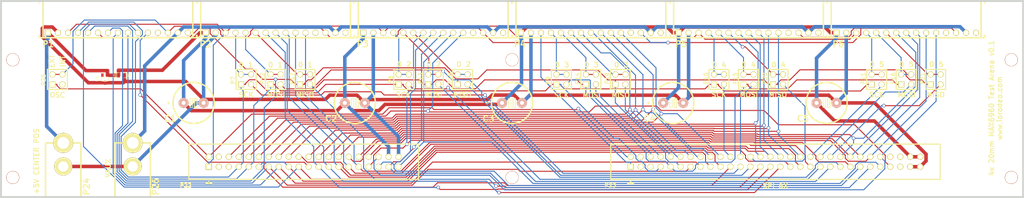
<source format=kicad_pcb>
(kicad_pcb (version 3) (host pcbnew "(2013-mar-13)-testing")

  (general
    (links 181)
    (no_connects 0)
    (area 39.749999 49.527499 311.349571 100.444321)
    (thickness 1.6)
    (drawings 56)
    (tracks 912)
    (zones 0)
    (modules 39)
    (nets 93)
  )

  (page User 355.6 152.4)
  (layers
    (15 F.Cu signal)
    (0 B.Cu signal)
    (16 B.Adhes user)
    (17 F.Adhes user)
    (18 B.Paste user)
    (19 F.Paste user)
    (20 B.SilkS user)
    (21 F.SilkS user)
    (22 B.Mask user)
    (23 F.Mask user)
    (24 Dwgs.User user)
    (25 Cmts.User user)
    (26 Eco1.User user)
    (27 Eco2.User user)
    (28 Edge.Cuts user)
  )

  (setup
    (last_trace_width 0.254)
    (trace_clearance 0.254)
    (zone_clearance 0.508)
    (zone_45_only no)
    (trace_min 0.254)
    (segment_width 0.2)
    (edge_width 0.1)
    (via_size 0.889)
    (via_drill 0.635)
    (via_min_size 0.889)
    (via_min_drill 0.508)
    (uvia_size 0.508)
    (uvia_drill 0.127)
    (uvias_allowed no)
    (uvia_min_size 0.508)
    (uvia_min_drill 0.127)
    (pcb_text_width 0.3)
    (pcb_text_size 1.5 1.5)
    (mod_edge_width 0.381)
    (mod_text_size 1 1)
    (mod_text_width 0.15)
    (pad_size 1.5 1.5)
    (pad_drill 0.6)
    (pad_to_mask_clearance 0)
    (aux_axis_origin 0 0)
    (visible_elements FFFFFF7F)
    (pcbplotparams
      (layerselection 3178497)
      (usegerberextensions true)
      (excludeedgelayer true)
      (linewidth 0.150000)
      (plotframeref false)
      (viasonmask false)
      (mode 1)
      (useauxorigin false)
      (hpglpennumber 1)
      (hpglpenspeed 20)
      (hpglpendiameter 15)
      (hpglpenoverlay 2)
      (psnegative false)
      (psa4output false)
      (plotreference true)
      (plotvalue true)
      (plotothertext true)
      (plotinvisibletext false)
      (padsonsilk false)
      (subtractmaskfromsilk false)
      (outputformat 1)
      (mirror false)
      (drillshape 1)
      (scaleselection 1)
      (outputdirectory ""))
  )

  (net 0 "")
  (net 1 +3.3V)
  (net 2 /CLK_0)
  (net 3 /CLK_1)
  (net 4 /CLK_11)
  (net 5 /CLK_2)
  (net 6 /CLK_22)
  (net 7 /CLK_3)
  (net 8 /CLK_33)
  (net 9 /CLK_4)
  (net 10 /CLK_44)
  (net 11 /CLK_5)
  (net 12 /CLK_55)
  (net 13 /CS1_0)
  (net 14 /CS1_1)
  (net 15 /CS1_2)
  (net 16 /CS1_3)
  (net 17 /CS1_4)
  (net 18 /CS1_5)
  (net 19 /CS2_0)
  (net 20 /CS2_1)
  (net 21 /CS2_2)
  (net 22 /CS2_3)
  (net 23 /CS2_4)
  (net 24 /CS2_5)
  (net 25 /CS3_0)
  (net 26 /CS3_1)
  (net 27 /CS3_2)
  (net 28 /CS3_3)
  (net 29 /CS3_4)
  (net 30 /CS3_5)
  (net 31 /CS4_0)
  (net 32 /CS4_1)
  (net 33 /CS4_2)
  (net 34 /CS4_3)
  (net 35 /CS4_4)
  (net 36 /CS4_5)
  (net 37 /CS5_0)
  (net 38 /CS5_1)
  (net 39 /CS5_2)
  (net 40 /CS5_3)
  (net 41 /CS5_4)
  (net 42 /CS5_5)
  (net 43 /INT_OSC)
  (net 44 /MISO_0)
  (net 45 /MISO_1)
  (net 46 /MISO_11)
  (net 47 /MISO_2)
  (net 48 /MISO_22)
  (net 49 /MISO_3)
  (net 50 /MISO_33)
  (net 51 /MISO_4)
  (net 52 /MISO_44)
  (net 53 /MISO_5)
  (net 54 /MISO_55)
  (net 55 /MOSI_0)
  (net 56 /MOSI_1)
  (net 57 /MOSI_11)
  (net 58 /MOSI_2)
  (net 59 /MOSI_22)
  (net 60 /MOSI_3)
  (net 61 /MOSI_33)
  (net 62 /MOSI_4)
  (net 63 /MOSI_44)
  (net 64 /MOSI_5)
  (net 65 /MOSI_55)
  (net 66 /OSC)
  (net 67 /OSC_EXT)
  (net 68 /OSC_INT)
  (net 69 /RST)
  (net 70 /VAUX)
  (net 71 GND)
  (net 72 N-0000040)
  (net 73 N-0000041)
  (net 74 N-0000042)
  (net 75 N-0000062)
  (net 76 N-0000063)
  (net 77 N-0000064)
  (net 78 N-0000065)
  (net 79 N-0000066)
  (net 80 N-0000067)
  (net 81 N-0000068)
  (net 82 N-0000069)
  (net 83 N-0000070)
  (net 84 N-0000071)
  (net 85 N-0000072)
  (net 86 N-0000073)
  (net 87 N-0000075)
  (net 88 N-0000076)
  (net 89 N-0000077)
  (net 90 N-0000090)
  (net 91 N-0000091)
  (net 92 N-0000092)

  (net_class Default "This is the default net class."
    (clearance 0.254)
    (trace_width 0.254)
    (via_dia 0.889)
    (via_drill 0.635)
    (uvia_dia 0.508)
    (uvia_drill 0.127)
    (add_net "")
    (add_net /CLK_0)
    (add_net /CLK_1)
    (add_net /CLK_11)
    (add_net /CLK_2)
    (add_net /CLK_22)
    (add_net /CLK_3)
    (add_net /CLK_33)
    (add_net /CLK_4)
    (add_net /CLK_44)
    (add_net /CLK_5)
    (add_net /CLK_55)
    (add_net /CS1_0)
    (add_net /CS1_1)
    (add_net /CS1_2)
    (add_net /CS1_3)
    (add_net /CS1_4)
    (add_net /CS1_5)
    (add_net /CS2_0)
    (add_net /CS2_1)
    (add_net /CS2_2)
    (add_net /CS2_3)
    (add_net /CS2_4)
    (add_net /CS2_5)
    (add_net /CS3_0)
    (add_net /CS3_1)
    (add_net /CS3_2)
    (add_net /CS3_3)
    (add_net /CS3_4)
    (add_net /CS3_5)
    (add_net /CS4_0)
    (add_net /CS4_1)
    (add_net /CS4_2)
    (add_net /CS4_3)
    (add_net /CS4_4)
    (add_net /CS4_5)
    (add_net /CS5_0)
    (add_net /CS5_1)
    (add_net /CS5_2)
    (add_net /CS5_3)
    (add_net /CS5_4)
    (add_net /CS5_5)
    (add_net /INT_OSC)
    (add_net /MISO_0)
    (add_net /MISO_1)
    (add_net /MISO_11)
    (add_net /MISO_2)
    (add_net /MISO_22)
    (add_net /MISO_3)
    (add_net /MISO_33)
    (add_net /MISO_4)
    (add_net /MISO_44)
    (add_net /MISO_5)
    (add_net /MISO_55)
    (add_net /MOSI_0)
    (add_net /MOSI_1)
    (add_net /MOSI_11)
    (add_net /MOSI_2)
    (add_net /MOSI_22)
    (add_net /MOSI_3)
    (add_net /MOSI_33)
    (add_net /MOSI_4)
    (add_net /MOSI_44)
    (add_net /MOSI_5)
    (add_net /MOSI_55)
    (add_net /OSC)
    (add_net /OSC_EXT)
    (add_net /OSC_INT)
    (add_net /RST)
    (add_net N-0000040)
    (add_net N-0000041)
    (add_net N-0000042)
    (add_net N-0000062)
    (add_net N-0000063)
    (add_net N-0000064)
    (add_net N-0000065)
    (add_net N-0000066)
    (add_net N-0000067)
    (add_net N-0000068)
    (add_net N-0000069)
    (add_net N-0000070)
    (add_net N-0000071)
    (add_net N-0000072)
    (add_net N-0000073)
    (add_net N-0000075)
    (add_net N-0000076)
    (add_net N-0000077)
    (add_net N-0000090)
    (add_net N-0000091)
    (add_net N-0000092)
  )

  (net_class Pwr ""
    (clearance 0.254)
    (trace_width 0.889)
    (via_dia 0.889)
    (via_drill 0.635)
    (uvia_dia 0.508)
    (uvia_drill 0.127)
    (add_net +3.3V)
    (add_net /VAUX)
    (add_net GND)
  )

  (module Capacitor_Polarized (layer F.Cu) (tedit 524C8E18) (tstamp 524C74EC)
    (at 89 76)
    (descr "ELECTROLYTIC CAPACITOR")
    (tags "ELECTROLYTIC CAPACITOR")
    (path /524BBC24)
    (attr virtual)
    (fp_text reference C1 (at -6 4) (layer F.SilkS)
      (effects (font (thickness 0.3048)))
    )
    (fp_text value 10uF (at 0 7.62) (layer F.SilkS) hide
      (effects (font (thickness 0.3048)))
    )
    (fp_circle (center 0 0) (end 1.27 -5.08) (layer F.SilkS) (width 0.381))
    (fp_line (start 0.254 1.143) (end 0.889 1.143) (layer F.SilkS) (width 0.2032))
    (fp_line (start 0.889 1.143) (end 0.889 -1.143) (layer F.SilkS) (width 0.2032))
    (fp_line (start 0.254 -1.143) (end 0.889 -1.143) (layer F.SilkS) (width 0.2032))
    (fp_line (start 0.254 1.143) (end 0.254 -1.143) (layer F.SilkS) (width 0.2032))
    (fp_line (start -1.143 0) (end -0.889 0) (layer F.SilkS) (width 0.1524))
    (fp_line (start -0.889 0) (end -0.889 1.143) (layer F.SilkS) (width 0.1524))
    (fp_line (start -0.889 1.143) (end -0.254 1.143) (layer F.SilkS) (width 0.1524))
    (fp_line (start -0.254 1.143) (end -0.254 -1.143) (layer F.SilkS) (width 0.1524))
    (fp_line (start -0.254 -1.143) (end -0.889 -1.143) (layer F.SilkS) (width 0.1524))
    (fp_line (start -0.889 -1.143) (end -0.889 0) (layer F.SilkS) (width 0.1524))
    (fp_line (start 0.635 0) (end 1.143 0) (layer F.SilkS) (width 0.1524))
    (fp_line (start -6.35 -0.381) (end -6.35 0.381) (layer F.SilkS) (width 0.1524))
    (fp_line (start -5.969 0) (end -6.731 0) (layer F.SilkS) (width 0.1524))
    (fp_line (start 1.143 0) (end 1.651 0) (layer F.SilkS) (width 0.1524))
    (fp_line (start -1.651 0) (end -1.143 0) (layer F.SilkS) (width 0.1524))
    (pad 1 thru_hole circle (at -2.54 0) (size 2.54 2.54) (drill 1.016)
      (layers *.Cu *.SilkS *.Mask)
      (net 1 +3.3V)
    )
    (pad 2 thru_hole circle (at 2.54 0) (size 2.54 2.54) (drill 1.016)
      (layers *.Cu *.SilkS *.Mask)
      (net 71 GND)
    )
  )

  (module Capacitor_Polarized (layer F.Cu) (tedit 524C8E21) (tstamp 524C7502)
    (at 130 76)
    (descr "ELECTROLYTIC CAPACITOR")
    (tags "ELECTROLYTIC CAPACITOR")
    (path /524BBC33)
    (attr virtual)
    (fp_text reference C2 (at -6 4) (layer F.SilkS)
      (effects (font (thickness 0.3048)))
    )
    (fp_text value 10uF (at 0 7.62) (layer F.SilkS) hide
      (effects (font (thickness 0.3048)))
    )
    (fp_circle (center 0 0) (end 1.27 -5.08) (layer F.SilkS) (width 0.381))
    (fp_line (start 0.254 1.143) (end 0.889 1.143) (layer F.SilkS) (width 0.2032))
    (fp_line (start 0.889 1.143) (end 0.889 -1.143) (layer F.SilkS) (width 0.2032))
    (fp_line (start 0.254 -1.143) (end 0.889 -1.143) (layer F.SilkS) (width 0.2032))
    (fp_line (start 0.254 1.143) (end 0.254 -1.143) (layer F.SilkS) (width 0.2032))
    (fp_line (start -1.143 0) (end -0.889 0) (layer F.SilkS) (width 0.1524))
    (fp_line (start -0.889 0) (end -0.889 1.143) (layer F.SilkS) (width 0.1524))
    (fp_line (start -0.889 1.143) (end -0.254 1.143) (layer F.SilkS) (width 0.1524))
    (fp_line (start -0.254 1.143) (end -0.254 -1.143) (layer F.SilkS) (width 0.1524))
    (fp_line (start -0.254 -1.143) (end -0.889 -1.143) (layer F.SilkS) (width 0.1524))
    (fp_line (start -0.889 -1.143) (end -0.889 0) (layer F.SilkS) (width 0.1524))
    (fp_line (start 0.635 0) (end 1.143 0) (layer F.SilkS) (width 0.1524))
    (fp_line (start -6.35 -0.381) (end -6.35 0.381) (layer F.SilkS) (width 0.1524))
    (fp_line (start -5.969 0) (end -6.731 0) (layer F.SilkS) (width 0.1524))
    (fp_line (start 1.143 0) (end 1.651 0) (layer F.SilkS) (width 0.1524))
    (fp_line (start -1.651 0) (end -1.143 0) (layer F.SilkS) (width 0.1524))
    (pad 1 thru_hole circle (at -2.54 0) (size 2.54 2.54) (drill 1.016)
      (layers *.Cu *.SilkS *.Mask)
      (net 1 +3.3V)
    )
    (pad 2 thru_hole circle (at 2.54 0) (size 2.54 2.54) (drill 1.016)
      (layers *.Cu *.SilkS *.Mask)
      (net 71 GND)
    )
  )

  (module Capacitor_Polarized (layer F.Cu) (tedit 524C8E27) (tstamp 524C7518)
    (at 170 76)
    (descr "ELECTROLYTIC CAPACITOR")
    (tags "ELECTROLYTIC CAPACITOR")
    (path /524BBC42)
    (attr virtual)
    (fp_text reference C3 (at -6 4) (layer F.SilkS)
      (effects (font (thickness 0.3048)))
    )
    (fp_text value 10uF (at 0 7.62) (layer F.SilkS) hide
      (effects (font (thickness 0.3048)))
    )
    (fp_circle (center 0 0) (end 1.27 -5.08) (layer F.SilkS) (width 0.381))
    (fp_line (start 0.254 1.143) (end 0.889 1.143) (layer F.SilkS) (width 0.2032))
    (fp_line (start 0.889 1.143) (end 0.889 -1.143) (layer F.SilkS) (width 0.2032))
    (fp_line (start 0.254 -1.143) (end 0.889 -1.143) (layer F.SilkS) (width 0.2032))
    (fp_line (start 0.254 1.143) (end 0.254 -1.143) (layer F.SilkS) (width 0.2032))
    (fp_line (start -1.143 0) (end -0.889 0) (layer F.SilkS) (width 0.1524))
    (fp_line (start -0.889 0) (end -0.889 1.143) (layer F.SilkS) (width 0.1524))
    (fp_line (start -0.889 1.143) (end -0.254 1.143) (layer F.SilkS) (width 0.1524))
    (fp_line (start -0.254 1.143) (end -0.254 -1.143) (layer F.SilkS) (width 0.1524))
    (fp_line (start -0.254 -1.143) (end -0.889 -1.143) (layer F.SilkS) (width 0.1524))
    (fp_line (start -0.889 -1.143) (end -0.889 0) (layer F.SilkS) (width 0.1524))
    (fp_line (start 0.635 0) (end 1.143 0) (layer F.SilkS) (width 0.1524))
    (fp_line (start -6.35 -0.381) (end -6.35 0.381) (layer F.SilkS) (width 0.1524))
    (fp_line (start -5.969 0) (end -6.731 0) (layer F.SilkS) (width 0.1524))
    (fp_line (start 1.143 0) (end 1.651 0) (layer F.SilkS) (width 0.1524))
    (fp_line (start -1.651 0) (end -1.143 0) (layer F.SilkS) (width 0.1524))
    (pad 1 thru_hole circle (at -2.54 0) (size 2.54 2.54) (drill 1.016)
      (layers *.Cu *.SilkS *.Mask)
      (net 1 +3.3V)
    )
    (pad 2 thru_hole circle (at 2.54 0) (size 2.54 2.54) (drill 1.016)
      (layers *.Cu *.SilkS *.Mask)
      (net 71 GND)
    )
  )

  (module Capacitor_Polarized (layer F.Cu) (tedit 524C8E2E) (tstamp 524C752E)
    (at 211 76)
    (descr "ELECTROLYTIC CAPACITOR")
    (tags "ELECTROLYTIC CAPACITOR")
    (path /524BBC51)
    (attr virtual)
    (fp_text reference C4 (at -6 4) (layer F.SilkS)
      (effects (font (thickness 0.3048)))
    )
    (fp_text value 10uF (at 0 7.62) (layer F.SilkS) hide
      (effects (font (thickness 0.3048)))
    )
    (fp_circle (center 0 0) (end 1.27 -5.08) (layer F.SilkS) (width 0.381))
    (fp_line (start 0.254 1.143) (end 0.889 1.143) (layer F.SilkS) (width 0.2032))
    (fp_line (start 0.889 1.143) (end 0.889 -1.143) (layer F.SilkS) (width 0.2032))
    (fp_line (start 0.254 -1.143) (end 0.889 -1.143) (layer F.SilkS) (width 0.2032))
    (fp_line (start 0.254 1.143) (end 0.254 -1.143) (layer F.SilkS) (width 0.2032))
    (fp_line (start -1.143 0) (end -0.889 0) (layer F.SilkS) (width 0.1524))
    (fp_line (start -0.889 0) (end -0.889 1.143) (layer F.SilkS) (width 0.1524))
    (fp_line (start -0.889 1.143) (end -0.254 1.143) (layer F.SilkS) (width 0.1524))
    (fp_line (start -0.254 1.143) (end -0.254 -1.143) (layer F.SilkS) (width 0.1524))
    (fp_line (start -0.254 -1.143) (end -0.889 -1.143) (layer F.SilkS) (width 0.1524))
    (fp_line (start -0.889 -1.143) (end -0.889 0) (layer F.SilkS) (width 0.1524))
    (fp_line (start 0.635 0) (end 1.143 0) (layer F.SilkS) (width 0.1524))
    (fp_line (start -6.35 -0.381) (end -6.35 0.381) (layer F.SilkS) (width 0.1524))
    (fp_line (start -5.969 0) (end -6.731 0) (layer F.SilkS) (width 0.1524))
    (fp_line (start 1.143 0) (end 1.651 0) (layer F.SilkS) (width 0.1524))
    (fp_line (start -1.651 0) (end -1.143 0) (layer F.SilkS) (width 0.1524))
    (pad 1 thru_hole circle (at -2.54 0) (size 2.54 2.54) (drill 1.016)
      (layers *.Cu *.SilkS *.Mask)
      (net 1 +3.3V)
    )
    (pad 2 thru_hole circle (at 2.54 0) (size 2.54 2.54) (drill 1.016)
      (layers *.Cu *.SilkS *.Mask)
      (net 71 GND)
    )
  )

  (module Capacitor_Polarized (layer F.Cu) (tedit 524C8E33) (tstamp 524C7544)
    (at 250 76)
    (descr "ELECTROLYTIC CAPACITOR")
    (tags "ELECTROLYTIC CAPACITOR")
    (path /524BBC60)
    (attr virtual)
    (fp_text reference C5 (at -6 4) (layer F.SilkS)
      (effects (font (thickness 0.3048)))
    )
    (fp_text value 10uF (at 0 7.62) (layer F.SilkS) hide
      (effects (font (thickness 0.3048)))
    )
    (fp_circle (center 0 0) (end 1.27 -5.08) (layer F.SilkS) (width 0.381))
    (fp_line (start 0.254 1.143) (end 0.889 1.143) (layer F.SilkS) (width 0.2032))
    (fp_line (start 0.889 1.143) (end 0.889 -1.143) (layer F.SilkS) (width 0.2032))
    (fp_line (start 0.254 -1.143) (end 0.889 -1.143) (layer F.SilkS) (width 0.2032))
    (fp_line (start 0.254 1.143) (end 0.254 -1.143) (layer F.SilkS) (width 0.2032))
    (fp_line (start -1.143 0) (end -0.889 0) (layer F.SilkS) (width 0.1524))
    (fp_line (start -0.889 0) (end -0.889 1.143) (layer F.SilkS) (width 0.1524))
    (fp_line (start -0.889 1.143) (end -0.254 1.143) (layer F.SilkS) (width 0.1524))
    (fp_line (start -0.254 1.143) (end -0.254 -1.143) (layer F.SilkS) (width 0.1524))
    (fp_line (start -0.254 -1.143) (end -0.889 -1.143) (layer F.SilkS) (width 0.1524))
    (fp_line (start -0.889 -1.143) (end -0.889 0) (layer F.SilkS) (width 0.1524))
    (fp_line (start 0.635 0) (end 1.143 0) (layer F.SilkS) (width 0.1524))
    (fp_line (start -6.35 -0.381) (end -6.35 0.381) (layer F.SilkS) (width 0.1524))
    (fp_line (start -5.969 0) (end -6.731 0) (layer F.SilkS) (width 0.1524))
    (fp_line (start 1.143 0) (end 1.651 0) (layer F.SilkS) (width 0.1524))
    (fp_line (start -1.651 0) (end -1.143 0) (layer F.SilkS) (width 0.1524))
    (pad 1 thru_hole circle (at -2.54 0) (size 2.54 2.54) (drill 1.016)
      (layers *.Cu *.SilkS *.Mask)
      (net 1 +3.3V)
    )
    (pad 2 thru_hole circle (at 2.54 0) (size 2.54 2.54) (drill 1.016)
      (layers *.Cu *.SilkS *.Mask)
      (net 71 GND)
    )
  )

  (module PIN_ARRAY_2X2 (layer F.Cu) (tedit 524C8ED7) (tstamp 524C762E)
    (at 102.35 70)
    (descr "Double rangee de contacts 2 x 2 pins")
    (tags CONN)
    (path /524BA5BF)
    (fp_text reference P7 (at -3.29 0.231 90) (layer F.SilkS)
      (effects (font (size 1.016 1.016) (thickness 0.2032)))
    )
    (fp_text value CONN_2X2 (at 0 3.048) (layer F.SilkS) hide
      (effects (font (size 1.016 1.016) (thickness 0.2032)))
    )
    (fp_line (start -2.54 -2.54) (end 2.54 -2.54) (layer F.SilkS) (width 0.3048))
    (fp_line (start 2.54 -2.54) (end 2.54 2.54) (layer F.SilkS) (width 0.3048))
    (fp_line (start 2.54 2.54) (end -2.54 2.54) (layer F.SilkS) (width 0.3048))
    (fp_line (start -2.54 2.54) (end -2.54 -2.54) (layer F.SilkS) (width 0.3048))
    (pad 1 thru_hole rect (at -1.27 1.27) (size 1.524 1.524) (drill 1.016)
      (layers *.Cu *.Mask F.SilkS)
      (net 2 /CLK_0)
    )
    (pad 2 thru_hole circle (at -1.27 -1.27) (size 1.524 1.524) (drill 1.016)
      (layers *.Cu *.Mask F.SilkS)
      (net 4 /CLK_11)
    )
    (pad 3 thru_hole circle (at 1.27 1.27) (size 1.524 1.524) (drill 1.016)
      (layers *.Cu *.Mask F.SilkS)
      (net 3 /CLK_1)
    )
    (pad 4 thru_hole circle (at 1.27 -1.27) (size 1.524 1.524) (drill 1.016)
      (layers *.Cu *.Mask F.SilkS)
      (net 4 /CLK_11)
    )
    (model pin_array/pins_array_2x2.wrl
      (at (xyz 0 0 0))
      (scale (xyz 1 1 1))
      (rotate (xyz 0 0 0))
    )
  )

  (module PIN_ARRAY_2X2 (layer F.Cu) (tedit 524C8EAB) (tstamp 524C763A)
    (at 142.45 70)
    (descr "Double rangee de contacts 2 x 2 pins")
    (tags CONN)
    (path /524BAC52)
    (fp_text reference P8 (at -3.3088 0.0278 90) (layer F.SilkS)
      (effects (font (size 1.016 1.016) (thickness 0.2032)))
    )
    (fp_text value CONN_2X2 (at 0 3.048) (layer F.SilkS) hide
      (effects (font (size 1.016 1.016) (thickness 0.2032)))
    )
    (fp_line (start -2.54 -2.54) (end 2.54 -2.54) (layer F.SilkS) (width 0.3048))
    (fp_line (start 2.54 -2.54) (end 2.54 2.54) (layer F.SilkS) (width 0.3048))
    (fp_line (start 2.54 2.54) (end -2.54 2.54) (layer F.SilkS) (width 0.3048))
    (fp_line (start -2.54 2.54) (end -2.54 -2.54) (layer F.SilkS) (width 0.3048))
    (pad 1 thru_hole rect (at -1.27 1.27) (size 1.524 1.524) (drill 1.016)
      (layers *.Cu *.Mask F.SilkS)
      (net 2 /CLK_0)
    )
    (pad 2 thru_hole circle (at -1.27 -1.27) (size 1.524 1.524) (drill 1.016)
      (layers *.Cu *.Mask F.SilkS)
      (net 6 /CLK_22)
    )
    (pad 3 thru_hole circle (at 1.27 1.27) (size 1.524 1.524) (drill 1.016)
      (layers *.Cu *.Mask F.SilkS)
      (net 5 /CLK_2)
    )
    (pad 4 thru_hole circle (at 1.27 -1.27) (size 1.524 1.524) (drill 1.016)
      (layers *.Cu *.Mask F.SilkS)
      (net 6 /CLK_22)
    )
    (model pin_array/pins_array_2x2.wrl
      (at (xyz 0 0 0))
      (scale (xyz 1 1 1))
      (rotate (xyz 0 0 0))
    )
  )

  (module PIN_ARRAY_2X2 (layer F.Cu) (tedit 524C8EF1) (tstamp 524C7646)
    (at 182.55 70)
    (descr "Double rangee de contacts 2 x 2 pins")
    (tags CONN)
    (path /524BAC64)
    (fp_text reference P9 (at -3.353 0.231 90) (layer F.SilkS)
      (effects (font (size 1.016 1.016) (thickness 0.2032)))
    )
    (fp_text value CONN_2X2 (at 0 3.048) (layer F.SilkS) hide
      (effects (font (size 1.016 1.016) (thickness 0.2032)))
    )
    (fp_line (start -2.54 -2.54) (end 2.54 -2.54) (layer F.SilkS) (width 0.3048))
    (fp_line (start 2.54 -2.54) (end 2.54 2.54) (layer F.SilkS) (width 0.3048))
    (fp_line (start 2.54 2.54) (end -2.54 2.54) (layer F.SilkS) (width 0.3048))
    (fp_line (start -2.54 2.54) (end -2.54 -2.54) (layer F.SilkS) (width 0.3048))
    (pad 1 thru_hole rect (at -1.27 1.27) (size 1.524 1.524) (drill 1.016)
      (layers *.Cu *.Mask F.SilkS)
      (net 2 /CLK_0)
    )
    (pad 2 thru_hole circle (at -1.27 -1.27) (size 1.524 1.524) (drill 1.016)
      (layers *.Cu *.Mask F.SilkS)
      (net 8 /CLK_33)
    )
    (pad 3 thru_hole circle (at 1.27 1.27) (size 1.524 1.524) (drill 1.016)
      (layers *.Cu *.Mask F.SilkS)
      (net 7 /CLK_3)
    )
    (pad 4 thru_hole circle (at 1.27 -1.27) (size 1.524 1.524) (drill 1.016)
      (layers *.Cu *.Mask F.SilkS)
      (net 8 /CLK_33)
    )
    (model pin_array/pins_array_2x2.wrl
      (at (xyz 0 0 0))
      (scale (xyz 1 1 1))
      (rotate (xyz 0 0 0))
    )
  )

  (module PIN_ARRAY_2X2 (layer F.Cu) (tedit 524C8F12) (tstamp 524C7652)
    (at 222.65 70)
    (descr "Double rangee de contacts 2 x 2 pins")
    (tags CONN)
    (path /524BAC76)
    (fp_text reference P10 (at -3.321 -0.277 90) (layer F.SilkS)
      (effects (font (size 1.016 1.016) (thickness 0.2032)))
    )
    (fp_text value CONN_2X2 (at 0 3.048) (layer F.SilkS) hide
      (effects (font (size 1.016 1.016) (thickness 0.2032)))
    )
    (fp_line (start -2.54 -2.54) (end 2.54 -2.54) (layer F.SilkS) (width 0.3048))
    (fp_line (start 2.54 -2.54) (end 2.54 2.54) (layer F.SilkS) (width 0.3048))
    (fp_line (start 2.54 2.54) (end -2.54 2.54) (layer F.SilkS) (width 0.3048))
    (fp_line (start -2.54 2.54) (end -2.54 -2.54) (layer F.SilkS) (width 0.3048))
    (pad 1 thru_hole rect (at -1.27 1.27) (size 1.524 1.524) (drill 1.016)
      (layers *.Cu *.Mask F.SilkS)
      (net 2 /CLK_0)
    )
    (pad 2 thru_hole circle (at -1.27 -1.27) (size 1.524 1.524) (drill 1.016)
      (layers *.Cu *.Mask F.SilkS)
      (net 10 /CLK_44)
    )
    (pad 3 thru_hole circle (at 1.27 1.27) (size 1.524 1.524) (drill 1.016)
      (layers *.Cu *.Mask F.SilkS)
      (net 9 /CLK_4)
    )
    (pad 4 thru_hole circle (at 1.27 -1.27) (size 1.524 1.524) (drill 1.016)
      (layers *.Cu *.Mask F.SilkS)
      (net 10 /CLK_44)
    )
    (model pin_array/pins_array_2x2.wrl
      (at (xyz 0 0 0))
      (scale (xyz 1 1 1))
      (rotate (xyz 0 0 0))
    )
  )

  (module PIN_ARRAY_2X2 (layer F.Cu) (tedit 524C8F21) (tstamp 524C765E)
    (at 262.75 70)
    (descr "Double rangee de contacts 2 x 2 pins")
    (tags CONN)
    (path /524BAC88)
    (fp_text reference P11 (at -3.416 -0.277 90) (layer F.SilkS)
      (effects (font (size 1.016 1.016) (thickness 0.2032)))
    )
    (fp_text value CONN_2X2 (at 0 3.048) (layer F.SilkS) hide
      (effects (font (size 1.016 1.016) (thickness 0.2032)))
    )
    (fp_line (start -2.54 -2.54) (end 2.54 -2.54) (layer F.SilkS) (width 0.3048))
    (fp_line (start 2.54 -2.54) (end 2.54 2.54) (layer F.SilkS) (width 0.3048))
    (fp_line (start 2.54 2.54) (end -2.54 2.54) (layer F.SilkS) (width 0.3048))
    (fp_line (start -2.54 2.54) (end -2.54 -2.54) (layer F.SilkS) (width 0.3048))
    (pad 1 thru_hole rect (at -1.27 1.27) (size 1.524 1.524) (drill 1.016)
      (layers *.Cu *.Mask F.SilkS)
      (net 2 /CLK_0)
    )
    (pad 2 thru_hole circle (at -1.27 -1.27) (size 1.524 1.524) (drill 1.016)
      (layers *.Cu *.Mask F.SilkS)
      (net 12 /CLK_55)
    )
    (pad 3 thru_hole circle (at 1.27 1.27) (size 1.524 1.524) (drill 1.016)
      (layers *.Cu *.Mask F.SilkS)
      (net 11 /CLK_5)
    )
    (pad 4 thru_hole circle (at 1.27 -1.27) (size 1.524 1.524) (drill 1.016)
      (layers *.Cu *.Mask F.SilkS)
      (net 12 /CLK_55)
    )
    (model pin_array/pins_array_2x2.wrl
      (at (xyz 0 0 0))
      (scale (xyz 1 1 1))
      (rotate (xyz 0 0 0))
    )
  )

  (module PIN_ARRAY_2X2 (layer F.Cu) (tedit 524C8EDD) (tstamp 524C766A)
    (at 109.85 70)
    (descr "Double rangee de contacts 2 x 2 pins")
    (tags CONN)
    (path /524BA5CE)
    (fp_text reference P12 (at -3.297 -0.277 90) (layer F.SilkS)
      (effects (font (size 1.016 1.016) (thickness 0.2032)))
    )
    (fp_text value CONN_2X2 (at 0 3.048) (layer F.SilkS) hide
      (effects (font (size 1.016 1.016) (thickness 0.2032)))
    )
    (fp_line (start -2.54 -2.54) (end 2.54 -2.54) (layer F.SilkS) (width 0.3048))
    (fp_line (start 2.54 -2.54) (end 2.54 2.54) (layer F.SilkS) (width 0.3048))
    (fp_line (start 2.54 2.54) (end -2.54 2.54) (layer F.SilkS) (width 0.3048))
    (fp_line (start -2.54 2.54) (end -2.54 -2.54) (layer F.SilkS) (width 0.3048))
    (pad 1 thru_hole rect (at -1.27 1.27) (size 1.524 1.524) (drill 1.016)
      (layers *.Cu *.Mask F.SilkS)
      (net 55 /MOSI_0)
    )
    (pad 2 thru_hole circle (at -1.27 -1.27) (size 1.524 1.524) (drill 1.016)
      (layers *.Cu *.Mask F.SilkS)
      (net 57 /MOSI_11)
    )
    (pad 3 thru_hole circle (at 1.27 1.27) (size 1.524 1.524) (drill 1.016)
      (layers *.Cu *.Mask F.SilkS)
      (net 56 /MOSI_1)
    )
    (pad 4 thru_hole circle (at 1.27 -1.27) (size 1.524 1.524) (drill 1.016)
      (layers *.Cu *.Mask F.SilkS)
      (net 57 /MOSI_11)
    )
    (model pin_array/pins_array_2x2.wrl
      (at (xyz 0 0 0))
      (scale (xyz 1 1 1))
      (rotate (xyz 0 0 0))
    )
  )

  (module PIN_ARRAY_2X2 (layer F.Cu) (tedit 524C8EE8) (tstamp 524C7676)
    (at 149.95 70)
    (descr "Double rangee de contacts 2 x 2 pins")
    (tags CONN)
    (path /524BAC58)
    (fp_text reference P13 (at -3.265 -0.277 90) (layer F.SilkS)
      (effects (font (size 1.016 1.016) (thickness 0.2032)))
    )
    (fp_text value CONN_2X2 (at 0 3.048) (layer F.SilkS) hide
      (effects (font (size 1.016 1.016) (thickness 0.2032)))
    )
    (fp_line (start -2.54 -2.54) (end 2.54 -2.54) (layer F.SilkS) (width 0.3048))
    (fp_line (start 2.54 -2.54) (end 2.54 2.54) (layer F.SilkS) (width 0.3048))
    (fp_line (start 2.54 2.54) (end -2.54 2.54) (layer F.SilkS) (width 0.3048))
    (fp_line (start -2.54 2.54) (end -2.54 -2.54) (layer F.SilkS) (width 0.3048))
    (pad 1 thru_hole rect (at -1.27 1.27) (size 1.524 1.524) (drill 1.016)
      (layers *.Cu *.Mask F.SilkS)
      (net 55 /MOSI_0)
    )
    (pad 2 thru_hole circle (at -1.27 -1.27) (size 1.524 1.524) (drill 1.016)
      (layers *.Cu *.Mask F.SilkS)
      (net 59 /MOSI_22)
    )
    (pad 3 thru_hole circle (at 1.27 1.27) (size 1.524 1.524) (drill 1.016)
      (layers *.Cu *.Mask F.SilkS)
      (net 58 /MOSI_2)
    )
    (pad 4 thru_hole circle (at 1.27 -1.27) (size 1.524 1.524) (drill 1.016)
      (layers *.Cu *.Mask F.SilkS)
      (net 59 /MOSI_22)
    )
    (model pin_array/pins_array_2x2.wrl
      (at (xyz 0 0 0))
      (scale (xyz 1 1 1))
      (rotate (xyz 0 0 0))
    )
  )

  (module PIN_ARRAY_2X2 (layer F.Cu) (tedit 524C8EF6) (tstamp 524C7682)
    (at 190.05 70)
    (descr "Double rangee de contacts 2 x 2 pins")
    (tags CONN)
    (path /524BAC6A)
    (fp_text reference P14 (at -3.36 -0.277 90) (layer F.SilkS)
      (effects (font (size 1.016 1.016) (thickness 0.2032)))
    )
    (fp_text value CONN_2X2 (at 0 3.048) (layer F.SilkS) hide
      (effects (font (size 1.016 1.016) (thickness 0.2032)))
    )
    (fp_line (start -2.54 -2.54) (end 2.54 -2.54) (layer F.SilkS) (width 0.3048))
    (fp_line (start 2.54 -2.54) (end 2.54 2.54) (layer F.SilkS) (width 0.3048))
    (fp_line (start 2.54 2.54) (end -2.54 2.54) (layer F.SilkS) (width 0.3048))
    (fp_line (start -2.54 2.54) (end -2.54 -2.54) (layer F.SilkS) (width 0.3048))
    (pad 1 thru_hole rect (at -1.27 1.27) (size 1.524 1.524) (drill 1.016)
      (layers *.Cu *.Mask F.SilkS)
      (net 55 /MOSI_0)
    )
    (pad 2 thru_hole circle (at -1.27 -1.27) (size 1.524 1.524) (drill 1.016)
      (layers *.Cu *.Mask F.SilkS)
      (net 61 /MOSI_33)
    )
    (pad 3 thru_hole circle (at 1.27 1.27) (size 1.524 1.524) (drill 1.016)
      (layers *.Cu *.Mask F.SilkS)
      (net 60 /MOSI_3)
    )
    (pad 4 thru_hole circle (at 1.27 -1.27) (size 1.524 1.524) (drill 1.016)
      (layers *.Cu *.Mask F.SilkS)
      (net 61 /MOSI_33)
    )
    (model pin_array/pins_array_2x2.wrl
      (at (xyz 0 0 0))
      (scale (xyz 1 1 1))
      (rotate (xyz 0 0 0))
    )
  )

  (module PIN_ARRAY_2X2 (layer F.Cu) (tedit 524C8F17) (tstamp 524C768E)
    (at 230.15 70)
    (descr "Double rangee de contacts 2 x 2 pins")
    (tags CONN)
    (path /524BAC7C)
    (fp_text reference P15 (at -3.328 -0.277 90) (layer F.SilkS)
      (effects (font (size 1.016 1.016) (thickness 0.2032)))
    )
    (fp_text value CONN_2X2 (at 0 3.048) (layer F.SilkS) hide
      (effects (font (size 1.016 1.016) (thickness 0.2032)))
    )
    (fp_line (start -2.54 -2.54) (end 2.54 -2.54) (layer F.SilkS) (width 0.3048))
    (fp_line (start 2.54 -2.54) (end 2.54 2.54) (layer F.SilkS) (width 0.3048))
    (fp_line (start 2.54 2.54) (end -2.54 2.54) (layer F.SilkS) (width 0.3048))
    (fp_line (start -2.54 2.54) (end -2.54 -2.54) (layer F.SilkS) (width 0.3048))
    (pad 1 thru_hole rect (at -1.27 1.27) (size 1.524 1.524) (drill 1.016)
      (layers *.Cu *.Mask F.SilkS)
      (net 55 /MOSI_0)
    )
    (pad 2 thru_hole circle (at -1.27 -1.27) (size 1.524 1.524) (drill 1.016)
      (layers *.Cu *.Mask F.SilkS)
      (net 63 /MOSI_44)
    )
    (pad 3 thru_hole circle (at 1.27 1.27) (size 1.524 1.524) (drill 1.016)
      (layers *.Cu *.Mask F.SilkS)
      (net 62 /MOSI_4)
    )
    (pad 4 thru_hole circle (at 1.27 -1.27) (size 1.524 1.524) (drill 1.016)
      (layers *.Cu *.Mask F.SilkS)
      (net 63 /MOSI_44)
    )
    (model pin_array/pins_array_2x2.wrl
      (at (xyz 0 0 0))
      (scale (xyz 1 1 1))
      (rotate (xyz 0 0 0))
    )
  )

  (module PIN_ARRAY_2X2 (layer F.Cu) (tedit 524C8F25) (tstamp 524C769A)
    (at 270.25 70)
    (descr "Double rangee de contacts 2 x 2 pins")
    (tags CONN)
    (path /524BAC8E)
    (fp_text reference P16 (at -3.296 -0.277 90) (layer F.SilkS)
      (effects (font (size 1.016 1.016) (thickness 0.2032)))
    )
    (fp_text value CONN_2X2 (at 0 3.048) (layer F.SilkS) hide
      (effects (font (size 1.016 1.016) (thickness 0.2032)))
    )
    (fp_line (start -2.54 -2.54) (end 2.54 -2.54) (layer F.SilkS) (width 0.3048))
    (fp_line (start 2.54 -2.54) (end 2.54 2.54) (layer F.SilkS) (width 0.3048))
    (fp_line (start 2.54 2.54) (end -2.54 2.54) (layer F.SilkS) (width 0.3048))
    (fp_line (start -2.54 2.54) (end -2.54 -2.54) (layer F.SilkS) (width 0.3048))
    (pad 1 thru_hole rect (at -1.27 1.27) (size 1.524 1.524) (drill 1.016)
      (layers *.Cu *.Mask F.SilkS)
      (net 55 /MOSI_0)
    )
    (pad 2 thru_hole circle (at -1.27 -1.27) (size 1.524 1.524) (drill 1.016)
      (layers *.Cu *.Mask F.SilkS)
      (net 65 /MOSI_55)
    )
    (pad 3 thru_hole circle (at 1.27 1.27) (size 1.524 1.524) (drill 1.016)
      (layers *.Cu *.Mask F.SilkS)
      (net 64 /MOSI_5)
    )
    (pad 4 thru_hole circle (at 1.27 -1.27) (size 1.524 1.524) (drill 1.016)
      (layers *.Cu *.Mask F.SilkS)
      (net 65 /MOSI_55)
    )
    (model pin_array/pins_array_2x2.wrl
      (at (xyz 0 0 0))
      (scale (xyz 1 1 1))
      (rotate (xyz 0 0 0))
    )
  )

  (module PIN_ARRAY_2X2 (layer F.Cu) (tedit 524C8EE2) (tstamp 524C76A6)
    (at 117.35 70)
    (descr "Double rangee de contacts 2 x 2 pins")
    (tags CONN)
    (path /524BA5DD)
    (fp_text reference P17 (at -3.304 -0.277 90) (layer F.SilkS)
      (effects (font (size 1.016 1.016) (thickness 0.2032)))
    )
    (fp_text value CONN_2X2 (at 0 3.048) (layer F.SilkS) hide
      (effects (font (size 1.016 1.016) (thickness 0.2032)))
    )
    (fp_line (start -2.54 -2.54) (end 2.54 -2.54) (layer F.SilkS) (width 0.3048))
    (fp_line (start 2.54 -2.54) (end 2.54 2.54) (layer F.SilkS) (width 0.3048))
    (fp_line (start 2.54 2.54) (end -2.54 2.54) (layer F.SilkS) (width 0.3048))
    (fp_line (start -2.54 2.54) (end -2.54 -2.54) (layer F.SilkS) (width 0.3048))
    (pad 1 thru_hole rect (at -1.27 1.27) (size 1.524 1.524) (drill 1.016)
      (layers *.Cu *.Mask F.SilkS)
      (net 44 /MISO_0)
    )
    (pad 2 thru_hole circle (at -1.27 -1.27) (size 1.524 1.524) (drill 1.016)
      (layers *.Cu *.Mask F.SilkS)
      (net 46 /MISO_11)
    )
    (pad 3 thru_hole circle (at 1.27 1.27) (size 1.524 1.524) (drill 1.016)
      (layers *.Cu *.Mask F.SilkS)
      (net 45 /MISO_1)
    )
    (pad 4 thru_hole circle (at 1.27 -1.27) (size 1.524 1.524) (drill 1.016)
      (layers *.Cu *.Mask F.SilkS)
      (net 46 /MISO_11)
    )
    (model pin_array/pins_array_2x2.wrl
      (at (xyz 0 0 0))
      (scale (xyz 1 1 1))
      (rotate (xyz 0 0 0))
    )
  )

  (module PIN_ARRAY_2X2 (layer F.Cu) (tedit 524C8EEC) (tstamp 524C76B2)
    (at 157.45 70)
    (descr "Double rangee de contacts 2 x 2 pins")
    (tags CONN)
    (path /524BAC5E)
    (fp_text reference P18 (at -3.272 -0.277 90) (layer F.SilkS)
      (effects (font (size 1.016 1.016) (thickness 0.2032)))
    )
    (fp_text value CONN_2X2 (at 0 3.048) (layer F.SilkS) hide
      (effects (font (size 1.016 1.016) (thickness 0.2032)))
    )
    (fp_line (start -2.54 -2.54) (end 2.54 -2.54) (layer F.SilkS) (width 0.3048))
    (fp_line (start 2.54 -2.54) (end 2.54 2.54) (layer F.SilkS) (width 0.3048))
    (fp_line (start 2.54 2.54) (end -2.54 2.54) (layer F.SilkS) (width 0.3048))
    (fp_line (start -2.54 2.54) (end -2.54 -2.54) (layer F.SilkS) (width 0.3048))
    (pad 1 thru_hole rect (at -1.27 1.27) (size 1.524 1.524) (drill 1.016)
      (layers *.Cu *.Mask F.SilkS)
      (net 44 /MISO_0)
    )
    (pad 2 thru_hole circle (at -1.27 -1.27) (size 1.524 1.524) (drill 1.016)
      (layers *.Cu *.Mask F.SilkS)
      (net 48 /MISO_22)
    )
    (pad 3 thru_hole circle (at 1.27 1.27) (size 1.524 1.524) (drill 1.016)
      (layers *.Cu *.Mask F.SilkS)
      (net 47 /MISO_2)
    )
    (pad 4 thru_hole circle (at 1.27 -1.27) (size 1.524 1.524) (drill 1.016)
      (layers *.Cu *.Mask F.SilkS)
      (net 48 /MISO_22)
    )
    (model pin_array/pins_array_2x2.wrl
      (at (xyz 0 0 0))
      (scale (xyz 1 1 1))
      (rotate (xyz 0 0 0))
    )
  )

  (module PIN_ARRAY_2X2 (layer F.Cu) (tedit 524C8F0C) (tstamp 524C76BE)
    (at 197.55 70)
    (descr "Double rangee de contacts 2 x 2 pins")
    (tags CONN)
    (path /524BAC70)
    (fp_text reference P19 (at -3.367 -0.277 90) (layer F.SilkS)
      (effects (font (size 1.016 1.016) (thickness 0.2032)))
    )
    (fp_text value CONN_2X2 (at 0 3.048) (layer F.SilkS) hide
      (effects (font (size 1.016 1.016) (thickness 0.2032)))
    )
    (fp_line (start -2.54 -2.54) (end 2.54 -2.54) (layer F.SilkS) (width 0.3048))
    (fp_line (start 2.54 -2.54) (end 2.54 2.54) (layer F.SilkS) (width 0.3048))
    (fp_line (start 2.54 2.54) (end -2.54 2.54) (layer F.SilkS) (width 0.3048))
    (fp_line (start -2.54 2.54) (end -2.54 -2.54) (layer F.SilkS) (width 0.3048))
    (pad 1 thru_hole rect (at -1.27 1.27) (size 1.524 1.524) (drill 1.016)
      (layers *.Cu *.Mask F.SilkS)
      (net 44 /MISO_0)
    )
    (pad 2 thru_hole circle (at -1.27 -1.27) (size 1.524 1.524) (drill 1.016)
      (layers *.Cu *.Mask F.SilkS)
      (net 50 /MISO_33)
    )
    (pad 3 thru_hole circle (at 1.27 1.27) (size 1.524 1.524) (drill 1.016)
      (layers *.Cu *.Mask F.SilkS)
      (net 49 /MISO_3)
    )
    (pad 4 thru_hole circle (at 1.27 -1.27) (size 1.524 1.524) (drill 1.016)
      (layers *.Cu *.Mask F.SilkS)
      (net 50 /MISO_33)
    )
    (model pin_array/pins_array_2x2.wrl
      (at (xyz 0 0 0))
      (scale (xyz 1 1 1))
      (rotate (xyz 0 0 0))
    )
  )

  (module PIN_ARRAY_2X2 (layer F.Cu) (tedit 524C8F1C) (tstamp 524C76CA)
    (at 237.65 70)
    (descr "Double rangee de contacts 2 x 2 pins")
    (tags CONN)
    (path /524BAC82)
    (fp_text reference P20 (at -3.335 -0.277 90) (layer F.SilkS)
      (effects (font (size 1.016 1.016) (thickness 0.2032)))
    )
    (fp_text value CONN_2X2 (at 0 3.048) (layer F.SilkS) hide
      (effects (font (size 1.016 1.016) (thickness 0.2032)))
    )
    (fp_line (start -2.54 -2.54) (end 2.54 -2.54) (layer F.SilkS) (width 0.3048))
    (fp_line (start 2.54 -2.54) (end 2.54 2.54) (layer F.SilkS) (width 0.3048))
    (fp_line (start 2.54 2.54) (end -2.54 2.54) (layer F.SilkS) (width 0.3048))
    (fp_line (start -2.54 2.54) (end -2.54 -2.54) (layer F.SilkS) (width 0.3048))
    (pad 1 thru_hole rect (at -1.27 1.27) (size 1.524 1.524) (drill 1.016)
      (layers *.Cu *.Mask F.SilkS)
      (net 44 /MISO_0)
    )
    (pad 2 thru_hole circle (at -1.27 -1.27) (size 1.524 1.524) (drill 1.016)
      (layers *.Cu *.Mask F.SilkS)
      (net 52 /MISO_44)
    )
    (pad 3 thru_hole circle (at 1.27 1.27) (size 1.524 1.524) (drill 1.016)
      (layers *.Cu *.Mask F.SilkS)
      (net 51 /MISO_4)
    )
    (pad 4 thru_hole circle (at 1.27 -1.27) (size 1.524 1.524) (drill 1.016)
      (layers *.Cu *.Mask F.SilkS)
      (net 52 /MISO_44)
    )
    (model pin_array/pins_array_2x2.wrl
      (at (xyz 0 0 0))
      (scale (xyz 1 1 1))
      (rotate (xyz 0 0 0))
    )
  )

  (module PIN_ARRAY_2X2 (layer F.Cu) (tedit 524C8F2A) (tstamp 524C76D6)
    (at 277.75 70)
    (descr "Double rangee de contacts 2 x 2 pins")
    (tags CONN)
    (path /524BAC94)
    (fp_text reference P21 (at -3.303 -0.277 90) (layer F.SilkS)
      (effects (font (size 1.016 1.016) (thickness 0.2032)))
    )
    (fp_text value CONN_2X2 (at 0 3.048) (layer F.SilkS) hide
      (effects (font (size 1.016 1.016) (thickness 0.2032)))
    )
    (fp_line (start -2.54 -2.54) (end 2.54 -2.54) (layer F.SilkS) (width 0.3048))
    (fp_line (start 2.54 -2.54) (end 2.54 2.54) (layer F.SilkS) (width 0.3048))
    (fp_line (start 2.54 2.54) (end -2.54 2.54) (layer F.SilkS) (width 0.3048))
    (fp_line (start -2.54 2.54) (end -2.54 -2.54) (layer F.SilkS) (width 0.3048))
    (pad 1 thru_hole rect (at -1.27 1.27) (size 1.524 1.524) (drill 1.016)
      (layers *.Cu *.Mask F.SilkS)
      (net 44 /MISO_0)
    )
    (pad 2 thru_hole circle (at -1.27 -1.27) (size 1.524 1.524) (drill 1.016)
      (layers *.Cu *.Mask F.SilkS)
      (net 54 /MISO_55)
    )
    (pad 3 thru_hole circle (at 1.27 1.27) (size 1.524 1.524) (drill 1.016)
      (layers *.Cu *.Mask F.SilkS)
      (net 53 /MISO_5)
    )
    (pad 4 thru_hole circle (at 1.27 -1.27) (size 1.524 1.524) (drill 1.016)
      (layers *.Cu *.Mask F.SilkS)
      (net 54 /MISO_55)
    )
    (model pin_array/pins_array_2x2.wrl
      (at (xyz 0 0 0))
      (scale (xyz 1 1 1))
      (rotate (xyz 0 0 0))
    )
  )

  (module PIN_ARRAY_SHRD_20X2 (layer F.Cu) (tedit 524C8E48) (tstamp 524C770D)
    (at 117 91)
    (descr "Pin array 20x2 with shroud")
    (tags CONN)
    (path /524B6EC5)
    (fp_text reference P22 (at -30 6) (layer F.SilkS)
      (effects (font (size 1.016 1.016) (thickness 0.27432)))
    )
    (fp_text value CONN_20X2 (at 0.04 6.21) (layer F.SilkS) hide
      (effects (font (size 1.016 1.016) (thickness 0.2032)))
    )
    (fp_line (start -23.368 5.588) (end -23.622 5.588) (layer F.SilkS) (width 0.3))
    (fp_line (start -24.13 5.08) (end -23.368 5.588) (layer F.SilkS) (width 0.3))
    (fp_line (start -24.13 5.08) (end -24.892 5.588) (layer F.SilkS) (width 0.3))
    (fp_line (start -24.892 5.588) (end -23.495 5.588) (layer F.SilkS) (width 0.3))
    (fp_line (start 0.01 4.5) (end 29.21 4.5) (layer F.SilkS) (width 0.3))
    (fp_line (start 29.21 4.5) (end 29.21 -4.5) (layer F.SilkS) (width 0.3))
    (fp_line (start 29.21 -4.5) (end -0.01 -4.5) (layer F.SilkS) (width 0.3))
    (fp_line (start -29.21 0) (end -29.21 4.5) (layer F.SilkS) (width 0.3))
    (fp_line (start -29.21 4.5) (end 0.01 4.5) (layer F.SilkS) (width 0.3))
    (fp_line (start -29.21 0) (end -29.21 -4.5) (layer F.SilkS) (width 0.3))
    (fp_line (start -29.21 -4.5) (end -0.01 -4.5) (layer F.SilkS) (width 0.3))
    (pad 1 thru_hole rect (at -24.13 1.27) (size 1.524 1.524) (drill 1.016)
      (layers *.Cu *.Mask F.SilkS)
      (net 69 /RST)
    )
    (pad 2 thru_hole circle (at -24.13 -1.27) (size 1.524 1.524) (drill 1.016)
      (layers *.Cu *.Mask F.SilkS)
      (net 67 /OSC_EXT)
    )
    (pad 11 thru_hole circle (at -11.43 1.27) (size 1.524 1.524) (drill 1.016)
      (layers *.Cu *.Mask F.SilkS)
      (net 44 /MISO_0)
    )
    (pad 4 thru_hole circle (at -21.59 -1.27) (size 1.524 1.524) (drill 1.016)
      (layers *.Cu *.Mask F.SilkS)
      (net 73 N-0000041)
    )
    (pad 13 thru_hole circle (at -8.89 1.27) (size 1.524 1.524) (drill 1.016)
      (layers *.Cu *.Mask F.SilkS)
      (net 13 /CS1_0)
    )
    (pad 6 thru_hole circle (at -19.05 -1.27) (size 1.524 1.524) (drill 1.016)
      (layers *.Cu *.Mask F.SilkS)
      (net 39 /CS5_2)
    )
    (pad 15 thru_hole circle (at -6.35 1.27) (size 1.524 1.524) (drill 1.016)
      (layers *.Cu *.Mask F.SilkS)
      (net 19 /CS2_0)
    )
    (pad 8 thru_hole circle (at -16.51 -1.27) (size 1.524 1.524) (drill 1.016)
      (layers *.Cu *.Mask F.SilkS)
      (net 16 /CS1_3)
    )
    (pad 17 thru_hole circle (at -3.81 1.27) (size 1.524 1.524) (drill 1.016)
      (layers *.Cu *.Mask F.SilkS)
      (net 25 /CS3_0)
    )
    (pad 10 thru_hole circle (at -13.97 -1.27) (size 1.524 1.524) (drill 1.016)
      (layers *.Cu *.Mask F.SilkS)
      (net 22 /CS2_3)
    )
    (pad 19 thru_hole circle (at -1.27 1.27) (size 1.524 1.524) (drill 1.016)
      (layers *.Cu *.Mask F.SilkS)
      (net 31 /CS4_0)
    )
    (pad 12 thru_hole circle (at -11.43 -1.27) (size 1.524 1.524) (drill 1.016)
      (layers *.Cu *.Mask F.SilkS)
      (net 28 /CS3_3)
    )
    (pad 21 thru_hole circle (at 1.27 1.27) (size 1.524 1.524) (drill 1.016)
      (layers *.Cu *.Mask F.SilkS)
      (net 37 /CS5_0)
    )
    (pad 14 thru_hole circle (at -8.89 -1.27) (size 1.524 1.524) (drill 1.016)
      (layers *.Cu *.Mask F.SilkS)
      (net 34 /CS4_3)
    )
    (pad 23 thru_hole circle (at 3.81 1.27) (size 1.524 1.524) (drill 1.016)
      (layers *.Cu *.Mask F.SilkS)
      (net 14 /CS1_1)
    )
    (pad 16 thru_hole circle (at -6.35 -1.27) (size 1.524 1.524) (drill 1.016)
      (layers *.Cu *.Mask F.SilkS)
      (net 40 /CS5_3)
    )
    (pad 25 thru_hole circle (at 6.35 1.27) (size 1.524 1.524) (drill 1.016)
      (layers *.Cu *.Mask F.SilkS)
      (net 20 /CS2_1)
    )
    (pad 18 thru_hole circle (at -3.81 -1.27) (size 1.524 1.524) (drill 1.016)
      (layers *.Cu *.Mask F.SilkS)
      (net 17 /CS1_4)
    )
    (pad 27 thru_hole circle (at 8.89 1.27) (size 1.524 1.524) (drill 1.016)
      (layers *.Cu *.Mask F.SilkS)
      (net 26 /CS3_1)
    )
    (pad 20 thru_hole circle (at -1.27 -1.27) (size 1.524 1.524) (drill 1.016)
      (layers *.Cu *.Mask F.SilkS)
      (net 23 /CS2_4)
    )
    (pad 29 thru_hole circle (at 11.43 1.27) (size 1.524 1.524) (drill 1.016)
      (layers *.Cu *.Mask F.SilkS)
      (net 32 /CS4_1)
    )
    (pad 22 thru_hole circle (at 1.27 -1.27) (size 1.524 1.524) (drill 1.016)
      (layers *.Cu *.Mask F.SilkS)
      (net 29 /CS3_4)
    )
    (pad 31 thru_hole circle (at 13.97 1.27) (size 1.524 1.524) (drill 1.016)
      (layers *.Cu *.Mask F.SilkS)
      (net 38 /CS5_1)
    )
    (pad 24 thru_hole circle (at 3.81 -1.27) (size 1.524 1.524) (drill 1.016)
      (layers *.Cu *.Mask F.SilkS)
      (net 35 /CS4_4)
    )
    (pad 26 thru_hole circle (at 6.35 -1.27) (size 1.524 1.524) (drill 1.016)
      (layers *.Cu *.Mask F.SilkS)
      (net 41 /CS5_4)
    )
    (pad 33 thru_hole circle (at 16.51 1.27) (size 1.524 1.524) (drill 1.016)
      (layers *.Cu *.Mask F.SilkS)
      (net 15 /CS1_2)
    )
    (pad 28 thru_hole circle (at 8.89 -1.27) (size 1.524 1.524) (drill 1.016)
      (layers *.Cu *.Mask F.SilkS)
      (net 18 /CS1_5)
    )
    (pad 32 thru_hole circle (at 13.97 -1.27) (size 1.524 1.524) (drill 1.016)
      (layers *.Cu *.Mask F.SilkS)
      (net 30 /CS3_5)
    )
    (pad 34 thru_hole circle (at 16.51 -1.27) (size 1.524 1.524) (drill 1.016)
      (layers *.Cu *.Mask F.SilkS)
      (net 36 /CS4_5)
    )
    (pad 36 thru_hole circle (at 19.05 -1.27) (size 1.524 1.524) (drill 1.016)
      (layers *.Cu *.Mask F.SilkS)
      (net 42 /CS5_5)
    )
    (pad 38 thru_hole circle (at 21.59 -1.27) (size 1.524 1.524) (drill 1.016)
      (layers *.Cu *.Mask F.SilkS)
      (net 1 +3.3V)
    )
    (pad 35 thru_hole circle (at 19.05 1.27) (size 1.524 1.524) (drill 1.016)
      (layers *.Cu *.Mask F.SilkS)
      (net 21 /CS2_2)
    )
    (pad 37 thru_hole circle (at 21.59 1.27) (size 1.524 1.524) (drill 1.016)
      (layers *.Cu *.Mask F.SilkS)
      (net 27 /CS3_2)
    )
    (pad 3 thru_hole circle (at -21.59 1.27) (size 1.524 1.524) (drill 1.016)
      (layers *.Cu *.Mask F.SilkS)
      (net 72 N-0000040)
    )
    (pad 5 thru_hole circle (at -19.05 1.27) (size 1.524 1.524) (drill 1.016)
      (layers *.Cu *.Mask F.SilkS)
      (net 74 N-0000042)
    )
    (pad 7 thru_hole circle (at -16.51 1.27) (size 1.524 1.524) (drill 1.016)
      (layers *.Cu *.Mask F.SilkS)
      (net 2 /CLK_0)
    )
    (pad 9 thru_hole circle (at -13.97 1.27) (size 1.524 1.524) (drill 1.016)
      (layers *.Cu *.Mask F.SilkS)
      (net 55 /MOSI_0)
    )
    (pad 39 thru_hole circle (at 24.13 1.27) (size 1.524 1.524) (drill 1.016)
      (layers *.Cu *.Mask F.SilkS)
      (net 33 /CS4_2)
    )
    (pad 40 thru_hole circle (at 24.13 -1.27) (size 1.524 1.524) (drill 1.016)
      (layers *.Cu *.Mask F.SilkS)
      (net 71 GND)
    )
    (pad 30 thru_hole circle (at 11.43 -1.27) (size 1.524 1.524) (drill 1.016)
      (layers *.Cu *.Mask F.SilkS)
      (net 24 /CS2_5)
    )
    (model pin_array/pins_array_20x2.wrl
      (at (xyz 0 0 0))
      (scale (xyz 1 1 1))
      (rotate (xyz 0 0 0))
    )
  )

  (module PIN_ARRAY_SHRD_30X2 (layer F.Cu) (tedit 524C8E3F) (tstamp 524C7757)
    (at 237 91)
    (descr "pin array 30X2 with shroud")
    (tags CONN)
    (path /524B6667)
    (fp_text reference P23 (at -42 6) (layer F.SilkS)
      (effects (font (size 1.016 1.016) (thickness 0.27432)))
    )
    (fp_text value CONN_30X2 (at 0.05 5.8) (layer F.SilkS) hide
      (effects (font (size 1.016 1.016) (thickness 0.2032)))
    )
    (fp_line (start -36.83 5.08) (end -36.068 5.588) (layer F.SilkS) (width 0.3))
    (fp_line (start -36.195 5.588) (end -37.592 5.588) (layer F.SilkS) (width 0.3))
    (fp_line (start -36.83 5.08) (end -37.592 5.588) (layer F.SilkS) (width 0.3))
    (fp_line (start 41.9 -4.5) (end -0.05 -4.5) (layer F.SilkS) (width 0.3))
    (fp_line (start 41.9 4.5) (end 41.9 -4.5) (layer F.SilkS) (width 0.3))
    (fp_line (start 0 4.5) (end 41.9 4.5) (layer F.SilkS) (width 0.3))
    (fp_line (start -41.9 4.5) (end 0 4.5) (layer F.SilkS) (width 0.3))
    (fp_line (start -41.9 0) (end -41.9 4.5) (layer F.SilkS) (width 0.3))
    (fp_line (start -41.9 -4.5) (end -0.05 -4.5) (layer F.SilkS) (width 0.3))
    (fp_line (start -41.9 0) (end -41.9 -4.5) (layer F.SilkS) (width 0.3))
    (pad 1 thru_hole rect (at -36.83 1.27) (size 1.524 1.524) (drill 1.016)
      (layers *.Cu *.Mask F.SilkS)
      (net 69 /RST)
    )
    (pad 2 thru_hole circle (at -36.83 -1.27) (size 1.524 1.524) (drill 1.016)
      (layers *.Cu *.Mask F.SilkS)
      (net 67 /OSC_EXT)
    )
    (pad 11 thru_hole circle (at -24.13 1.27) (size 1.524 1.524) (drill 1.016)
      (layers *.Cu *.Mask F.SilkS)
      (net 44 /MISO_0)
    )
    (pad 4 thru_hole circle (at -34.29 -1.27) (size 1.524 1.524) (drill 1.016)
      (layers *.Cu *.Mask F.SilkS)
      (net 87 N-0000075)
    )
    (pad 13 thru_hole circle (at -21.59 1.27) (size 1.524 1.524) (drill 1.016)
      (layers *.Cu *.Mask F.SilkS)
      (net 13 /CS1_0)
    )
    (pad 6 thru_hole circle (at -31.75 -1.27) (size 1.524 1.524) (drill 1.016)
      (layers *.Cu *.Mask F.SilkS)
      (net 7 /CLK_3)
    )
    (pad 15 thru_hole circle (at -19.05 1.27) (size 1.524 1.524) (drill 1.016)
      (layers *.Cu *.Mask F.SilkS)
      (net 19 /CS2_0)
    )
    (pad 8 thru_hole circle (at -29.21 -1.27) (size 1.524 1.524) (drill 1.016)
      (layers *.Cu *.Mask F.SilkS)
      (net 60 /MOSI_3)
    )
    (pad 17 thru_hole circle (at -16.51 1.27) (size 1.524 1.524) (drill 1.016)
      (layers *.Cu *.Mask F.SilkS)
      (net 25 /CS3_0)
    )
    (pad 10 thru_hole circle (at -26.67 -1.27) (size 1.524 1.524) (drill 1.016)
      (layers *.Cu *.Mask F.SilkS)
      (net 49 /MISO_3)
    )
    (pad 19 thru_hole circle (at -13.97 1.27) (size 1.524 1.524) (drill 1.016)
      (layers *.Cu *.Mask F.SilkS)
      (net 31 /CS4_0)
    )
    (pad 12 thru_hole circle (at -24.13 -1.27) (size 1.524 1.524) (drill 1.016)
      (layers *.Cu *.Mask F.SilkS)
      (net 16 /CS1_3)
    )
    (pad 21 thru_hole circle (at -11.43 1.27) (size 1.524 1.524) (drill 1.016)
      (layers *.Cu *.Mask F.SilkS)
      (net 37 /CS5_0)
    )
    (pad 14 thru_hole circle (at -21.59 -1.27) (size 1.524 1.524) (drill 1.016)
      (layers *.Cu *.Mask F.SilkS)
      (net 22 /CS2_3)
    )
    (pad 23 thru_hole circle (at -8.89 1.27) (size 1.524 1.524) (drill 1.016)
      (layers *.Cu *.Mask F.SilkS)
      (net 3 /CLK_1)
    )
    (pad 16 thru_hole circle (at -19.05 -1.27) (size 1.524 1.524) (drill 1.016)
      (layers *.Cu *.Mask F.SilkS)
      (net 28 /CS3_3)
    )
    (pad 25 thru_hole circle (at -6.35 1.27) (size 1.524 1.524) (drill 1.016)
      (layers *.Cu *.Mask F.SilkS)
      (net 56 /MOSI_1)
    )
    (pad 18 thru_hole circle (at -16.51 -1.27) (size 1.524 1.524) (drill 1.016)
      (layers *.Cu *.Mask F.SilkS)
      (net 34 /CS4_3)
    )
    (pad 27 thru_hole circle (at -3.81 1.27) (size 1.524 1.524) (drill 1.016)
      (layers *.Cu *.Mask F.SilkS)
      (net 45 /MISO_1)
    )
    (pad 20 thru_hole circle (at -13.97 -1.27) (size 1.524 1.524) (drill 1.016)
      (layers *.Cu *.Mask F.SilkS)
      (net 40 /CS5_3)
    )
    (pad 29 thru_hole circle (at -1.27 1.27) (size 1.524 1.524) (drill 1.016)
      (layers *.Cu *.Mask F.SilkS)
      (net 14 /CS1_1)
    )
    (pad 22 thru_hole circle (at -11.43 -1.27) (size 1.524 1.524) (drill 1.016)
      (layers *.Cu *.Mask F.SilkS)
      (net 9 /CLK_4)
    )
    (pad 31 thru_hole circle (at 1.27 1.27) (size 1.524 1.524) (drill 1.016)
      (layers *.Cu *.Mask F.SilkS)
      (net 20 /CS2_1)
    )
    (pad 24 thru_hole circle (at -8.89 -1.27) (size 1.524 1.524) (drill 1.016)
      (layers *.Cu *.Mask F.SilkS)
      (net 62 /MOSI_4)
    )
    (pad 26 thru_hole circle (at -6.35 -1.27) (size 1.524 1.524) (drill 1.016)
      (layers *.Cu *.Mask F.SilkS)
      (net 51 /MISO_4)
    )
    (pad 33 thru_hole circle (at 3.81 1.27) (size 1.524 1.524) (drill 1.016)
      (layers *.Cu *.Mask F.SilkS)
      (net 26 /CS3_1)
    )
    (pad 28 thru_hole circle (at -3.81 -1.27) (size 1.524 1.524) (drill 1.016)
      (layers *.Cu *.Mask F.SilkS)
      (net 17 /CS1_4)
    )
    (pad 32 thru_hole circle (at 1.27 -1.27) (size 1.524 1.524) (drill 1.016)
      (layers *.Cu *.Mask F.SilkS)
      (net 29 /CS3_4)
    )
    (pad 34 thru_hole circle (at 3.81 -1.27) (size 1.524 1.524) (drill 1.016)
      (layers *.Cu *.Mask F.SilkS)
      (net 35 /CS4_4)
    )
    (pad 36 thru_hole circle (at 6.35 -1.27) (size 1.524 1.524) (drill 1.016)
      (layers *.Cu *.Mask F.SilkS)
      (net 41 /CS5_4)
    )
    (pad 38 thru_hole circle (at 8.89 -1.27) (size 1.524 1.524) (drill 1.016)
      (layers *.Cu *.Mask F.SilkS)
      (net 11 /CLK_5)
    )
    (pad 35 thru_hole circle (at 6.35 1.27) (size 1.524 1.524) (drill 1.016)
      (layers *.Cu *.Mask F.SilkS)
      (net 32 /CS4_1)
    )
    (pad 37 thru_hole circle (at 8.89 1.27) (size 1.524 1.524) (drill 1.016)
      (layers *.Cu *.Mask F.SilkS)
      (net 38 /CS5_1)
    )
    (pad 3 thru_hole circle (at -34.29 1.27) (size 1.524 1.524) (drill 1.016)
      (layers *.Cu *.Mask F.SilkS)
      (net 88 N-0000076)
    )
    (pad 5 thru_hole circle (at -31.75 1.27) (size 1.524 1.524) (drill 1.016)
      (layers *.Cu *.Mask F.SilkS)
      (net 89 N-0000077)
    )
    (pad 7 thru_hole circle (at -29.21 1.27) (size 1.524 1.524) (drill 1.016)
      (layers *.Cu *.Mask F.SilkS)
      (net 2 /CLK_0)
    )
    (pad 9 thru_hole circle (at -26.67 1.27) (size 1.524 1.524) (drill 1.016)
      (layers *.Cu *.Mask F.SilkS)
      (net 55 /MOSI_0)
    )
    (pad 39 thru_hole circle (at 11.43 1.27) (size 1.524 1.524) (drill 1.016)
      (layers *.Cu *.Mask F.SilkS)
      (net 5 /CLK_2)
    )
    (pad 40 thru_hole circle (at 11.43 -1.27) (size 1.524 1.524) (drill 1.016)
      (layers *.Cu *.Mask F.SilkS)
      (net 64 /MOSI_5)
    )
    (pad 30 thru_hole circle (at -1.27 -1.27) (size 1.524 1.524) (drill 1.016)
      (layers *.Cu *.Mask F.SilkS)
      (net 23 /CS2_4)
    )
    (pad 41 thru_hole circle (at 13.97 1.27) (size 1.524 1.524) (drill 1.016)
      (layers *.Cu *.Mask F.SilkS)
      (net 58 /MOSI_2)
    )
    (pad 42 thru_hole circle (at 13.97 -1.27) (size 1.524 1.524) (drill 1.016)
      (layers *.Cu *.Mask F.SilkS)
      (net 53 /MISO_5)
    )
    (pad 43 thru_hole circle (at 16.51 1.27) (size 1.524 1.524) (drill 1.016)
      (layers *.Cu *.Mask F.SilkS)
      (net 47 /MISO_2)
    )
    (pad 44 thru_hole circle (at 16.51 -1.27) (size 1.524 1.524) (drill 1.016)
      (layers *.Cu *.Mask F.SilkS)
      (net 18 /CS1_5)
    )
    (pad 45 thru_hole circle (at 19.05 1.27) (size 1.524 1.524) (drill 1.016)
      (layers *.Cu *.Mask F.SilkS)
      (net 15 /CS1_2)
    )
    (pad 46 thru_hole circle (at 19.05 -1.27) (size 1.524 1.524) (drill 1.016)
      (layers *.Cu *.Mask F.SilkS)
      (net 24 /CS2_5)
    )
    (pad 47 thru_hole circle (at 21.59 1.27) (size 1.524 1.524) (drill 1.016)
      (layers *.Cu *.Mask F.SilkS)
      (net 21 /CS2_2)
    )
    (pad 48 thru_hole circle (at 21.59 -1.27) (size 1.524 1.524) (drill 1.016)
      (layers *.Cu *.Mask F.SilkS)
      (net 30 /CS3_5)
    )
    (pad 49 thru_hole circle (at 24.13 1.27) (size 1.524 1.524) (drill 1.016)
      (layers *.Cu *.Mask F.SilkS)
      (net 27 /CS3_2)
    )
    (pad 50 thru_hole circle (at 24.13 -1.27) (size 1.524 1.524) (drill 1.016)
      (layers *.Cu *.Mask F.SilkS)
      (net 36 /CS4_5)
    )
    (pad 51 thru_hole circle (at 26.67 1.27) (size 1.524 1.524) (drill 1.016)
      (layers *.Cu *.Mask F.SilkS)
      (net 33 /CS4_2)
    )
    (pad 52 thru_hole circle (at 26.67 -1.27) (size 1.524 1.524) (drill 1.016)
      (layers *.Cu *.Mask F.SilkS)
      (net 42 /CS5_5)
    )
    (pad 53 thru_hole circle (at 29.21 1.27) (size 1.524 1.524) (drill 1.016)
      (layers *.Cu *.Mask F.SilkS)
      (net 39 /CS5_2)
    )
    (pad 54 thru_hole circle (at 29.21 -1.27) (size 1.524 1.524) (drill 1.016)
      (layers *.Cu *.Mask F.SilkS)
      (net 90 N-0000090)
    )
    (pad 55 thru_hole circle (at 31.75 1.27) (size 1.524 1.524) (drill 1.016)
      (layers *.Cu *.Mask F.SilkS)
      (net 92 N-0000092)
    )
    (pad 56 thru_hole circle (at 31.75 -1.27) (size 1.524 1.524) (drill 1.016)
      (layers *.Cu *.Mask F.SilkS)
      (net 91 N-0000091)
    )
    (pad 57 thru_hole circle (at 34.29 1.27) (size 1.524 1.524) (drill 1.016)
      (layers *.Cu *.Mask F.SilkS)
      (net 71 GND)
    )
    (pad 58 thru_hole circle (at 34.29 -1.27) (size 1.524 1.524) (drill 1.016)
      (layers *.Cu *.Mask F.SilkS)
      (net 1 +3.3V)
    )
    (pad 59 thru_hole circle (at 36.83 1.27) (size 1.524 1.524) (drill 1.016)
      (layers *.Cu *.Mask F.SilkS)
      (net 71 GND)
    )
    (pad 60 thru_hole circle (at 36.83 -1.27) (size 1.524 1.524) (drill 1.016)
      (layers *.Cu *.Mask F.SilkS)
      (net 1 +3.3V)
    )
    (model pin_array/pins_array_30x2.wrl
      (at (xyz 0 0 0))
      (scale (xyz 1 1 1))
      (rotate (xyz 0 0 0))
    )
  )

  (module DCJACK_2PIN (layer F.Cu) (tedit 524E0053) (tstamp 524C7763)
    (at 55.8292 86.2 270)
    (path /524B4691)
    (fp_text reference P24 (at 11.1328 -5.9436 450) (layer F.SilkS)
      (effects (font (thickness 0.3048)))
    )
    (fp_text value CONN_2 (at 7.8994 6.79958 270) (layer F.SilkS) hide
      (effects (font (thickness 0.3048)))
    )
    (fp_line (start 0 -2.70002) (end 0 -4.50088) (layer F.SilkS) (width 0.381))
    (fp_line (start 0 -4.50088) (end 13.79982 -4.50088) (layer F.SilkS) (width 0.381))
    (fp_line (start 13.79982 -4.50088) (end 13.79982 4.39928) (layer F.SilkS) (width 0.381))
    (fp_line (start 13.79982 4.39928) (end 13.79982 4.50088) (layer F.SilkS) (width 0.381))
    (fp_line (start 13.79982 4.50088) (end 0 4.50088) (layer F.SilkS) (width 0.381))
    (fp_line (start 0 4.50088) (end 0 2.70002) (layer F.SilkS) (width 0.381))
    (pad 1 thru_hole circle (at 0 0 270) (size 5.08 5.08) (drill 2.99974)
      (layers *.Cu *.Mask F.SilkS)
      (net 1 +3.3V)
    )
    (pad 2 thru_hole circle (at 5.99948 0 270) (size 4.59994 4.59994) (drill 2.60096)
      (layers *.Cu *.Mask F.SilkS)
      (net 71 GND)
    )
  )

  (module HEADER_TOP (layer F.Cu) (tedit 524C8DCD) (tstamp 524C7569)
    (at 69.75 58.1)
    (path /524B4593)
    (fp_text reference P1 (at -17.75 2.9) (layer F.SilkS)
      (effects (font (thickness 0.3048)))
    )
    (fp_text value CONN15 (at 7.62 -4.572) (layer F.SilkS) hide
      (effects (font (thickness 0.3048)))
    )
    (fp_line (start -19.9898 0.8382) (end -19.9898 0.6858) (layer F.SilkS) (width 0.381))
    (fp_line (start -19.9898 0.9398) (end -19.9898 0.7366) (layer F.SilkS) (width 0.381))
    (fp_line (start 19.0246 -8.128) (end 19.9898 -8.128) (layer F.SilkS) (width 0.381))
    (fp_line (start 19.9898 1.27) (end 19.9898 0.6858) (layer F.SilkS) (width 0.381))
    (fp_line (start 19.9898 -8.1026) (end 19.9898 -7.5946) (layer F.SilkS) (width 0.381))
    (fp_line (start -19.9898 -8.128) (end -19.9898 -7.5946) (layer F.SilkS) (width 0.381))
    (fp_line (start -19.9898 1.27) (end -19.9898 0.8382) (layer F.SilkS) (width 0.381))
    (fp_line (start -18.796 -8.128) (end -19.9771 -8.128) (layer F.SilkS) (width 0.381))
    (fp_line (start -18.9611 1.27) (end -19.9898 1.27) (layer F.SilkS) (width 0.381))
    (fp_line (start 18.9865 1.27) (end 19.9898 1.27) (layer F.SilkS) (width 0.381))
    (fp_line (start 15.24 -8.128) (end 19.05 -8.128) (layer F.SilkS) (width 0.381))
    (fp_line (start 19.05 -8.128) (end 19.05 -7.366) (layer F.SilkS) (width 0.381))
    (fp_line (start -15.24 -8.128) (end -19.05 -8.128) (layer F.SilkS) (width 0.381))
    (fp_line (start -19.05 -8.128) (end -19.05 -7.62) (layer F.SilkS) (width 0.381))
    (fp_line (start -15.24 1.27) (end -19.05 1.27) (layer F.SilkS) (width 0.381))
    (fp_line (start -19.05 1.27) (end -19.05 -7.62) (layer F.SilkS) (width 0.381))
    (fp_line (start 15.24 1.27) (end 19.05 1.27) (layer F.SilkS) (width 0.381))
    (fp_line (start 19.05 1.27) (end 19.05 -7.62) (layer F.SilkS) (width 0.381))
    (fp_line (start 15.24 1.27) (end -15.24 1.27) (layer F.SilkS) (width 0.381))
    (fp_line (start -15.24 -8.128) (end 15.24 -8.128) (layer F.SilkS) (width 0.381))
    (pad 1 thru_hole rect (at -17.78 0) (size 1.524 1.524) (drill 1.016)
      (layers *.Cu *.Mask F.SilkS)
      (net 1 +3.3V)
    )
    (pad 2 thru_hole circle (at -15.24 0) (size 1.524 1.524) (drill 1.016)
      (layers *.Cu *.Mask F.SilkS)
      (net 71 GND)
    )
    (pad 3 thru_hole circle (at -12.7 0) (size 1.524 1.524) (drill 1.016)
      (layers *.Cu *.Mask F.SilkS)
      (net 69 /RST)
    )
    (pad 4 thru_hole circle (at -10.16 0) (size 1.524 1.524) (drill 1.016)
      (layers *.Cu *.Mask F.SilkS)
      (net 2 /CLK_0)
    )
    (pad 5 thru_hole circle (at -7.62 0) (size 1.524 1.524) (drill 1.016)
      (layers *.Cu *.Mask F.SilkS)
      (net 55 /MOSI_0)
    )
    (pad 6 thru_hole circle (at -5.08 0) (size 1.524 1.524) (drill 1.016)
      (layers *.Cu *.Mask F.SilkS)
      (net 44 /MISO_0)
    )
    (pad 7 thru_hole circle (at -2.54 0) (size 1.524 1.524) (drill 1.016)
      (layers *.Cu *.Mask F.SilkS)
      (net 13 /CS1_0)
    )
    (pad 8 thru_hole circle (at 0 0) (size 1.524 1.524) (drill 1.016)
      (layers *.Cu *.Mask F.SilkS)
      (net 19 /CS2_0)
    )
    (pad 9 thru_hole circle (at 2.54 0) (size 1.524 1.524) (drill 1.016)
      (layers *.Cu *.Mask F.SilkS)
      (net 25 /CS3_0)
    )
    (pad 10 thru_hole circle (at 5.08 0) (size 1.524 1.524) (drill 1.016)
      (layers *.Cu *.Mask F.SilkS)
      (net 31 /CS4_0)
    )
    (pad 11 thru_hole circle (at 7.62 0) (size 1.524 1.524) (drill 1.016)
      (layers *.Cu *.Mask F.SilkS)
      (net 37 /CS5_0)
    )
    (pad 12 thru_hole circle (at 10.16 0) (size 1.524 1.524) (drill 1.016)
      (layers *.Cu *.Mask F.SilkS)
      (net 75 N-0000062)
    )
    (pad 13 thru_hole circle (at 12.7 0) (size 1.524 1.524) (drill 1.016)
      (layers *.Cu *.Mask F.SilkS)
      (net 66 /OSC)
    )
    (pad 14 thru_hole circle (at 15.24 0) (size 1.524 1.524) (drill 1.016)
      (layers *.Cu *.Mask F.SilkS)
      (net 70 /VAUX)
    )
    (pad 15 thru_hole circle (at 17.78 0) (size 1.524 1.524) (drill 1.016)
      (layers *.Cu *.Mask F.SilkS)
      (net 81 N-0000068)
    )
  )

  (module HEADER_TOP (layer F.Cu) (tedit 524C8DD2) (tstamp 524C758E)
    (at 109.85 58.1)
    (path /524B4A00)
    (fp_text reference P2 (at -17.85 2.9) (layer F.SilkS)
      (effects (font (thickness 0.3048)))
    )
    (fp_text value CONN15 (at 7.62 -4.572) (layer F.SilkS) hide
      (effects (font (thickness 0.3048)))
    )
    (fp_line (start -19.9898 0.8382) (end -19.9898 0.6858) (layer F.SilkS) (width 0.381))
    (fp_line (start -19.9898 0.9398) (end -19.9898 0.7366) (layer F.SilkS) (width 0.381))
    (fp_line (start 19.0246 -8.128) (end 19.9898 -8.128) (layer F.SilkS) (width 0.381))
    (fp_line (start 19.9898 1.27) (end 19.9898 0.6858) (layer F.SilkS) (width 0.381))
    (fp_line (start 19.9898 -8.1026) (end 19.9898 -7.5946) (layer F.SilkS) (width 0.381))
    (fp_line (start -19.9898 -8.128) (end -19.9898 -7.5946) (layer F.SilkS) (width 0.381))
    (fp_line (start -19.9898 1.27) (end -19.9898 0.8382) (layer F.SilkS) (width 0.381))
    (fp_line (start -18.796 -8.128) (end -19.9771 -8.128) (layer F.SilkS) (width 0.381))
    (fp_line (start -18.9611 1.27) (end -19.9898 1.27) (layer F.SilkS) (width 0.381))
    (fp_line (start 18.9865 1.27) (end 19.9898 1.27) (layer F.SilkS) (width 0.381))
    (fp_line (start 15.24 -8.128) (end 19.05 -8.128) (layer F.SilkS) (width 0.381))
    (fp_line (start 19.05 -8.128) (end 19.05 -7.366) (layer F.SilkS) (width 0.381))
    (fp_line (start -15.24 -8.128) (end -19.05 -8.128) (layer F.SilkS) (width 0.381))
    (fp_line (start -19.05 -8.128) (end -19.05 -7.62) (layer F.SilkS) (width 0.381))
    (fp_line (start -15.24 1.27) (end -19.05 1.27) (layer F.SilkS) (width 0.381))
    (fp_line (start -19.05 1.27) (end -19.05 -7.62) (layer F.SilkS) (width 0.381))
    (fp_line (start 15.24 1.27) (end 19.05 1.27) (layer F.SilkS) (width 0.381))
    (fp_line (start 19.05 1.27) (end 19.05 -7.62) (layer F.SilkS) (width 0.381))
    (fp_line (start 15.24 1.27) (end -15.24 1.27) (layer F.SilkS) (width 0.381))
    (fp_line (start -15.24 -8.128) (end 15.24 -8.128) (layer F.SilkS) (width 0.381))
    (pad 1 thru_hole rect (at -17.78 0) (size 1.524 1.524) (drill 1.016)
      (layers *.Cu *.Mask F.SilkS)
      (net 1 +3.3V)
    )
    (pad 2 thru_hole circle (at -15.24 0) (size 1.524 1.524) (drill 1.016)
      (layers *.Cu *.Mask F.SilkS)
      (net 71 GND)
    )
    (pad 3 thru_hole circle (at -12.7 0) (size 1.524 1.524) (drill 1.016)
      (layers *.Cu *.Mask F.SilkS)
      (net 69 /RST)
    )
    (pad 4 thru_hole circle (at -10.16 0) (size 1.524 1.524) (drill 1.016)
      (layers *.Cu *.Mask F.SilkS)
      (net 4 /CLK_11)
    )
    (pad 5 thru_hole circle (at -7.62 0) (size 1.524 1.524) (drill 1.016)
      (layers *.Cu *.Mask F.SilkS)
      (net 57 /MOSI_11)
    )
    (pad 6 thru_hole circle (at -5.08 0) (size 1.524 1.524) (drill 1.016)
      (layers *.Cu *.Mask F.SilkS)
      (net 46 /MISO_11)
    )
    (pad 7 thru_hole circle (at -2.54 0) (size 1.524 1.524) (drill 1.016)
      (layers *.Cu *.Mask F.SilkS)
      (net 14 /CS1_1)
    )
    (pad 8 thru_hole circle (at 0 0) (size 1.524 1.524) (drill 1.016)
      (layers *.Cu *.Mask F.SilkS)
      (net 20 /CS2_1)
    )
    (pad 9 thru_hole circle (at 2.54 0) (size 1.524 1.524) (drill 1.016)
      (layers *.Cu *.Mask F.SilkS)
      (net 26 /CS3_1)
    )
    (pad 10 thru_hole circle (at 5.08 0) (size 1.524 1.524) (drill 1.016)
      (layers *.Cu *.Mask F.SilkS)
      (net 32 /CS4_1)
    )
    (pad 11 thru_hole circle (at 7.62 0) (size 1.524 1.524) (drill 1.016)
      (layers *.Cu *.Mask F.SilkS)
      (net 38 /CS5_1)
    )
    (pad 12 thru_hole circle (at 10.16 0) (size 1.524 1.524) (drill 1.016)
      (layers *.Cu *.Mask F.SilkS)
      (net 76 N-0000063)
    )
    (pad 13 thru_hole circle (at 12.7 0) (size 1.524 1.524) (drill 1.016)
      (layers *.Cu *.Mask F.SilkS)
      (net 66 /OSC)
    )
    (pad 14 thru_hole circle (at 15.24 0) (size 1.524 1.524) (drill 1.016)
      (layers *.Cu *.Mask F.SilkS)
      (net 70 /VAUX)
    )
    (pad 15 thru_hole circle (at 17.78 0) (size 1.524 1.524) (drill 1.016)
      (layers *.Cu *.Mask F.SilkS)
      (net 82 N-0000069)
    )
  )

  (module HEADER_TOP (layer F.Cu) (tedit 524C8DE1) (tstamp 524C75B3)
    (at 149.95 58.1)
    (path /524B4A5B)
    (fp_text reference P3 (at -17.95 2.9) (layer F.SilkS)
      (effects (font (thickness 0.3048)))
    )
    (fp_text value CONN15 (at 7.62 -4.572) (layer F.SilkS) hide
      (effects (font (thickness 0.3048)))
    )
    (fp_line (start -19.9898 0.8382) (end -19.9898 0.6858) (layer F.SilkS) (width 0.381))
    (fp_line (start -19.9898 0.9398) (end -19.9898 0.7366) (layer F.SilkS) (width 0.381))
    (fp_line (start 19.0246 -8.128) (end 19.9898 -8.128) (layer F.SilkS) (width 0.381))
    (fp_line (start 19.9898 1.27) (end 19.9898 0.6858) (layer F.SilkS) (width 0.381))
    (fp_line (start 19.9898 -8.1026) (end 19.9898 -7.5946) (layer F.SilkS) (width 0.381))
    (fp_line (start -19.9898 -8.128) (end -19.9898 -7.5946) (layer F.SilkS) (width 0.381))
    (fp_line (start -19.9898 1.27) (end -19.9898 0.8382) (layer F.SilkS) (width 0.381))
    (fp_line (start -18.796 -8.128) (end -19.9771 -8.128) (layer F.SilkS) (width 0.381))
    (fp_line (start -18.9611 1.27) (end -19.9898 1.27) (layer F.SilkS) (width 0.381))
    (fp_line (start 18.9865 1.27) (end 19.9898 1.27) (layer F.SilkS) (width 0.381))
    (fp_line (start 15.24 -8.128) (end 19.05 -8.128) (layer F.SilkS) (width 0.381))
    (fp_line (start 19.05 -8.128) (end 19.05 -7.366) (layer F.SilkS) (width 0.381))
    (fp_line (start -15.24 -8.128) (end -19.05 -8.128) (layer F.SilkS) (width 0.381))
    (fp_line (start -19.05 -8.128) (end -19.05 -7.62) (layer F.SilkS) (width 0.381))
    (fp_line (start -15.24 1.27) (end -19.05 1.27) (layer F.SilkS) (width 0.381))
    (fp_line (start -19.05 1.27) (end -19.05 -7.62) (layer F.SilkS) (width 0.381))
    (fp_line (start 15.24 1.27) (end 19.05 1.27) (layer F.SilkS) (width 0.381))
    (fp_line (start 19.05 1.27) (end 19.05 -7.62) (layer F.SilkS) (width 0.381))
    (fp_line (start 15.24 1.27) (end -15.24 1.27) (layer F.SilkS) (width 0.381))
    (fp_line (start -15.24 -8.128) (end 15.24 -8.128) (layer F.SilkS) (width 0.381))
    (pad 1 thru_hole rect (at -17.78 0) (size 1.524 1.524) (drill 1.016)
      (layers *.Cu *.Mask F.SilkS)
      (net 1 +3.3V)
    )
    (pad 2 thru_hole circle (at -15.24 0) (size 1.524 1.524) (drill 1.016)
      (layers *.Cu *.Mask F.SilkS)
      (net 71 GND)
    )
    (pad 3 thru_hole circle (at -12.7 0) (size 1.524 1.524) (drill 1.016)
      (layers *.Cu *.Mask F.SilkS)
      (net 69 /RST)
    )
    (pad 4 thru_hole circle (at -10.16 0) (size 1.524 1.524) (drill 1.016)
      (layers *.Cu *.Mask F.SilkS)
      (net 6 /CLK_22)
    )
    (pad 5 thru_hole circle (at -7.62 0) (size 1.524 1.524) (drill 1.016)
      (layers *.Cu *.Mask F.SilkS)
      (net 59 /MOSI_22)
    )
    (pad 6 thru_hole circle (at -5.08 0) (size 1.524 1.524) (drill 1.016)
      (layers *.Cu *.Mask F.SilkS)
      (net 48 /MISO_22)
    )
    (pad 7 thru_hole circle (at -2.54 0) (size 1.524 1.524) (drill 1.016)
      (layers *.Cu *.Mask F.SilkS)
      (net 15 /CS1_2)
    )
    (pad 8 thru_hole circle (at 0 0) (size 1.524 1.524) (drill 1.016)
      (layers *.Cu *.Mask F.SilkS)
      (net 21 /CS2_2)
    )
    (pad 9 thru_hole circle (at 2.54 0) (size 1.524 1.524) (drill 1.016)
      (layers *.Cu *.Mask F.SilkS)
      (net 27 /CS3_2)
    )
    (pad 10 thru_hole circle (at 5.08 0) (size 1.524 1.524) (drill 1.016)
      (layers *.Cu *.Mask F.SilkS)
      (net 33 /CS4_2)
    )
    (pad 11 thru_hole circle (at 7.62 0) (size 1.524 1.524) (drill 1.016)
      (layers *.Cu *.Mask F.SilkS)
      (net 39 /CS5_2)
    )
    (pad 12 thru_hole circle (at 10.16 0) (size 1.524 1.524) (drill 1.016)
      (layers *.Cu *.Mask F.SilkS)
      (net 77 N-0000064)
    )
    (pad 13 thru_hole circle (at 12.7 0) (size 1.524 1.524) (drill 1.016)
      (layers *.Cu *.Mask F.SilkS)
      (net 66 /OSC)
    )
    (pad 14 thru_hole circle (at 15.24 0) (size 1.524 1.524) (drill 1.016)
      (layers *.Cu *.Mask F.SilkS)
      (net 70 /VAUX)
    )
    (pad 15 thru_hole circle (at 17.78 0) (size 1.524 1.524) (drill 1.016)
      (layers *.Cu *.Mask F.SilkS)
      (net 83 N-0000070)
    )
  )

  (module HEADER_TOP (layer F.Cu) (tedit 524C8DEA) (tstamp 524C75D8)
    (at 190.05 58.1)
    (path /524B4A8C)
    (fp_text reference P4 (at -18.05 2.9) (layer F.SilkS)
      (effects (font (thickness 0.3048)))
    )
    (fp_text value CONN15 (at 7.62 -4.572) (layer F.SilkS) hide
      (effects (font (thickness 0.3048)))
    )
    (fp_line (start -19.9898 0.8382) (end -19.9898 0.6858) (layer F.SilkS) (width 0.381))
    (fp_line (start -19.9898 0.9398) (end -19.9898 0.7366) (layer F.SilkS) (width 0.381))
    (fp_line (start 19.0246 -8.128) (end 19.9898 -8.128) (layer F.SilkS) (width 0.381))
    (fp_line (start 19.9898 1.27) (end 19.9898 0.6858) (layer F.SilkS) (width 0.381))
    (fp_line (start 19.9898 -8.1026) (end 19.9898 -7.5946) (layer F.SilkS) (width 0.381))
    (fp_line (start -19.9898 -8.128) (end -19.9898 -7.5946) (layer F.SilkS) (width 0.381))
    (fp_line (start -19.9898 1.27) (end -19.9898 0.8382) (layer F.SilkS) (width 0.381))
    (fp_line (start -18.796 -8.128) (end -19.9771 -8.128) (layer F.SilkS) (width 0.381))
    (fp_line (start -18.9611 1.27) (end -19.9898 1.27) (layer F.SilkS) (width 0.381))
    (fp_line (start 18.9865 1.27) (end 19.9898 1.27) (layer F.SilkS) (width 0.381))
    (fp_line (start 15.24 -8.128) (end 19.05 -8.128) (layer F.SilkS) (width 0.381))
    (fp_line (start 19.05 -8.128) (end 19.05 -7.366) (layer F.SilkS) (width 0.381))
    (fp_line (start -15.24 -8.128) (end -19.05 -8.128) (layer F.SilkS) (width 0.381))
    (fp_line (start -19.05 -8.128) (end -19.05 -7.62) (layer F.SilkS) (width 0.381))
    (fp_line (start -15.24 1.27) (end -19.05 1.27) (layer F.SilkS) (width 0.381))
    (fp_line (start -19.05 1.27) (end -19.05 -7.62) (layer F.SilkS) (width 0.381))
    (fp_line (start 15.24 1.27) (end 19.05 1.27) (layer F.SilkS) (width 0.381))
    (fp_line (start 19.05 1.27) (end 19.05 -7.62) (layer F.SilkS) (width 0.381))
    (fp_line (start 15.24 1.27) (end -15.24 1.27) (layer F.SilkS) (width 0.381))
    (fp_line (start -15.24 -8.128) (end 15.24 -8.128) (layer F.SilkS) (width 0.381))
    (pad 1 thru_hole rect (at -17.78 0) (size 1.524 1.524) (drill 1.016)
      (layers *.Cu *.Mask F.SilkS)
      (net 1 +3.3V)
    )
    (pad 2 thru_hole circle (at -15.24 0) (size 1.524 1.524) (drill 1.016)
      (layers *.Cu *.Mask F.SilkS)
      (net 71 GND)
    )
    (pad 3 thru_hole circle (at -12.7 0) (size 1.524 1.524) (drill 1.016)
      (layers *.Cu *.Mask F.SilkS)
      (net 69 /RST)
    )
    (pad 4 thru_hole circle (at -10.16 0) (size 1.524 1.524) (drill 1.016)
      (layers *.Cu *.Mask F.SilkS)
      (net 8 /CLK_33)
    )
    (pad 5 thru_hole circle (at -7.62 0) (size 1.524 1.524) (drill 1.016)
      (layers *.Cu *.Mask F.SilkS)
      (net 61 /MOSI_33)
    )
    (pad 6 thru_hole circle (at -5.08 0) (size 1.524 1.524) (drill 1.016)
      (layers *.Cu *.Mask F.SilkS)
      (net 50 /MISO_33)
    )
    (pad 7 thru_hole circle (at -2.54 0) (size 1.524 1.524) (drill 1.016)
      (layers *.Cu *.Mask F.SilkS)
      (net 16 /CS1_3)
    )
    (pad 8 thru_hole circle (at 0 0) (size 1.524 1.524) (drill 1.016)
      (layers *.Cu *.Mask F.SilkS)
      (net 22 /CS2_3)
    )
    (pad 9 thru_hole circle (at 2.54 0) (size 1.524 1.524) (drill 1.016)
      (layers *.Cu *.Mask F.SilkS)
      (net 28 /CS3_3)
    )
    (pad 10 thru_hole circle (at 5.08 0) (size 1.524 1.524) (drill 1.016)
      (layers *.Cu *.Mask F.SilkS)
      (net 34 /CS4_3)
    )
    (pad 11 thru_hole circle (at 7.62 0) (size 1.524 1.524) (drill 1.016)
      (layers *.Cu *.Mask F.SilkS)
      (net 40 /CS5_3)
    )
    (pad 12 thru_hole circle (at 10.16 0) (size 1.524 1.524) (drill 1.016)
      (layers *.Cu *.Mask F.SilkS)
      (net 78 N-0000065)
    )
    (pad 13 thru_hole circle (at 12.7 0) (size 1.524 1.524) (drill 1.016)
      (layers *.Cu *.Mask F.SilkS)
      (net 66 /OSC)
    )
    (pad 14 thru_hole circle (at 15.24 0) (size 1.524 1.524) (drill 1.016)
      (layers *.Cu *.Mask F.SilkS)
      (net 70 /VAUX)
    )
    (pad 15 thru_hole circle (at 17.78 0) (size 1.524 1.524) (drill 1.016)
      (layers *.Cu *.Mask F.SilkS)
      (net 84 N-0000071)
    )
  )

  (module HEADER_TOP (layer F.Cu) (tedit 524C8DF9) (tstamp 524C75FD)
    (at 230.15 58.1)
    (path /524B4ABF)
    (fp_text reference P5 (at -17.15 2.9) (layer F.SilkS)
      (effects (font (thickness 0.3048)))
    )
    (fp_text value CONN15 (at 7.62 -4.572) (layer F.SilkS) hide
      (effects (font (thickness 0.3048)))
    )
    (fp_line (start -19.9898 0.8382) (end -19.9898 0.6858) (layer F.SilkS) (width 0.381))
    (fp_line (start -19.9898 0.9398) (end -19.9898 0.7366) (layer F.SilkS) (width 0.381))
    (fp_line (start 19.0246 -8.128) (end 19.9898 -8.128) (layer F.SilkS) (width 0.381))
    (fp_line (start 19.9898 1.27) (end 19.9898 0.6858) (layer F.SilkS) (width 0.381))
    (fp_line (start 19.9898 -8.1026) (end 19.9898 -7.5946) (layer F.SilkS) (width 0.381))
    (fp_line (start -19.9898 -8.128) (end -19.9898 -7.5946) (layer F.SilkS) (width 0.381))
    (fp_line (start -19.9898 1.27) (end -19.9898 0.8382) (layer F.SilkS) (width 0.381))
    (fp_line (start -18.796 -8.128) (end -19.9771 -8.128) (layer F.SilkS) (width 0.381))
    (fp_line (start -18.9611 1.27) (end -19.9898 1.27) (layer F.SilkS) (width 0.381))
    (fp_line (start 18.9865 1.27) (end 19.9898 1.27) (layer F.SilkS) (width 0.381))
    (fp_line (start 15.24 -8.128) (end 19.05 -8.128) (layer F.SilkS) (width 0.381))
    (fp_line (start 19.05 -8.128) (end 19.05 -7.366) (layer F.SilkS) (width 0.381))
    (fp_line (start -15.24 -8.128) (end -19.05 -8.128) (layer F.SilkS) (width 0.381))
    (fp_line (start -19.05 -8.128) (end -19.05 -7.62) (layer F.SilkS) (width 0.381))
    (fp_line (start -15.24 1.27) (end -19.05 1.27) (layer F.SilkS) (width 0.381))
    (fp_line (start -19.05 1.27) (end -19.05 -7.62) (layer F.SilkS) (width 0.381))
    (fp_line (start 15.24 1.27) (end 19.05 1.27) (layer F.SilkS) (width 0.381))
    (fp_line (start 19.05 1.27) (end 19.05 -7.62) (layer F.SilkS) (width 0.381))
    (fp_line (start 15.24 1.27) (end -15.24 1.27) (layer F.SilkS) (width 0.381))
    (fp_line (start -15.24 -8.128) (end 15.24 -8.128) (layer F.SilkS) (width 0.381))
    (pad 1 thru_hole rect (at -17.78 0) (size 1.524 1.524) (drill 1.016)
      (layers *.Cu *.Mask F.SilkS)
      (net 1 +3.3V)
    )
    (pad 2 thru_hole circle (at -15.24 0) (size 1.524 1.524) (drill 1.016)
      (layers *.Cu *.Mask F.SilkS)
      (net 71 GND)
    )
    (pad 3 thru_hole circle (at -12.7 0) (size 1.524 1.524) (drill 1.016)
      (layers *.Cu *.Mask F.SilkS)
      (net 69 /RST)
    )
    (pad 4 thru_hole circle (at -10.16 0) (size 1.524 1.524) (drill 1.016)
      (layers *.Cu *.Mask F.SilkS)
      (net 10 /CLK_44)
    )
    (pad 5 thru_hole circle (at -7.62 0) (size 1.524 1.524) (drill 1.016)
      (layers *.Cu *.Mask F.SilkS)
      (net 63 /MOSI_44)
    )
    (pad 6 thru_hole circle (at -5.08 0) (size 1.524 1.524) (drill 1.016)
      (layers *.Cu *.Mask F.SilkS)
      (net 52 /MISO_44)
    )
    (pad 7 thru_hole circle (at -2.54 0) (size 1.524 1.524) (drill 1.016)
      (layers *.Cu *.Mask F.SilkS)
      (net 17 /CS1_4)
    )
    (pad 8 thru_hole circle (at 0 0) (size 1.524 1.524) (drill 1.016)
      (layers *.Cu *.Mask F.SilkS)
      (net 23 /CS2_4)
    )
    (pad 9 thru_hole circle (at 2.54 0) (size 1.524 1.524) (drill 1.016)
      (layers *.Cu *.Mask F.SilkS)
      (net 29 /CS3_4)
    )
    (pad 10 thru_hole circle (at 5.08 0) (size 1.524 1.524) (drill 1.016)
      (layers *.Cu *.Mask F.SilkS)
      (net 35 /CS4_4)
    )
    (pad 11 thru_hole circle (at 7.62 0) (size 1.524 1.524) (drill 1.016)
      (layers *.Cu *.Mask F.SilkS)
      (net 41 /CS5_4)
    )
    (pad 12 thru_hole circle (at 10.16 0) (size 1.524 1.524) (drill 1.016)
      (layers *.Cu *.Mask F.SilkS)
      (net 79 N-0000066)
    )
    (pad 13 thru_hole circle (at 12.7 0) (size 1.524 1.524) (drill 1.016)
      (layers *.Cu *.Mask F.SilkS)
      (net 66 /OSC)
    )
    (pad 14 thru_hole circle (at 15.24 0) (size 1.524 1.524) (drill 1.016)
      (layers *.Cu *.Mask F.SilkS)
      (net 70 /VAUX)
    )
    (pad 15 thru_hole circle (at 17.78 0) (size 1.524 1.524) (drill 1.016)
      (layers *.Cu *.Mask F.SilkS)
      (net 85 N-0000072)
    )
  )

  (module HEADER_TOP (layer F.Cu) (tedit 524C8E01) (tstamp 524C7622)
    (at 270.25 58.1)
    (path /524B5E2D)
    (fp_text reference P6 (at -17.25 2.9) (layer F.SilkS)
      (effects (font (thickness 0.3048)))
    )
    (fp_text value CONN15 (at 7.62 -4.572) (layer F.SilkS) hide
      (effects (font (thickness 0.3048)))
    )
    (fp_line (start -19.9898 0.8382) (end -19.9898 0.6858) (layer F.SilkS) (width 0.381))
    (fp_line (start -19.9898 0.9398) (end -19.9898 0.7366) (layer F.SilkS) (width 0.381))
    (fp_line (start 19.0246 -8.128) (end 19.9898 -8.128) (layer F.SilkS) (width 0.381))
    (fp_line (start 19.9898 1.27) (end 19.9898 0.6858) (layer F.SilkS) (width 0.381))
    (fp_line (start 19.9898 -8.1026) (end 19.9898 -7.5946) (layer F.SilkS) (width 0.381))
    (fp_line (start -19.9898 -8.128) (end -19.9898 -7.5946) (layer F.SilkS) (width 0.381))
    (fp_line (start -19.9898 1.27) (end -19.9898 0.8382) (layer F.SilkS) (width 0.381))
    (fp_line (start -18.796 -8.128) (end -19.9771 -8.128) (layer F.SilkS) (width 0.381))
    (fp_line (start -18.9611 1.27) (end -19.9898 1.27) (layer F.SilkS) (width 0.381))
    (fp_line (start 18.9865 1.27) (end 19.9898 1.27) (layer F.SilkS) (width 0.381))
    (fp_line (start 15.24 -8.128) (end 19.05 -8.128) (layer F.SilkS) (width 0.381))
    (fp_line (start 19.05 -8.128) (end 19.05 -7.366) (layer F.SilkS) (width 0.381))
    (fp_line (start -15.24 -8.128) (end -19.05 -8.128) (layer F.SilkS) (width 0.381))
    (fp_line (start -19.05 -8.128) (end -19.05 -7.62) (layer F.SilkS) (width 0.381))
    (fp_line (start -15.24 1.27) (end -19.05 1.27) (layer F.SilkS) (width 0.381))
    (fp_line (start -19.05 1.27) (end -19.05 -7.62) (layer F.SilkS) (width 0.381))
    (fp_line (start 15.24 1.27) (end 19.05 1.27) (layer F.SilkS) (width 0.381))
    (fp_line (start 19.05 1.27) (end 19.05 -7.62) (layer F.SilkS) (width 0.381))
    (fp_line (start 15.24 1.27) (end -15.24 1.27) (layer F.SilkS) (width 0.381))
    (fp_line (start -15.24 -8.128) (end 15.24 -8.128) (layer F.SilkS) (width 0.381))
    (pad 1 thru_hole rect (at -17.78 0) (size 1.524 1.524) (drill 1.016)
      (layers *.Cu *.Mask F.SilkS)
      (net 1 +3.3V)
    )
    (pad 2 thru_hole circle (at -15.24 0) (size 1.524 1.524) (drill 1.016)
      (layers *.Cu *.Mask F.SilkS)
      (net 71 GND)
    )
    (pad 3 thru_hole circle (at -12.7 0) (size 1.524 1.524) (drill 1.016)
      (layers *.Cu *.Mask F.SilkS)
      (net 69 /RST)
    )
    (pad 4 thru_hole circle (at -10.16 0) (size 1.524 1.524) (drill 1.016)
      (layers *.Cu *.Mask F.SilkS)
      (net 12 /CLK_55)
    )
    (pad 5 thru_hole circle (at -7.62 0) (size 1.524 1.524) (drill 1.016)
      (layers *.Cu *.Mask F.SilkS)
      (net 65 /MOSI_55)
    )
    (pad 6 thru_hole circle (at -5.08 0) (size 1.524 1.524) (drill 1.016)
      (layers *.Cu *.Mask F.SilkS)
      (net 54 /MISO_55)
    )
    (pad 7 thru_hole circle (at -2.54 0) (size 1.524 1.524) (drill 1.016)
      (layers *.Cu *.Mask F.SilkS)
      (net 18 /CS1_5)
    )
    (pad 8 thru_hole circle (at 0 0) (size 1.524 1.524) (drill 1.016)
      (layers *.Cu *.Mask F.SilkS)
      (net 24 /CS2_5)
    )
    (pad 9 thru_hole circle (at 2.54 0) (size 1.524 1.524) (drill 1.016)
      (layers *.Cu *.Mask F.SilkS)
      (net 30 /CS3_5)
    )
    (pad 10 thru_hole circle (at 5.08 0) (size 1.524 1.524) (drill 1.016)
      (layers *.Cu *.Mask F.SilkS)
      (net 36 /CS4_5)
    )
    (pad 11 thru_hole circle (at 7.62 0) (size 1.524 1.524) (drill 1.016)
      (layers *.Cu *.Mask F.SilkS)
      (net 42 /CS5_5)
    )
    (pad 12 thru_hole circle (at 10.16 0) (size 1.524 1.524) (drill 1.016)
      (layers *.Cu *.Mask F.SilkS)
      (net 80 N-0000067)
    )
    (pad 13 thru_hole circle (at 12.7 0) (size 1.524 1.524) (drill 1.016)
      (layers *.Cu *.Mask F.SilkS)
      (net 66 /OSC)
    )
    (pad 14 thru_hole circle (at 15.24 0) (size 1.524 1.524) (drill 1.016)
      (layers *.Cu *.Mask F.SilkS)
      (net 70 /VAUX)
    )
    (pad 15 thru_hole circle (at 17.78 0) (size 1.524 1.524) (drill 1.016)
      (layers *.Cu *.Mask F.SilkS)
      (net 86 N-0000073)
    )
  )

  (module MOUNT_HOLE_4_40 (layer F.Cu) (tedit 524C8AA2) (tstamp 524CEAC3)
    (at 297 65)
    (path MOUNT_HOLE_4_40)
    (fp_text reference M3 (at 0 -2.032) (layer F.SilkS) hide
      (effects (font (size 0.254 0.254) (thickness 0.0635)))
    )
    (fp_text value VAL** (at 0 2.032) (layer F.SilkS) hide
      (effects (font (size 0.254 0.254) (thickness 0.0635)))
    )
    (pad "" thru_hole circle (at 0 0) (size 3.302 3.302) (drill 3.048)
      (layers *.Cu *.SilkS *.Mask)
    )
  )

  (module MOUNT_HOLE_4_40 (layer F.Cu) (tedit 524C8AC4) (tstamp 524CEACC)
    (at 43 95)
    (path MOUNT_HOLE_4_40)
    (fp_text reference M6 (at 0 -2.032) (layer F.SilkS) hide
      (effects (font (size 0.254 0.254) (thickness 0.0635)))
    )
    (fp_text value VAL** (at 0 2.032) (layer F.SilkS) hide
      (effects (font (size 0.254 0.254) (thickness 0.0635)))
    )
    (pad "" thru_hole circle (at 0 0) (size 3.302 3.302) (drill 3.048)
      (layers *.Cu *.SilkS *.Mask)
    )
  )

  (module MOUNT_HOLE_4_40 (layer F.Cu) (tedit 524C8AAD) (tstamp 524CEADE)
    (at 297 95)
    (path MOUNT_HOLE_4_40)
    (fp_text reference M4 (at 0 -2.032) (layer F.SilkS) hide
      (effects (font (size 0.254 0.254) (thickness 0.0635)))
    )
    (fp_text value VAL** (at 0 2.032) (layer F.SilkS) hide
      (effects (font (size 0.254 0.254) (thickness 0.0635)))
    )
    (pad "" thru_hole circle (at 0 0) (size 3.302 3.302) (drill 3.048)
      (layers *.Cu *.SilkS *.Mask)
    )
  )

  (module MOUNT_HOLE_4_40 (layer F.Cu) (tedit 524C8B9F) (tstamp 524CEBD6)
    (at 170 65)
    (path MOUNT_HOLE_4_40)
    (fp_text reference M2 (at 0 -2.032) (layer F.SilkS) hide
      (effects (font (size 0.254 0.254) (thickness 0.0635)))
    )
    (fp_text value VAL** (at 0 2.032) (layer F.SilkS) hide
      (effects (font (size 0.254 0.254) (thickness 0.0635)))
    )
    (pad "" thru_hole circle (at 0 0) (size 3.302 3.302) (drill 3.048)
      (layers *.Cu *.SilkS *.Mask)
    )
  )

  (module MOUNT_HOLE_4_40 (layer F.Cu) (tedit 524C8C4E) (tstamp 524CEC09)
    (at 170 95)
    (path MOUNT_HOLE_4_40)
    (fp_text reference M5 (at 0 -2.032) (layer F.SilkS) hide
      (effects (font (size 0.254 0.254) (thickness 0.0635)))
    )
    (fp_text value VAL** (at 0 2.032) (layer F.SilkS) hide
      (effects (font (size 0.254 0.254) (thickness 0.0635)))
    )
    (pad "" thru_hole circle (at 0 0) (size 3.302 3.302) (drill 3.048)
      (layers *.Cu *.SilkS *.Mask)
    )
  )

  (module MOUNT_HOLE_4_40 (layer F.Cu) (tedit 524C8CD6) (tstamp 524CEC32)
    (at 43 65)
    (path MOUNT_HOLE_4_40)
    (fp_text reference M1 (at 0 -2.032) (layer F.SilkS) hide
      (effects (font (size 0.254 0.254) (thickness 0.0635)))
    )
    (fp_text value VAL** (at 0 2.032) (layer F.SilkS) hide
      (effects (font (size 0.254 0.254) (thickness 0.0635)))
    )
    (pad "" thru_hole circle (at 0 0) (size 3.302 3.302) (drill 3.048)
      (layers *.Cu *.SilkS *.Mask)
    )
  )

  (module SM0603_Capa (layer F.Cu) (tedit 524E01AC) (tstamp 524E02B4)
    (at 70.6628 68.9356)
    (path /524DF84A)
    (attr smd)
    (fp_text reference C6 (at 1.9304 0 90) (layer F.SilkS)
      (effects (font (size 0.508 0.4572) (thickness 0.1143)))
    )
    (fp_text value 0.1uF (at -1.7272 -0.1016 90) (layer F.SilkS)
      (effects (font (size 0.508 0.4572) (thickness 0.1143)))
    )
    (fp_line (start 0.50038 0.65024) (end 1.19888 0.65024) (layer F.SilkS) (width 0.11938))
    (fp_line (start -0.50038 0.65024) (end -1.19888 0.65024) (layer F.SilkS) (width 0.11938))
    (fp_line (start 0.50038 -0.65024) (end 1.19888 -0.65024) (layer F.SilkS) (width 0.11938))
    (fp_line (start -1.19888 -0.65024) (end -0.50038 -0.65024) (layer F.SilkS) (width 0.11938))
    (fp_line (start 1.19888 -0.635) (end 1.19888 0.635) (layer F.SilkS) (width 0.11938))
    (fp_line (start -1.19888 0.635) (end -1.19888 -0.635) (layer F.SilkS) (width 0.11938))
    (pad 1 smd rect (at -0.762 0) (size 0.635 1.143)
      (layers F.Cu F.Paste F.Mask)
      (net 1 +3.3V)
    )
    (pad 2 smd rect (at 0.762 0) (size 0.635 1.143)
      (layers F.Cu F.Paste F.Mask)
      (net 71 GND)
    )
    (model smd\capacitors\C0603.wrl
      (at (xyz 0 0 0.001))
      (scale (xyz 0.5 0.5 0.5))
      (rotate (xyz 0 0 0))
    )
  )

  (module PIN_ARRAY_2X2 (layer F.Cu) (tedit 524E0107) (tstamp 524E02C0)
    (at 54.356 70)
    (descr "Double rangee de contacts 2 x 2 pins")
    (tags CONN)
    (path /524DDABD)
    (fp_text reference P25 (at -3.5052 0.104 90) (layer F.SilkS)
      (effects (font (size 1.016 1.016) (thickness 0.2032)))
    )
    (fp_text value CONN_2X2 (at 0 3.048) (layer F.SilkS) hide
      (effects (font (size 1.016 1.016) (thickness 0.2032)))
    )
    (fp_line (start -2.54 -2.54) (end 2.54 -2.54) (layer F.SilkS) (width 0.3048))
    (fp_line (start 2.54 -2.54) (end 2.54 2.54) (layer F.SilkS) (width 0.3048))
    (fp_line (start 2.54 2.54) (end -2.54 2.54) (layer F.SilkS) (width 0.3048))
    (fp_line (start -2.54 2.54) (end -2.54 -2.54) (layer F.SilkS) (width 0.3048))
    (pad 1 thru_hole rect (at -1.27 1.27) (size 1.524 1.524) (drill 1.016)
      (layers *.Cu *.Mask F.SilkS)
      (net 67 /OSC_EXT)
    )
    (pad 2 thru_hole circle (at -1.27 -1.27) (size 1.524 1.524) (drill 1.016)
      (layers *.Cu *.Mask F.SilkS)
      (net 66 /OSC)
    )
    (pad 3 thru_hole circle (at 1.27 1.27) (size 1.524 1.524) (drill 1.016)
      (layers *.Cu *.Mask F.SilkS)
      (net 68 /OSC_INT)
    )
    (pad 4 thru_hole circle (at 1.27 -1.27) (size 1.524 1.524) (drill 1.016)
      (layers *.Cu *.Mask F.SilkS)
      (net 66 /OSC)
    )
    (model pin_array/pins_array_2x2.wrl
      (at (xyz 0 0 0))
      (scale (xyz 1 1 1))
      (rotate (xyz 0 0 0))
    )
  )

  (module DCJACK_2PIN (layer F.Cu) (tedit 524E004F) (tstamp 524E02CC)
    (at 73.5076 86.2 270)
    (path /524DD36B)
    (fp_text reference P26 (at 11.1328 -5.842 270) (layer F.SilkS)
      (effects (font (thickness 0.3048)))
    )
    (fp_text value CONN_2 (at 7.8994 6.79958 270) (layer F.SilkS) hide
      (effects (font (thickness 0.3048)))
    )
    (fp_line (start 0 -2.70002) (end 0 -4.50088) (layer F.SilkS) (width 0.381))
    (fp_line (start 0 -4.50088) (end 13.79982 -4.50088) (layer F.SilkS) (width 0.381))
    (fp_line (start 13.79982 -4.50088) (end 13.79982 4.39928) (layer F.SilkS) (width 0.381))
    (fp_line (start 13.79982 4.39928) (end 13.79982 4.50088) (layer F.SilkS) (width 0.381))
    (fp_line (start 13.79982 4.50088) (end 0 4.50088) (layer F.SilkS) (width 0.381))
    (fp_line (start 0 4.50088) (end 0 2.70002) (layer F.SilkS) (width 0.381))
    (pad 1 thru_hole circle (at 0 0 270) (size 5.08 5.08) (drill 2.99974)
      (layers *.Cu *.Mask F.SilkS)
      (net 70 /VAUX)
    )
    (pad 2 thru_hole circle (at 5.99948 0 270) (size 4.59994 4.59994) (drill 2.60096)
      (layers *.Cu *.Mask F.SilkS)
      (net 71 GND)
    )
  )

  (module SOT323 (layer F.Cu) (tedit 524E01A8) (tstamp 524E02DB)
    (at 66.4464 69.9008)
    (tags "SMD SOT")
    (path /524DE9AF)
    (attr smd)
    (fp_text reference U1 (at -1.9812 -0.1016 90) (layer F.SilkS)
      (effects (font (size 0.762 0.762) (thickness 0.09906)))
    )
    (fp_text value MAX7375 (at 0 0) (layer F.SilkS) hide
      (effects (font (size 0.70104 0.70104) (thickness 0.09906)))
    )
    (fp_line (start 0.254 0.508) (end 0.889 0.508) (layer F.SilkS) (width 0.127))
    (fp_line (start 0.889 0.508) (end 0.889 -0.508) (layer F.SilkS) (width 0.127))
    (fp_line (start -0.889 -0.508) (end -0.889 0.508) (layer F.SilkS) (width 0.127))
    (fp_line (start -0.889 0.508) (end -0.254 0.508) (layer F.SilkS) (width 0.127))
    (fp_line (start 0.254 0.635) (end 0.254 0.508) (layer F.SilkS) (width 0.127))
    (fp_line (start -0.254 0.508) (end -0.254 0.635) (layer F.SilkS) (width 0.127))
    (fp_line (start 0.889 -0.508) (end -0.889 -0.508) (layer F.SilkS) (width 0.127))
    (fp_line (start -0.254 0.635) (end 0.254 0.635) (layer F.SilkS) (width 0.127))
    (pad 2 smd rect (at -0.65024 -0.94996) (size 0.59944 1.00076)
      (layers F.Cu F.Paste F.Mask)
      (net 43 /INT_OSC)
    )
    (pad 1 smd rect (at 0.65024 -0.94996) (size 0.59944 1.00076)
      (layers F.Cu F.Paste F.Mask)
      (net 1 +3.3V)
    )
    (pad 3 smd rect (at 0 0.94996) (size 0.59944 1.00076)
      (layers F.Cu F.Paste F.Mask)
      (net 71 GND)
    )
    (model smd/SOT323.wrl
      (at (xyz 0 0 0.001))
      (scale (xyz 0.3937 0.3937 0.3937))
      (rotate (xyz 0 0 0))
    )
  )

  (gr_text INT (at 55.7276 65.3796 90) (layer F.SilkS) (tstamp 524E03BB)
    (effects (font (size 1.27 1.27) (thickness 0.254)))
  )
  (gr_text EXT (at 52.9844 65.3796 90) (layer F.SilkS)
    (effects (font (size 1.27 1.27) (thickness 0.254)))
  )
  (gr_text OSC (at 54.356 73.9648) (layer F.SilkS)
    (effects (font (size 1.27 1.27) (thickness 0.254)))
  )
  (gr_text VAUX (at 67.2592 92.6592 90) (layer F.SilkS) (tstamp 524E0340)
    (effects (font (size 1.27 1.27) (thickness 0.254)))
  )
  (gr_text "4x 20mm MAX6960 Test Arena v0.1\nwww.iorodeo.com" (at 292.989 77.343 90) (layer F.SilkS) (tstamp 524CF257)
    (effects (font (size 1.27 1.27) (thickness 0.254)))
  )
  (gr_text "SPI 6X" (at 236.982 97.155) (layer F.SilkS) (tstamp 524CF23D)
    (effects (font (size 1.27 1.27) (thickness 0.254)))
  )
  (gr_text "+5V CENTER POS" (at 49.022 90.8812 90) (layer F.SilkS) (tstamp 524CF23C)
    (effects (font (size 1.27 1.27) (thickness 0.254)))
  )
  (gr_text MISO (at 157.353 73.914) (layer F.SilkS) (tstamp 524CF23B)
    (effects (font (size 1.27 1.27) (thickness 0.254)))
  )
  (gr_text MOSI (at 149.987 73.914) (layer F.SilkS) (tstamp 524CF23A)
    (effects (font (size 1.27 1.27) (thickness 0.254)))
  )
  (gr_text SCK (at 142.367 73.914) (layer F.SilkS) (tstamp 524CF239)
    (effects (font (size 1.27 1.27) (thickness 0.254)))
  )
  (gr_text 5 (at 279.146 66.167) (layer F.SilkS) (tstamp 524CF226)
    (effects (font (size 1.27 1.27) (thickness 0.254)))
  )
  (gr_text 0 (at 276.733 66.167) (layer F.SilkS) (tstamp 524CF225)
    (effects (font (size 1.27 1.27) (thickness 0.254)))
  )
  (gr_text 0 (at 269.113 66.167) (layer F.SilkS) (tstamp 524CF224)
    (effects (font (size 1.27 1.27) (thickness 0.254)))
  )
  (gr_text 5 (at 271.526 66.167) (layer F.SilkS) (tstamp 524CF223)
    (effects (font (size 1.27 1.27) (thickness 0.254)))
  )
  (gr_text 5 (at 264.033 66.167) (layer F.SilkS) (tstamp 524CF222)
    (effects (font (size 1.27 1.27) (thickness 0.254)))
  )
  (gr_text 0 (at 261.62 66.167) (layer F.SilkS) (tstamp 524CF221)
    (effects (font (size 1.27 1.27) (thickness 0.254)))
  )
  (gr_text 0 (at 221.488 66.294) (layer F.SilkS) (tstamp 524CF220)
    (effects (font (size 1.27 1.27) (thickness 0.254)))
  )
  (gr_text 4 (at 223.901 66.294) (layer F.SilkS) (tstamp 524CF21F)
    (effects (font (size 1.27 1.27) (thickness 0.254)))
  )
  (gr_text 4 (at 231.394 66.294) (layer F.SilkS) (tstamp 524CF21E)
    (effects (font (size 1.27 1.27) (thickness 0.254)))
  )
  (gr_text 0 (at 228.981 66.294) (layer F.SilkS) (tstamp 524CF21D)
    (effects (font (size 1.27 1.27) (thickness 0.254)))
  )
  (gr_text 0 (at 236.601 66.294) (layer F.SilkS) (tstamp 524CF21C)
    (effects (font (size 1.27 1.27) (thickness 0.254)))
  )
  (gr_text 4 (at 239.014 66.294) (layer F.SilkS) (tstamp 524CF21B)
    (effects (font (size 1.27 1.27) (thickness 0.254)))
  )
  (gr_text 3 (at 199.009 66.294) (layer F.SilkS) (tstamp 524CF21A)
    (effects (font (size 1.27 1.27) (thickness 0.254)))
  )
  (gr_text 0 (at 196.596 66.294) (layer F.SilkS) (tstamp 524CF219)
    (effects (font (size 1.27 1.27) (thickness 0.254)))
  )
  (gr_text 0 (at 188.976 66.294) (layer F.SilkS) (tstamp 524CF218)
    (effects (font (size 1.27 1.27) (thickness 0.254)))
  )
  (gr_text 3 (at 191.389 66.294) (layer F.SilkS) (tstamp 524CF217)
    (effects (font (size 1.27 1.27) (thickness 0.254)))
  )
  (gr_text 3 (at 183.896 66.294) (layer F.SilkS) (tstamp 524CF216)
    (effects (font (size 1.27 1.27) (thickness 0.254)))
  )
  (gr_text 0 (at 181.483 66.294) (layer F.SilkS) (tstamp 524CF215)
    (effects (font (size 1.27 1.27) (thickness 0.254)))
  )
  (gr_text MISO (at 197.612 74.041) (layer F.SilkS) (tstamp 524CF214)
    (effects (font (size 1.27 1.27) (thickness 0.254)))
  )
  (gr_text MOSI (at 190.246 74.041) (layer F.SilkS) (tstamp 524CF213)
    (effects (font (size 1.27 1.27) (thickness 0.254)))
  )
  (gr_text SCK (at 182.626 74.041) (layer F.SilkS) (tstamp 524CF212)
    (effects (font (size 1.27 1.27) (thickness 0.254)))
  )
  (gr_text SCK (at 262.763 73.914) (layer F.SilkS) (tstamp 524CF211)
    (effects (font (size 1.27 1.27) (thickness 0.254)))
  )
  (gr_text MOSI (at 270.383 73.914) (layer F.SilkS) (tstamp 524CF210)
    (effects (font (size 1.27 1.27) (thickness 0.254)))
  )
  (gr_text MISO (at 277.749 73.914) (layer F.SilkS) (tstamp 524CF20F)
    (effects (font (size 1.27 1.27) (thickness 0.254)))
  )
  (gr_text 0 (at 141.351 66.167) (layer F.SilkS) (tstamp 524CF208)
    (effects (font (size 1.27 1.27) (thickness 0.254)))
  )
  (gr_text 2 (at 143.764 66.167) (layer F.SilkS) (tstamp 524CF207)
    (effects (font (size 1.27 1.27) (thickness 0.254)))
  )
  (gr_text 2 (at 151.257 66.167) (layer F.SilkS) (tstamp 524CF206)
    (effects (font (size 1.27 1.27) (thickness 0.254)))
  )
  (gr_text 0 (at 148.844 66.167) (layer F.SilkS) (tstamp 524CF205)
    (effects (font (size 1.27 1.27) (thickness 0.254)))
  )
  (gr_text 0 (at 156.464 66.167) (layer F.SilkS) (tstamp 524CF204)
    (effects (font (size 1.27 1.27) (thickness 0.254)))
  )
  (gr_text 2 (at 158.877 66.167) (layer F.SilkS) (tstamp 524CF203)
    (effects (font (size 1.27 1.27) (thickness 0.254)))
  )
  (gr_text SCK (at 102.362 73.914) (layer F.SilkS) (tstamp 524CF202)
    (effects (font (size 1.27 1.27) (thickness 0.254)))
  )
  (gr_text MOSI (at 109.982 73.914) (layer F.SilkS) (tstamp 524CF201)
    (effects (font (size 1.27 1.27) (thickness 0.254)))
  )
  (gr_text MISO (at 117.348 73.914) (layer F.SilkS) (tstamp 524CF200)
    (effects (font (size 1.27 1.27) (thickness 0.254)))
  )
  (gr_text 1 (at 118.618 66.294) (layer F.SilkS) (tstamp 524CF1FF)
    (effects (font (size 1.27 1.27) (thickness 0.254)))
  )
  (gr_text 0 (at 116.205 66.294) (layer F.SilkS) (tstamp 524CF1FE)
    (effects (font (size 1.27 1.27) (thickness 0.254)))
  )
  (gr_text 0 (at 108.585 66.294) (layer F.SilkS) (tstamp 524CF1FD)
    (effects (font (size 1.27 1.27) (thickness 0.254)))
  )
  (gr_text 1 (at 110.998 66.294) (layer F.SilkS) (tstamp 524CF1FC)
    (effects (font (size 1.27 1.27) (thickness 0.254)))
  )
  (gr_text 1 (at 103.505 66.294) (layer F.SilkS) (tstamp 524CF1F4)
    (effects (font (size 1.27 1.27) (thickness 0.254)))
  )
  (gr_text 0 (at 101.092 66.294) (layer F.SilkS)
    (effects (font (size 1.27 1.27) (thickness 0.254)))
  )
  (gr_text MISO (at 237.617 73.914) (layer F.SilkS)
    (effects (font (size 1.27 1.27) (thickness 0.254)))
  )
  (gr_text MOSI (at 230.251 73.914) (layer F.SilkS)
    (effects (font (size 1.27 1.27) (thickness 0.254)))
  )
  (gr_text SCK (at 222.631 73.914) (layer F.SilkS)
    (effects (font (size 1.27 1.27) (thickness 0.254)))
  )
  (gr_line (start 300 50) (end 300 100) (angle 90) (layer Edge.Cuts) (width 0.5))
  (gr_line (start 40 100) (end 300 100) (angle 90) (layer Edge.Cuts) (width 0.5))
  (gr_line (start 40 50) (end 40 100) (angle 90) (layer Edge.Cuts) (width 0.5))
  (gr_line (start 40 50) (end 300 50) (angle 90) (layer Edge.Cuts) (width 0.5))

  (segment (start 252.47 58.1) (end 252.47 59.5608) (width 0.889) (layer B.Cu) (net 1))
  (segment (start 51.6115 81.9823) (end 55.8292 86.2) (width 0.889) (layer B.Cu) (net 1))
  (segment (start 51.6115 59.9193) (end 51.6115 81.9823) (width 0.889) (layer B.Cu) (net 1))
  (segment (start 51.97 59.5608) (end 51.6115 59.9193) (width 0.889) (layer B.Cu) (net 1))
  (segment (start 51.97 58.1) (end 51.97 59.5608) (width 0.889) (layer B.Cu) (net 1))
  (segment (start 252.47 58.1) (end 251.0092 58.1) (width 0.889) (layer F.Cu) (net 1))
  (segment (start 69.9008 68.9356) (end 68.8845 68.9356) (width 0.889) (layer F.Cu) (net 1))
  (segment (start 271.29 89.73) (end 273.83 89.73) (width 0.889) (layer F.Cu) (net 1))
  (segment (start 247.46 64.5708) (end 247.46 76) (width 0.889) (layer B.Cu) (net 1))
  (segment (start 252.47 59.5608) (end 247.46 64.5708) (width 0.889) (layer B.Cu) (net 1))
  (segment (start 68.8693 68.9508) (end 68.8845 68.9356) (width 0.889) (layer F.Cu) (net 1))
  (segment (start 67.0966 68.9508) (end 68.8693 68.9508) (width 0.889) (layer F.Cu) (net 1))
  (segment (start 61.6216 67.7516) (end 51.97 58.1) (width 0.889) (layer F.Cu) (net 1))
  (segment (start 67.0966 67.7516) (end 61.6216 67.7516) (width 0.889) (layer F.Cu) (net 1))
  (segment (start 67.0966 68.9508) (end 67.0966 67.7516) (width 0.889) (layer F.Cu) (net 1))
  (segment (start 92.07 58.1) (end 90.6092 58.1) (width 0.889) (layer F.Cu) (net 1))
  (segment (start 69.9008 68.9356) (end 69.9008 67.6653) (width 0.889) (layer F.Cu) (net 1))
  (segment (start 86.46 65.1708) (end 86.46 76) (width 0.889) (layer B.Cu) (net 1))
  (segment (start 92.07 59.5608) (end 86.46 65.1708) (width 0.889) (layer B.Cu) (net 1))
  (segment (start 92.07 58.1) (end 92.07 59.5608) (width 0.889) (layer B.Cu) (net 1))
  (segment (start 212.37 72.09) (end 208.46 76) (width 0.889) (layer B.Cu) (net 1))
  (segment (start 212.37 58.1) (end 212.37 72.09) (width 0.889) (layer B.Cu) (net 1))
  (segment (start 127.46 64.2708) (end 127.46 76) (width 0.889) (layer B.Cu) (net 1))
  (segment (start 132.17 59.5608) (end 127.46 64.2708) (width 0.889) (layer B.Cu) (net 1))
  (segment (start 132.17 58.1) (end 132.17 59.5608) (width 0.889) (layer B.Cu) (net 1))
  (segment (start 125.4911 77.9689) (end 127.46 76) (width 0.889) (layer F.Cu) (net 1))
  (segment (start 88.4289 77.9689) (end 125.4911 77.9689) (width 0.889) (layer F.Cu) (net 1))
  (segment (start 86.46 76) (end 88.4289 77.9689) (width 0.889) (layer F.Cu) (net 1))
  (segment (start 138.59 87.13) (end 127.46 76) (width 0.889) (layer B.Cu) (net 1))
  (segment (start 138.59 89.73) (end 138.59 87.13) (width 0.889) (layer B.Cu) (net 1))
  (segment (start 172.4049 59.6957) (end 172.27 59.5608) (width 0.889) (layer B.Cu) (net 1))
  (segment (start 172.4049 71.0551) (end 172.4049 59.6957) (width 0.889) (layer B.Cu) (net 1))
  (segment (start 167.46 76) (end 172.4049 71.0551) (width 0.889) (layer B.Cu) (net 1))
  (segment (start 172.27 58.1) (end 172.27 59.5608) (width 0.889) (layer B.Cu) (net 1))
  (segment (start 262.16 80.6) (end 271.29 89.73) (width 0.889) (layer F.Cu) (net 1))
  (segment (start 252.06 80.6) (end 262.16 80.6) (width 0.889) (layer F.Cu) (net 1))
  (segment (start 247.46 76) (end 252.06 80.6) (width 0.889) (layer F.Cu) (net 1))
  (segment (start 81.0439 67.6653) (end 69.9008 67.6653) (width 0.889) (layer F.Cu) (net 1))
  (segment (start 90.6092 58.1) (end 81.0439 67.6653) (width 0.889) (layer F.Cu) (net 1))
  (segment (start 213.8315 56.6385) (end 212.37 58.1) (width 0.889) (layer F.Cu) (net 1))
  (segment (start 249.5477 56.6385) (end 213.8315 56.6385) (width 0.889) (layer F.Cu) (net 1))
  (segment (start 251.0092 58.1) (end 249.5477 56.6385) (width 0.889) (layer F.Cu) (net 1))
  (segment (start 209.4484 56.6392) (end 210.9092 58.1) (width 0.889) (layer F.Cu) (net 1))
  (segment (start 173.7308 56.6392) (end 209.4484 56.6392) (width 0.889) (layer F.Cu) (net 1))
  (segment (start 172.27 58.1) (end 173.7308 56.6392) (width 0.889) (layer F.Cu) (net 1))
  (segment (start 212.37 58.1) (end 210.9092 58.1) (width 0.889) (layer F.Cu) (net 1))
  (segment (start 129.4288 77.9688) (end 127.46 76) (width 0.889) (layer F.Cu) (net 1))
  (segment (start 136.0948 77.9688) (end 129.4288 77.9688) (width 0.889) (layer F.Cu) (net 1))
  (segment (start 137.7051 76.3585) (end 136.0948 77.9688) (width 0.889) (layer F.Cu) (net 1))
  (segment (start 167.1015 76.3585) (end 137.7051 76.3585) (width 0.889) (layer F.Cu) (net 1))
  (segment (start 167.46 76) (end 167.1015 76.3585) (width 0.889) (layer F.Cu) (net 1))
  (segment (start 101.6345 91.1255) (end 100.49 92.27) (width 0.254) (layer B.Cu) (net 2))
  (segment (start 101.6345 72.9678) (end 101.6345 91.1255) (width 0.254) (layer B.Cu) (net 2))
  (segment (start 101.08 72.4133) (end 101.6345 72.9678) (width 0.254) (layer B.Cu) (net 2))
  (segment (start 101.08 71.27) (end 101.08 72.4133) (width 0.254) (layer B.Cu) (net 2))
  (segment (start 206.6425 93.4175) (end 207.79 92.27) (width 0.254) (layer B.Cu) (net 2))
  (segment (start 204.7523 93.4175) (end 206.6425 93.4175) (width 0.254) (layer B.Cu) (net 2))
  (segment (start 203.8534 92.5186) (end 204.7523 93.4175) (width 0.254) (layer B.Cu) (net 2))
  (segment (start 203.8534 91.7966) (end 203.8534 92.5186) (width 0.254) (layer B.Cu) (net 2))
  (segment (start 202.9302 90.8734) (end 203.8534 91.7966) (width 0.254) (layer B.Cu) (net 2))
  (segment (start 202.2366 90.8734) (end 202.9302 90.8734) (width 0.254) (layer B.Cu) (net 2))
  (segment (start 201.5144 90.1512) (end 202.2366 90.8734) (width 0.254) (layer B.Cu) (net 2))
  (segment (start 201.5144 89.4301) (end 201.5144 90.1512) (width 0.254) (layer B.Cu) (net 2))
  (segment (start 197.0729 84.9886) (end 201.5144 89.4301) (width 0.254) (layer B.Cu) (net 2))
  (segment (start 195.9166 84.9886) (end 197.0729 84.9886) (width 0.254) (layer B.Cu) (net 2))
  (segment (start 182.4233 71.4953) (end 195.9166 84.9886) (width 0.254) (layer B.Cu) (net 2))
  (segment (start 182.4233 71.27) (end 182.4233 71.4953) (width 0.254) (layer B.Cu) (net 2))
  (segment (start 181.28 71.27) (end 182.4233 71.27) (width 0.254) (layer B.Cu) (net 2))
  (segment (start 261.48 71.27) (end 260.3367 71.27) (width 0.254) (layer F.Cu) (net 2))
  (segment (start 182.4233 71.5558) (end 182.4233 71.27) (width 0.254) (layer F.Cu) (net 2))
  (segment (start 183.2809 72.4134) (end 182.4233 71.5558) (width 0.254) (layer F.Cu) (net 2))
  (segment (start 219.0933 72.4134) (end 183.2809 72.4134) (width 0.254) (layer F.Cu) (net 2))
  (segment (start 220.2367 71.27) (end 219.0933 72.4134) (width 0.254) (layer F.Cu) (net 2))
  (segment (start 258.6538 72.9529) (end 260.3367 71.27) (width 0.254) (layer F.Cu) (net 2))
  (segment (start 223.9204 72.9529) (end 258.6538 72.9529) (width 0.254) (layer F.Cu) (net 2))
  (segment (start 222.5233 71.5558) (end 223.9204 72.9529) (width 0.254) (layer F.Cu) (net 2))
  (segment (start 222.5233 71.27) (end 222.5233 71.5558) (width 0.254) (layer F.Cu) (net 2))
  (segment (start 221.38 71.27) (end 222.5233 71.27) (width 0.254) (layer F.Cu) (net 2))
  (segment (start 221.38 71.27) (end 220.2367 71.27) (width 0.254) (layer F.Cu) (net 2))
  (segment (start 101.08 71.27) (end 102.2233 71.27) (width 0.254) (layer F.Cu) (net 2))
  (segment (start 181.8517 71.27) (end 182.4233 71.27) (width 0.254) (layer F.Cu) (net 2))
  (segment (start 181.8517 71.27) (end 181.28 71.27) (width 0.254) (layer F.Cu) (net 2))
  (segment (start 97.8481 94.9119) (end 100.49 92.27) (width 0.254) (layer B.Cu) (net 2))
  (segment (start 72.3876 94.9119) (end 97.8481 94.9119) (width 0.254) (layer B.Cu) (net 2))
  (segment (start 70.5739 93.0982) (end 72.3876 94.9119) (width 0.254) (layer B.Cu) (net 2))
  (segment (start 70.5739 84.5627) (end 70.5739 93.0982) (width 0.254) (layer B.Cu) (net 2))
  (segment (start 74.2113 80.9253) (end 70.5739 84.5627) (width 0.254) (layer B.Cu) (net 2))
  (segment (start 74.2113 60.3652) (end 74.2113 80.9253) (width 0.254) (layer B.Cu) (net 2))
  (segment (start 75.99 58.5865) (end 74.2113 60.3652) (width 0.254) (layer B.Cu) (net 2))
  (segment (start 75.99 57.603) (end 75.99 58.5865) (width 0.254) (layer B.Cu) (net 2))
  (segment (start 73.7648 55.3778) (end 75.99 57.603) (width 0.254) (layer B.Cu) (net 2))
  (segment (start 62.3122 55.3778) (end 73.7648 55.3778) (width 0.254) (layer B.Cu) (net 2))
  (segment (start 59.59 58.1) (end 62.3122 55.3778) (width 0.254) (layer B.Cu) (net 2))
  (segment (start 181.28 71.27) (end 180.1367 71.27) (width 0.254) (layer F.Cu) (net 2))
  (segment (start 122.603 71.27) (end 141.18 71.27) (width 0.254) (layer F.Cu) (net 2))
  (segment (start 120.4384 73.4346) (end 122.603 71.27) (width 0.254) (layer F.Cu) (net 2))
  (segment (start 108.198 73.4346) (end 120.4384 73.4346) (width 0.254) (layer F.Cu) (net 2))
  (segment (start 104.8499 70.0865) (end 108.198 73.4346) (width 0.254) (layer F.Cu) (net 2))
  (segment (start 103.1868 70.0865) (end 104.8499 70.0865) (width 0.254) (layer F.Cu) (net 2))
  (segment (start 102.2233 71.05) (end 103.1868 70.0865) (width 0.254) (layer F.Cu) (net 2))
  (segment (start 102.2233 71.27) (end 102.2233 71.05) (width 0.254) (layer F.Cu) (net 2))
  (segment (start 178.4793 72.9274) (end 180.1367 71.27) (width 0.254) (layer F.Cu) (net 2))
  (segment (start 143.6949 72.9274) (end 178.4793 72.9274) (width 0.254) (layer F.Cu) (net 2))
  (segment (start 142.3233 71.5558) (end 143.6949 72.9274) (width 0.254) (layer F.Cu) (net 2))
  (segment (start 142.3233 71.27) (end 142.3233 71.5558) (width 0.254) (layer F.Cu) (net 2))
  (segment (start 141.18 71.27) (end 142.3233 71.27) (width 0.254) (layer F.Cu) (net 2))
  (via (at 163.1149 73.9696) (size 0.889) (layers F.Cu B.Cu) (net 3))
  (segment (start 137.4585 73.9696) (end 163.1149 73.9696) (width 0.254) (layer F.Cu) (net 3))
  (segment (start 136.648 73.1591) (end 137.4585 73.9696) (width 0.254) (layer F.Cu) (net 3))
  (segment (start 122.2709 73.1591) (end 136.648 73.1591) (width 0.254) (layer F.Cu) (net 3))
  (segment (start 121.4358 73.9942) (end 122.2709 73.1591) (width 0.254) (layer F.Cu) (net 3))
  (segment (start 106.3442 73.9942) (end 121.4358 73.9942) (width 0.254) (layer F.Cu) (net 3))
  (segment (start 103.62 71.27) (end 106.3442 73.9942) (width 0.254) (layer F.Cu) (net 3))
  (segment (start 163.1149 74.0767) (end 163.1149 73.9696) (width 0.254) (layer B.Cu) (net 3))
  (segment (start 182.9989 93.9607) (end 163.1149 74.0767) (width 0.254) (layer B.Cu) (net 3))
  (segment (start 226.4193 93.9607) (end 182.9989 93.9607) (width 0.254) (layer B.Cu) (net 3))
  (segment (start 228.11 92.27) (end 226.4193 93.9607) (width 0.254) (layer B.Cu) (net 3))
  (segment (start 103.62 68.73) (end 101.08 68.73) (width 0.254) (layer B.Cu) (net 4))
  (segment (start 99.69 67.34) (end 101.08 68.73) (width 0.254) (layer B.Cu) (net 4))
  (segment (start 99.69 58.1) (end 99.69 67.34) (width 0.254) (layer B.Cu) (net 4))
  (via (at 153.7286 72.0923) (size 0.889) (layers F.Cu B.Cu) (net 5))
  (segment (start 177.1222 95.4859) (end 153.7286 72.0923) (width 0.254) (layer B.Cu) (net 5))
  (segment (start 245.2141 95.4859) (end 177.1222 95.4859) (width 0.254) (layer B.Cu) (net 5))
  (segment (start 248.43 92.27) (end 245.2141 95.4859) (width 0.254) (layer B.Cu) (net 5))
  (segment (start 144.8634 72.4134) (end 143.72 71.27) (width 0.254) (layer F.Cu) (net 5))
  (segment (start 153.4075 72.4134) (end 144.8634 72.4134) (width 0.254) (layer F.Cu) (net 5))
  (segment (start 153.7286 72.0923) (end 153.4075 72.4134) (width 0.254) (layer F.Cu) (net 5))
  (segment (start 143.72 68.73) (end 141.18 68.73) (width 0.254) (layer B.Cu) (net 6))
  (segment (start 141.18 59.49) (end 141.18 68.73) (width 0.254) (layer B.Cu) (net 6))
  (segment (start 139.79 58.1) (end 141.18 59.49) (width 0.254) (layer B.Cu) (net 6))
  (segment (start 184.9634 70.1266) (end 183.82 71.27) (width 0.254) (layer B.Cu) (net 7))
  (segment (start 189.7272 70.1266) (end 184.9634 70.1266) (width 0.254) (layer B.Cu) (net 7))
  (segment (start 189.9234 70.3228) (end 189.7272 70.1266) (width 0.254) (layer B.Cu) (net 7))
  (segment (start 189.9234 73.4494) (end 189.9234 70.3228) (width 0.254) (layer B.Cu) (net 7))
  (segment (start 205.25 88.776) (end 189.9234 73.4494) (width 0.254) (layer B.Cu) (net 7))
  (segment (start 205.25 89.73) (end 205.25 88.776) (width 0.254) (layer B.Cu) (net 7))
  (segment (start 183.82 68.73) (end 181.28 68.73) (width 0.254) (layer B.Cu) (net 8))
  (segment (start 181.28 59.49) (end 181.28 68.73) (width 0.254) (layer B.Cu) (net 8))
  (segment (start 179.89 58.1) (end 181.28 59.49) (width 0.254) (layer B.Cu) (net 8))
  (segment (start 223.92 88.08) (end 223.92 71.27) (width 0.254) (layer B.Cu) (net 9))
  (segment (start 225.57 89.73) (end 223.92 88.08) (width 0.254) (layer B.Cu) (net 9))
  (segment (start 223.92 68.73) (end 221.38 68.73) (width 0.254) (layer B.Cu) (net 10))
  (segment (start 221.38 59.49) (end 221.38 68.73) (width 0.254) (layer B.Cu) (net 10))
  (segment (start 219.99 58.1) (end 221.38 59.49) (width 0.254) (layer B.Cu) (net 10))
  (segment (start 264.02 71.6) (end 264.02 71.27) (width 0.254) (layer B.Cu) (net 11))
  (segment (start 245.89 89.73) (end 264.02 71.6) (width 0.254) (layer B.Cu) (net 11))
  (segment (start 261.48 68.73) (end 264.02 68.73) (width 0.254) (layer F.Cu) (net 12))
  (segment (start 261.48 59.49) (end 261.48 68.73) (width 0.254) (layer B.Cu) (net 12))
  (segment (start 260.09 58.1) (end 261.48 59.49) (width 0.254) (layer B.Cu) (net 12))
  (segment (start 103.9432 96.4368) (end 108.11 92.27) (width 0.254) (layer B.Cu) (net 13))
  (segment (start 71.7561 96.4368) (end 103.9432 96.4368) (width 0.254) (layer B.Cu) (net 13))
  (segment (start 69.049 93.7297) (end 71.7561 96.4368) (width 0.254) (layer B.Cu) (net 13))
  (segment (start 69.049 83.6772) (end 69.049 93.7297) (width 0.254) (layer B.Cu) (net 13))
  (segment (start 70.9202 81.806) (end 69.049 83.6772) (width 0.254) (layer B.Cu) (net 13))
  (segment (start 70.9202 57.6015) (end 70.9202 81.806) (width 0.254) (layer B.Cu) (net 13))
  (segment (start 70.2216 56.9029) (end 70.9202 57.6015) (width 0.254) (layer B.Cu) (net 13))
  (segment (start 68.4071 56.9029) (end 70.2216 56.9029) (width 0.254) (layer B.Cu) (net 13))
  (segment (start 67.21 58.1) (end 68.4071 56.9029) (width 0.254) (layer B.Cu) (net 13))
  (segment (start 214.2459 93.4341) (end 215.41 92.27) (width 0.254) (layer F.Cu) (net 13))
  (segment (start 172.027 93.4341) (end 214.2459 93.4341) (width 0.254) (layer F.Cu) (net 13))
  (segment (start 171.5396 92.9467) (end 172.027 93.4341) (width 0.254) (layer F.Cu) (net 13))
  (segment (start 148.6476 92.9467) (end 171.5396 92.9467) (width 0.254) (layer F.Cu) (net 13))
  (segment (start 144.6127 96.9816) (end 148.6476 92.9467) (width 0.254) (layer F.Cu) (net 13))
  (segment (start 112.8216 96.9816) (end 144.6127 96.9816) (width 0.254) (layer F.Cu) (net 13))
  (segment (start 108.11 92.27) (end 112.8216 96.9816) (width 0.254) (layer F.Cu) (net 13))
  (via (at 151.2318 97.5549) (size 0.889) (layers F.Cu B.Cu) (net 14))
  (segment (start 119.54 91) (end 120.81 92.27) (width 0.254) (layer B.Cu) (net 14))
  (segment (start 119.54 87.1387) (end 119.54 91) (width 0.254) (layer B.Cu) (net 14))
  (segment (start 112.3156 79.9143) (end 119.54 87.1387) (width 0.254) (layer B.Cu) (net 14))
  (segment (start 112.3156 63.1056) (end 112.3156 79.9143) (width 0.254) (layer B.Cu) (net 14))
  (segment (start 107.31 58.1) (end 112.3156 63.1056) (width 0.254) (layer B.Cu) (net 14))
  (segment (start 126.0949 97.5549) (end 151.2318 97.5549) (width 0.254) (layer B.Cu) (net 14))
  (segment (start 120.81 92.27) (end 126.0949 97.5549) (width 0.254) (layer B.Cu) (net 14))
  (segment (start 229.8733 98.1267) (end 235.73 92.27) (width 0.254) (layer F.Cu) (net 14))
  (segment (start 168.2731 98.1267) (end 229.8733 98.1267) (width 0.254) (layer F.Cu) (net 14))
  (segment (start 168.1205 97.9741) (end 168.2731 98.1267) (width 0.254) (layer F.Cu) (net 14))
  (segment (start 166.3796 97.9741) (end 168.1205 97.9741) (width 0.254) (layer F.Cu) (net 14))
  (segment (start 166.2897 98.064) (end 166.3796 97.9741) (width 0.254) (layer F.Cu) (net 14))
  (segment (start 151.7409 98.064) (end 166.2897 98.064) (width 0.254) (layer F.Cu) (net 14))
  (segment (start 151.2318 97.5549) (end 151.7409 98.064) (width 0.254) (layer F.Cu) (net 14))
  (via (at 143.2496 86.53) (size 0.889) (layers F.Cu B.Cu) (net 15))
  (segment (start 143.2496 73.5989) (end 143.2496 86.53) (width 0.254) (layer B.Cu) (net 15))
  (segment (start 144.9435 71.905) (end 143.2496 73.5989) (width 0.254) (layer B.Cu) (net 15))
  (segment (start 144.9435 60.5665) (end 144.9435 71.905) (width 0.254) (layer B.Cu) (net 15))
  (segment (start 147.41 58.1) (end 144.9435 60.5665) (width 0.254) (layer B.Cu) (net 15))
  (segment (start 142.2792 87.5004) (end 143.2496 86.53) (width 0.254) (layer F.Cu) (net 15))
  (segment (start 136.6517 87.5004) (end 142.2792 87.5004) (width 0.254) (layer F.Cu) (net 15))
  (segment (start 134.78 89.3721) (end 136.6517 87.5004) (width 0.254) (layer F.Cu) (net 15))
  (segment (start 134.78 91) (end 134.78 89.3721) (width 0.254) (layer F.Cu) (net 15))
  (segment (start 133.51 92.27) (end 134.78 91) (width 0.254) (layer F.Cu) (net 15))
  (segment (start 144.2474 85.5322) (end 143.2496 86.53) (width 0.254) (layer F.Cu) (net 15))
  (segment (start 220.1023 85.5322) (end 144.2474 85.5322) (width 0.254) (layer F.Cu) (net 15))
  (segment (start 220.5201 85.95) (end 220.1023 85.5322) (width 0.254) (layer F.Cu) (net 15))
  (segment (start 231.5368 85.95) (end 220.5201 85.95) (width 0.254) (layer F.Cu) (net 15))
  (segment (start 231.688 86.1012) (end 231.5368 85.95) (width 0.254) (layer F.Cu) (net 15))
  (segment (start 243.9032 86.1012) (end 231.688 86.1012) (width 0.254) (layer F.Cu) (net 15))
  (segment (start 247.2866 89.4846) (end 243.9032 86.1012) (width 0.254) (layer F.Cu) (net 15))
  (segment (start 247.2866 90.2424) (end 247.2866 89.4846) (width 0.254) (layer F.Cu) (net 15))
  (segment (start 248.0442 91) (end 247.2866 90.2424) (width 0.254) (layer F.Cu) (net 15))
  (segment (start 254.78 91) (end 248.0442 91) (width 0.254) (layer F.Cu) (net 15))
  (segment (start 256.05 92.27) (end 254.78 91) (width 0.254) (layer F.Cu) (net 15))
  (via (at 199.9658 77.6889) (size 0.889) (layers F.Cu B.Cu) (net 16))
  (segment (start 110.3513 79.8687) (end 100.49 89.73) (width 0.254) (layer F.Cu) (net 16))
  (segment (start 139.5107 79.8687) (end 110.3513 79.8687) (width 0.254) (layer F.Cu) (net 16))
  (segment (start 140.4909 78.8885) (end 139.5107 79.8687) (width 0.254) (layer F.Cu) (net 16))
  (segment (start 198.7662 78.8885) (end 140.4909 78.8885) (width 0.254) (layer F.Cu) (net 16))
  (segment (start 199.9658 77.6889) (end 198.7662 78.8885) (width 0.254) (layer F.Cu) (net 16))
  (segment (start 199.9658 68.1952) (end 199.9658 77.6889) (width 0.254) (layer B.Cu) (net 16))
  (segment (start 195.0211 63.2505) (end 199.9658 68.1952) (width 0.254) (layer B.Cu) (net 16))
  (segment (start 192.6605 63.2505) (end 195.0211 63.2505) (width 0.254) (layer B.Cu) (net 16))
  (segment (start 187.51 58.1) (end 192.6605 63.2505) (width 0.254) (layer B.Cu) (net 16))
  (segment (start 212.0069 89.73) (end 199.9658 77.6889) (width 0.254) (layer B.Cu) (net 16))
  (segment (start 212.87 89.73) (end 212.0069 89.73) (width 0.254) (layer B.Cu) (net 16))
  (via (at 231.9539 81.1126) (size 0.889) (layers F.Cu B.Cu) (net 17))
  (segment (start 231.9539 88.4939) (end 231.9539 81.1126) (width 0.254) (layer B.Cu) (net 17))
  (segment (start 233.19 89.73) (end 231.9539 88.4939) (width 0.254) (layer B.Cu) (net 17))
  (segment (start 232.5916 80.4749) (end 231.9539 81.1126) (width 0.254) (layer B.Cu) (net 17))
  (segment (start 232.5916 63.0816) (end 232.5916 80.4749) (width 0.254) (layer B.Cu) (net 17))
  (segment (start 227.61 58.1) (end 232.5916 63.0816) (width 0.254) (layer B.Cu) (net 17))
  (segment (start 231.6363 81.4302) (end 231.9539 81.1126) (width 0.254) (layer F.Cu) (net 17))
  (segment (start 141.5434 81.4302) (end 231.6363 81.4302) (width 0.254) (layer F.Cu) (net 17))
  (segment (start 140.5562 82.4174) (end 141.5434 81.4302) (width 0.254) (layer F.Cu) (net 17))
  (segment (start 120.5026 82.4174) (end 140.5562 82.4174) (width 0.254) (layer F.Cu) (net 17))
  (segment (start 113.19 89.73) (end 120.5026 82.4174) (width 0.254) (layer F.Cu) (net 17))
  (via (at 256.8666 85.0105) (size 0.889) (layers F.Cu B.Cu) (net 18))
  (segment (start 259.3965 85.0105) (end 256.8666 85.0105) (width 0.254) (layer B.Cu) (net 18))
  (segment (start 272.6793 71.7277) (end 259.3965 85.0105) (width 0.254) (layer B.Cu) (net 18))
  (segment (start 272.6793 63.0693) (end 272.6793 71.7277) (width 0.254) (layer B.Cu) (net 18))
  (segment (start 267.71 58.1) (end 272.6793 63.0693) (width 0.254) (layer B.Cu) (net 18))
  (segment (start 256.8666 86.3734) (end 253.51 89.73) (width 0.254) (layer B.Cu) (net 18))
  (segment (start 256.8666 85.0105) (end 256.8666 86.3734) (width 0.254) (layer B.Cu) (net 18))
  (segment (start 130.9224 84.6976) (end 125.89 89.73) (width 0.254) (layer F.Cu) (net 18))
  (segment (start 141.1512 84.6976) (end 130.9224 84.6976) (width 0.254) (layer F.Cu) (net 18))
  (segment (start 142.3498 83.499) (end 141.1512 84.6976) (width 0.254) (layer F.Cu) (net 18))
  (segment (start 220.9443 83.499) (end 142.3498 83.499) (width 0.254) (layer F.Cu) (net 18))
  (segment (start 221.3621 83.9168) (end 220.9443 83.499) (width 0.254) (layer F.Cu) (net 18))
  (segment (start 232.4839 83.9168) (end 221.3621 83.9168) (width 0.254) (layer F.Cu) (net 18))
  (segment (start 232.6351 84.068) (end 232.4839 83.9168) (width 0.254) (layer F.Cu) (net 18))
  (segment (start 255.9241 84.068) (end 232.6351 84.068) (width 0.254) (layer F.Cu) (net 18))
  (segment (start 256.8666 85.0105) (end 255.9241 84.068) (width 0.254) (layer F.Cu) (net 18))
  (segment (start 105.9749 96.9451) (end 110.65 92.27) (width 0.254) (layer B.Cu) (net 19))
  (segment (start 71.5456 96.9451) (end 105.9749 96.9451) (width 0.254) (layer B.Cu) (net 19))
  (segment (start 68.5407 93.9402) (end 71.5456 96.9451) (width 0.254) (layer B.Cu) (net 19))
  (segment (start 68.5407 59.3093) (end 68.5407 93.9402) (width 0.254) (layer B.Cu) (net 19))
  (segment (start 69.75 58.1) (end 68.5407 59.3093) (width 0.254) (layer B.Cu) (net 19))
  (segment (start 216.7594 91.0794) (end 217.95 92.27) (width 0.254) (layer F.Cu) (net 19))
  (segment (start 149.7961 91.0794) (end 216.7594 91.0794) (width 0.254) (layer F.Cu) (net 19))
  (segment (start 144.4022 96.4733) (end 149.7961 91.0794) (width 0.254) (layer F.Cu) (net 19))
  (segment (start 114.8533 96.4733) (end 144.4022 96.4733) (width 0.254) (layer F.Cu) (net 19))
  (segment (start 110.65 92.27) (end 114.8533 96.4733) (width 0.254) (layer F.Cu) (net 19))
  (via (at 166.6732 98.8485) (size 0.889) (layers F.Cu B.Cu) (net 20))
  (segment (start 112.824 61.074) (end 109.85 58.1) (width 0.254) (layer B.Cu) (net 20))
  (segment (start 112.824 77.968) (end 112.824 61.074) (width 0.254) (layer B.Cu) (net 20))
  (segment (start 122.08 87.224) (end 112.824 77.968) (width 0.254) (layer B.Cu) (net 20))
  (segment (start 122.08 91) (end 122.08 87.224) (width 0.254) (layer B.Cu) (net 20))
  (segment (start 123.35 92.27) (end 122.08 91) (width 0.254) (layer B.Cu) (net 20))
  (segment (start 166.3901 98.8485) (end 166.6732 98.8485) (width 0.254) (layer B.Cu) (net 20))
  (segment (start 163.5268 95.9852) (end 166.3901 98.8485) (width 0.254) (layer B.Cu) (net 20))
  (segment (start 127.0652 95.9852) (end 163.5268 95.9852) (width 0.254) (layer B.Cu) (net 20))
  (segment (start 123.35 92.27) (end 127.0652 95.9852) (width 0.254) (layer B.Cu) (net 20))
  (segment (start 231.6915 98.8485) (end 166.6732 98.8485) (width 0.254) (layer F.Cu) (net 20))
  (segment (start 238.27 92.27) (end 231.6915 98.8485) (width 0.254) (layer F.Cu) (net 20))
  (segment (start 137.2248 91.0952) (end 136.05 92.27) (width 0.254) (layer B.Cu) (net 21))
  (segment (start 139.2854 91.0952) (end 137.2248 91.0952) (width 0.254) (layer B.Cu) (net 21))
  (segment (start 139.9867 91.7965) (end 139.2854 91.0952) (width 0.254) (layer B.Cu) (net 21))
  (segment (start 145.4518 62.5982) (end 149.95 58.1) (width 0.254) (layer B.Cu) (net 21))
  (segment (start 145.4518 72.3698) (end 145.4518 62.5982) (width 0.254) (layer B.Cu) (net 21))
  (segment (start 144.1614 73.6602) (end 145.4518 72.3698) (width 0.254) (layer B.Cu) (net 21))
  (segment (start 144.1614 88.3857) (end 144.1614 73.6602) (width 0.254) (layer B.Cu) (net 21))
  (segment (start 141.547 91.0001) (end 144.1614 88.3857) (width 0.254) (layer B.Cu) (net 21))
  (segment (start 140.7831 91.0001) (end 141.547 91.0001) (width 0.254) (layer B.Cu) (net 21))
  (segment (start 139.9867 91.7965) (end 140.7831 91.0001) (width 0.254) (layer B.Cu) (net 21))
  (segment (start 139.9867 92.7435) (end 139.9867 91.7965) (width 0.254) (layer B.Cu) (net 21))
  (segment (start 140.6565 93.4133) (end 139.9867 92.7435) (width 0.254) (layer B.Cu) (net 21))
  (segment (start 165.4472 93.4133) (end 140.6565 93.4133) (width 0.254) (layer B.Cu) (net 21))
  (segment (start 169.0973 97.0634) (end 165.4472 93.4133) (width 0.254) (layer B.Cu) (net 21))
  (segment (start 253.7966 97.0634) (end 169.0973 97.0634) (width 0.254) (layer B.Cu) (net 21))
  (segment (start 258.59 92.27) (end 253.7966 97.0634) (width 0.254) (layer B.Cu) (net 21))
  (via (at 201.415 77.7814) (size 0.889) (layers F.Cu B.Cu) (net 22))
  (segment (start 201.415 68.9254) (end 201.415 77.7814) (width 0.254) (layer B.Cu) (net 22))
  (segment (start 190.5896 58.1) (end 201.415 68.9254) (width 0.254) (layer B.Cu) (net 22))
  (segment (start 190.05 58.1) (end 190.5896 58.1) (width 0.254) (layer B.Cu) (net 22))
  (segment (start 211.6931 88.0595) (end 201.415 77.7814) (width 0.254) (layer B.Cu) (net 22))
  (segment (start 213.7395 88.0595) (end 211.6931 88.0595) (width 0.254) (layer B.Cu) (net 22))
  (segment (start 215.41 89.73) (end 213.7395 88.0595) (width 0.254) (layer B.Cu) (net 22))
  (segment (start 199.7994 79.397) (end 201.415 77.7814) (width 0.254) (layer F.Cu) (net 22))
  (segment (start 140.7014 79.397) (end 199.7994 79.397) (width 0.254) (layer F.Cu) (net 22))
  (segment (start 139.7213 80.3771) (end 140.7014 79.397) (width 0.254) (layer F.Cu) (net 22))
  (segment (start 112.3829 80.3771) (end 139.7213 80.3771) (width 0.254) (layer F.Cu) (net 22))
  (segment (start 103.03 89.73) (end 112.3829 80.3771) (width 0.254) (layer F.Cu) (net 22))
  (segment (start 233.1222 87.1222) (end 235.73 89.73) (width 0.254) (layer B.Cu) (net 23))
  (segment (start 233.1222 61.0722) (end 233.1222 87.1222) (width 0.254) (layer B.Cu) (net 23))
  (segment (start 230.15 58.1) (end 233.1222 61.0722) (width 0.254) (layer B.Cu) (net 23))
  (segment (start 116.4916 89.73) (end 115.73 89.73) (width 0.254) (layer F.Cu) (net 23))
  (segment (start 117.8882 91.1266) (end 116.4916 89.73) (width 0.254) (layer F.Cu) (net 23))
  (segment (start 126.4094 91.1266) (end 117.8882 91.1266) (width 0.254) (layer F.Cu) (net 23))
  (segment (start 127.0334 91.7506) (end 126.4094 91.1266) (width 0.254) (layer F.Cu) (net 23))
  (segment (start 127.0334 92.5013) (end 127.0334 91.7506) (width 0.254) (layer F.Cu) (net 23))
  (segment (start 128.967 94.4349) (end 127.0334 92.5013) (width 0.254) (layer F.Cu) (net 23))
  (segment (start 142.8464 94.4349) (end 128.967 94.4349) (width 0.254) (layer F.Cu) (net 23))
  (segment (start 150.2242 87.0571) (end 142.8464 94.4349) (width 0.254) (layer F.Cu) (net 23))
  (segment (start 219.4708 87.0571) (end 150.2242 87.0571) (width 0.254) (layer F.Cu) (net 23))
  (segment (start 219.9475 87.5338) (end 219.4708 87.0571) (width 0.254) (layer F.Cu) (net 23))
  (segment (start 229.2723 87.5338) (end 219.9475 87.5338) (width 0.254) (layer F.Cu) (net 23))
  (segment (start 230.0665 88.328) (end 229.2723 87.5338) (width 0.254) (layer F.Cu) (net 23))
  (segment (start 234.328 88.328) (end 230.0665 88.328) (width 0.254) (layer F.Cu) (net 23))
  (segment (start 235.73 89.73) (end 234.328 88.328) (width 0.254) (layer F.Cu) (net 23))
  (segment (start 273.1877 72.5923) (end 256.05 89.73) (width 0.254) (layer B.Cu) (net 24))
  (segment (start 273.1877 61.0377) (end 273.1877 72.5923) (width 0.254) (layer B.Cu) (net 24))
  (segment (start 270.25 58.1) (end 273.1877 61.0377) (width 0.254) (layer B.Cu) (net 24))
  (segment (start 129.6004 90.9004) (end 128.43 89.73) (width 0.254) (layer F.Cu) (net 24))
  (segment (start 131.4164 90.9004) (end 129.6004 90.9004) (width 0.254) (layer F.Cu) (net 24))
  (segment (start 132.1134 90.2034) (end 131.4164 90.9004) (width 0.254) (layer F.Cu) (net 24))
  (segment (start 132.1134 89.4987) (end 132.1134 90.2034) (width 0.254) (layer F.Cu) (net 24))
  (segment (start 135.8979 85.7142) (end 132.1134 89.4987) (width 0.254) (layer F.Cu) (net 24))
  (segment (start 141.5722 85.7142) (end 135.8979 85.7142) (width 0.254) (layer F.Cu) (net 24))
  (segment (start 142.7708 84.5156) (end 141.5722 85.7142) (width 0.254) (layer F.Cu) (net 24))
  (segment (start 220.5233 84.5156) (end 142.7708 84.5156) (width 0.254) (layer F.Cu) (net 24))
  (segment (start 220.9411 84.9334) (end 220.5233 84.5156) (width 0.254) (layer F.Cu) (net 24))
  (segment (start 232.0629 84.9334) (end 220.9411 84.9334) (width 0.254) (layer F.Cu) (net 24))
  (segment (start 232.2141 85.0846) (end 232.0629 84.9334) (width 0.254) (layer F.Cu) (net 24))
  (segment (start 251.4046 85.0846) (end 232.2141 85.0846) (width 0.254) (layer F.Cu) (net 24))
  (segment (start 256.05 89.73) (end 251.4046 85.0846) (width 0.254) (layer F.Cu) (net 24))
  (segment (start 111.9986 91.0786) (end 113.19 92.27) (width 0.254) (layer B.Cu) (net 25))
  (segment (start 107.6299 91.0786) (end 111.9986 91.0786) (width 0.254) (layer B.Cu) (net 25))
  (segment (start 106.7134 91.9951) (end 107.6299 91.0786) (width 0.254) (layer B.Cu) (net 25))
  (segment (start 106.7134 92.7436) (end 106.7134 91.9951) (width 0.254) (layer B.Cu) (net 25))
  (segment (start 103.5285 95.9285) (end 106.7134 92.7436) (width 0.254) (layer B.Cu) (net 25))
  (segment (start 71.9666 95.9285) (end 103.5285 95.9285) (width 0.254) (layer B.Cu) (net 25))
  (segment (start 69.5573 93.5192) (end 71.9666 95.9285) (width 0.254) (layer B.Cu) (net 25))
  (segment (start 69.5573 83.8877) (end 69.5573 93.5192) (width 0.254) (layer B.Cu) (net 25))
  (segment (start 72.29 81.155) (end 69.5573 83.8877) (width 0.254) (layer B.Cu) (net 25))
  (segment (start 72.29 58.1) (end 72.29 81.155) (width 0.254) (layer B.Cu) (net 25))
  (segment (start 219.22 91) (end 220.49 92.27) (width 0.254) (layer F.Cu) (net 25))
  (segment (start 219.22 89.3153) (end 219.22 91) (width 0.254) (layer F.Cu) (net 25))
  (segment (start 218.4868 88.5821) (end 219.22 89.3153) (width 0.254) (layer F.Cu) (net 25))
  (segment (start 150.8558 88.5821) (end 218.4868 88.5821) (width 0.254) (layer F.Cu) (net 25))
  (segment (start 143.473 95.9649) (end 150.8558 88.5821) (width 0.254) (layer F.Cu) (net 25))
  (segment (start 116.8849 95.9649) (end 143.473 95.9649) (width 0.254) (layer F.Cu) (net 25))
  (segment (start 113.19 92.27) (end 116.8849 95.9649) (width 0.254) (layer F.Cu) (net 25))
  (segment (start 113.3324 59.0424) (end 112.39 58.1) (width 0.254) (layer B.Cu) (net 26))
  (segment (start 113.3324 74.6404) (end 113.3324 59.0424) (width 0.254) (layer B.Cu) (net 26))
  (segment (start 124.7465 86.0545) (end 113.3324 74.6404) (width 0.254) (layer B.Cu) (net 26))
  (segment (start 124.7465 91.1265) (end 124.7465 86.0545) (width 0.254) (layer B.Cu) (net 26))
  (segment (start 125.89 92.27) (end 124.7465 91.1265) (width 0.254) (layer B.Cu) (net 26))
  (segment (start 128.5632 94.9432) (end 125.89 92.27) (width 0.254) (layer F.Cu) (net 26))
  (segment (start 143.0569 94.9432) (end 128.5632 94.9432) (width 0.254) (layer F.Cu) (net 26))
  (segment (start 150.4347 87.5654) (end 143.0569 94.9432) (width 0.254) (layer F.Cu) (net 26))
  (segment (start 219.2603 87.5654) (end 150.4347 87.5654) (width 0.254) (layer F.Cu) (net 26))
  (segment (start 219.7572 88.0623) (end 219.2603 87.5654) (width 0.254) (layer F.Cu) (net 26))
  (segment (start 228.1107 88.0623) (end 219.7572 88.0623) (width 0.254) (layer F.Cu) (net 26))
  (segment (start 229.38 89.3316) (end 228.1107 88.0623) (width 0.254) (layer F.Cu) (net 26))
  (segment (start 229.38 90.0768) (end 229.38 89.3316) (width 0.254) (layer F.Cu) (net 26))
  (segment (start 230.1766 90.8734) (end 229.38 90.0768) (width 0.254) (layer F.Cu) (net 26))
  (segment (start 239.4134 90.8734) (end 230.1766 90.8734) (width 0.254) (layer F.Cu) (net 26))
  (segment (start 240.81 92.27) (end 239.4134 90.8734) (width 0.254) (layer F.Cu) (net 26))
  (via (at 145.0015 87.2952) (size 0.889) (layers F.Cu B.Cu) (net 27))
  (segment (start 146.9773 85.3194) (end 145.0015 87.2952) (width 0.254) (layer B.Cu) (net 27))
  (segment (start 146.9773 63.6127) (end 146.9773 85.3194) (width 0.254) (layer B.Cu) (net 27))
  (segment (start 152.49 58.1) (end 146.9773 63.6127) (width 0.254) (layer B.Cu) (net 27))
  (segment (start 139.86 91) (end 138.59 92.27) (width 0.254) (layer F.Cu) (net 27))
  (segment (start 141.5031 91) (end 139.86 91) (width 0.254) (layer F.Cu) (net 27))
  (segment (start 145.0015 87.5016) (end 141.5031 91) (width 0.254) (layer F.Cu) (net 27))
  (segment (start 145.0015 87.2952) (end 145.0015 87.5016) (width 0.254) (layer F.Cu) (net 27))
  (segment (start 255.8143 97.5857) (end 261.13 92.27) (width 0.254) (layer B.Cu) (net 27))
  (segment (start 168.182 97.5857) (end 255.8143 97.5857) (width 0.254) (layer B.Cu) (net 27))
  (segment (start 164.518 93.9217) (end 168.182 97.5857) (width 0.254) (layer B.Cu) (net 27))
  (segment (start 140.2417 93.9217) (end 164.518 93.9217) (width 0.254) (layer B.Cu) (net 27))
  (segment (start 138.59 92.27) (end 140.2417 93.9217) (width 0.254) (layer B.Cu) (net 27))
  (via (at 203.2913 77.6702) (size 0.889) (layers F.Cu B.Cu) (net 28))
  (segment (start 203.2913 68.8013) (end 203.2913 77.6702) (width 0.254) (layer B.Cu) (net 28))
  (segment (start 192.59 58.1) (end 203.2913 68.8013) (width 0.254) (layer B.Cu) (net 28))
  (segment (start 217.0912 89.73) (end 217.95 89.73) (width 0.254) (layer B.Cu) (net 28))
  (segment (start 205.8572 78.496) (end 217.0912 89.73) (width 0.254) (layer B.Cu) (net 28))
  (segment (start 204.1171 78.496) (end 205.8572 78.496) (width 0.254) (layer B.Cu) (net 28))
  (segment (start 203.2913 77.6702) (end 204.1171 78.496) (width 0.254) (layer B.Cu) (net 28))
  (segment (start 201.0562 79.9053) (end 203.2913 77.6702) (width 0.254) (layer F.Cu) (net 28))
  (segment (start 140.9119 79.9053) (end 201.0562 79.9053) (width 0.254) (layer F.Cu) (net 28))
  (segment (start 139.9247 80.8925) (end 140.9119 79.9053) (width 0.254) (layer F.Cu) (net 28))
  (segment (start 114.4075 80.8925) (end 139.9247 80.8925) (width 0.254) (layer F.Cu) (net 28))
  (segment (start 105.57 89.73) (end 114.4075 80.8925) (width 0.254) (layer F.Cu) (net 28))
  (via (at 234.0698 81.7172) (size 0.889) (layers F.Cu B.Cu) (net 29))
  (segment (start 234.0698 59.4798) (end 234.0698 81.7172) (width 0.254) (layer B.Cu) (net 29))
  (segment (start 232.69 58.1) (end 234.0698 59.4798) (width 0.254) (layer B.Cu) (net 29))
  (segment (start 233.8485 81.9385) (end 234.0698 81.7172) (width 0.254) (layer F.Cu) (net 29))
  (segment (start 141.7539 81.9385) (end 233.8485 81.9385) (width 0.254) (layer F.Cu) (net 29))
  (segment (start 140.7666 82.9258) (end 141.7539 81.9385) (width 0.254) (layer F.Cu) (net 29))
  (segment (start 125.0742 82.9258) (end 140.7666 82.9258) (width 0.254) (layer F.Cu) (net 29))
  (segment (start 118.27 89.73) (end 125.0742 82.9258) (width 0.254) (layer F.Cu) (net 29))
  (segment (start 234.0698 85.5298) (end 234.0698 81.7172) (width 0.254) (layer B.Cu) (net 29))
  (segment (start 238.27 89.73) (end 234.0698 85.5298) (width 0.254) (layer B.Cu) (net 29))
  (segment (start 273.6961 59.0061) (end 272.79 58.1) (width 0.254) (layer B.Cu) (net 30))
  (segment (start 273.6961 74.6239) (end 273.6961 59.0061) (width 0.254) (layer B.Cu) (net 30))
  (segment (start 258.59 89.73) (end 273.6961 74.6239) (width 0.254) (layer B.Cu) (net 30))
  (segment (start 135.4941 85.2059) (end 130.97 89.73) (width 0.254) (layer F.Cu) (net 30))
  (segment (start 141.3617 85.2059) (end 135.4941 85.2059) (width 0.254) (layer F.Cu) (net 30))
  (segment (start 142.5603 84.0073) (end 141.3617 85.2059) (width 0.254) (layer F.Cu) (net 30))
  (segment (start 220.7338 84.0073) (end 142.5603 84.0073) (width 0.254) (layer F.Cu) (net 30))
  (segment (start 221.1516 84.4251) (end 220.7338 84.0073) (width 0.254) (layer F.Cu) (net 30))
  (segment (start 232.2734 84.4251) (end 221.1516 84.4251) (width 0.254) (layer F.Cu) (net 30))
  (segment (start 232.4246 84.5763) (end 232.2734 84.4251) (width 0.254) (layer F.Cu) (net 30))
  (segment (start 253.4363 84.5763) (end 232.4246 84.5763) (width 0.254) (layer F.Cu) (net 30))
  (segment (start 258.59 89.73) (end 253.4363 84.5763) (width 0.254) (layer F.Cu) (net 30))
  (segment (start 110.5466 97.4534) (end 115.73 92.27) (width 0.254) (layer B.Cu) (net 31))
  (segment (start 71.3351 97.4534) (end 110.5466 97.4534) (width 0.254) (layer B.Cu) (net 31))
  (segment (start 60.9783 87.0966) (end 71.3351 97.4534) (width 0.254) (layer B.Cu) (net 31))
  (segment (start 60.9783 57.6238) (end 60.9783 87.0966) (width 0.254) (layer B.Cu) (net 31))
  (segment (start 62.7159 55.8862) (end 60.9783 57.6238) (width 0.254) (layer B.Cu) (net 31))
  (segment (start 72.6162 55.8862) (end 62.7159 55.8862) (width 0.254) (layer B.Cu) (net 31))
  (segment (start 74.83 58.1) (end 72.6162 55.8862) (width 0.254) (layer B.Cu) (net 31))
  (segment (start 118.9115 95.4515) (end 115.73 92.27) (width 0.254) (layer F.Cu) (net 31))
  (segment (start 143.2674 95.4515) (end 118.9115 95.4515) (width 0.254) (layer F.Cu) (net 31))
  (segment (start 150.6452 88.0737) (end 143.2674 95.4515) (width 0.254) (layer F.Cu) (net 31))
  (segment (start 219.0498 88.0737) (end 150.6452 88.0737) (width 0.254) (layer F.Cu) (net 31))
  (segment (start 219.5581 88.582) (end 219.0498 88.0737) (width 0.254) (layer F.Cu) (net 31))
  (segment (start 220.9801 88.582) (end 219.5581 88.582) (width 0.254) (layer F.Cu) (net 31))
  (segment (start 221.6334 89.2353) (end 220.9801 88.582) (width 0.254) (layer F.Cu) (net 31))
  (segment (start 221.6334 90.8734) (end 221.6334 89.2353) (width 0.254) (layer F.Cu) (net 31))
  (segment (start 223.03 92.27) (end 221.6334 90.8734) (width 0.254) (layer F.Cu) (net 31))
  (segment (start 114.93 74.1055) (end 114.93 58.1) (width 0.254) (layer B.Cu) (net 32))
  (segment (start 127.16 86.3355) (end 114.93 74.1055) (width 0.254) (layer B.Cu) (net 32))
  (segment (start 127.16 91) (end 127.16 86.3355) (width 0.254) (layer B.Cu) (net 32))
  (segment (start 128.43 92.27) (end 127.16 91) (width 0.254) (layer B.Cu) (net 32))
  (segment (start 130.0866 93.9266) (end 128.43 92.27) (width 0.254) (layer F.Cu) (net 32))
  (segment (start 141.9171 93.9266) (end 130.0866 93.9266) (width 0.254) (layer F.Cu) (net 32))
  (segment (start 149.2949 86.5488) (end 141.9171 93.9266) (width 0.254) (layer F.Cu) (net 32))
  (segment (start 219.6813 86.5488) (end 149.2949 86.5488) (width 0.254) (layer F.Cu) (net 32))
  (segment (start 220.1527 87.0202) (end 219.6813 86.5488) (width 0.254) (layer F.Cu) (net 32))
  (segment (start 229.4775 87.0202) (end 220.1527 87.0202) (width 0.254) (layer F.Cu) (net 32))
  (segment (start 230.0834 87.6261) (end 229.4775 87.0202) (width 0.254) (layer F.Cu) (net 32))
  (segment (start 240.398 87.6261) (end 230.0834 87.6261) (width 0.254) (layer F.Cu) (net 32))
  (segment (start 242.08 89.3081) (end 240.398 87.6261) (width 0.254) (layer F.Cu) (net 32))
  (segment (start 242.08 91) (end 242.08 89.3081) (width 0.254) (layer F.Cu) (net 32))
  (segment (start 243.35 92.27) (end 242.08 91) (width 0.254) (layer F.Cu) (net 32))
  (segment (start 164.7572 85.9503) (end 147.5162 85.9503) (width 0.254) (layer B.Cu) (net 33))
  (segment (start 175.347 96.5401) (end 164.7572 85.9503) (width 0.254) (layer B.Cu) (net 33))
  (segment (start 253.4143 96.5401) (end 175.347 96.5401) (width 0.254) (layer B.Cu) (net 33))
  (segment (start 257.32 92.6344) (end 253.4143 96.5401) (width 0.254) (layer B.Cu) (net 33))
  (segment (start 257.32 91.9232) (end 257.32 92.6344) (width 0.254) (layer B.Cu) (net 33))
  (segment (start 258.1166 91.1266) (end 257.32 91.9232) (width 0.254) (layer B.Cu) (net 33))
  (segment (start 262.5266 91.1266) (end 258.1166 91.1266) (width 0.254) (layer B.Cu) (net 33))
  (segment (start 263.67 92.27) (end 262.5266 91.1266) (width 0.254) (layer B.Cu) (net 33))
  (segment (start 147.5162 65.6138) (end 147.5162 85.9503) (width 0.254) (layer B.Cu) (net 33))
  (segment (start 155.03 58.1) (end 147.5162 65.6138) (width 0.254) (layer B.Cu) (net 33))
  (segment (start 141.1965 92.27) (end 141.13 92.27) (width 0.254) (layer B.Cu) (net 33))
  (segment (start 147.5162 85.9503) (end 141.1965 92.27) (width 0.254) (layer B.Cu) (net 33))
  (via (at 205.8821 77.6702) (size 0.889) (layers F.Cu B.Cu) (net 34))
  (segment (start 205.8821 68.8521) (end 205.8821 77.6702) (width 0.254) (layer B.Cu) (net 34))
  (segment (start 195.13 58.1) (end 205.8821 68.8521) (width 0.254) (layer B.Cu) (net 34))
  (segment (start 218.3901 87.6301) (end 220.49 89.73) (width 0.254) (layer B.Cu) (net 34))
  (segment (start 215.7101 87.6301) (end 218.3901 87.6301) (width 0.254) (layer B.Cu) (net 34))
  (segment (start 205.8821 77.8021) (end 215.7101 87.6301) (width 0.254) (layer B.Cu) (net 34))
  (segment (start 205.8821 77.6702) (end 205.8821 77.8021) (width 0.254) (layer B.Cu) (net 34))
  (segment (start 203.1387 80.4136) (end 205.8821 77.6702) (width 0.254) (layer F.Cu) (net 34))
  (segment (start 141.1224 80.4136) (end 203.1387 80.4136) (width 0.254) (layer F.Cu) (net 34))
  (segment (start 140.1352 81.4008) (end 141.1224 80.4136) (width 0.254) (layer F.Cu) (net 34))
  (segment (start 116.4392 81.4008) (end 140.1352 81.4008) (width 0.254) (layer F.Cu) (net 34))
  (segment (start 108.11 89.73) (end 116.4392 81.4008) (width 0.254) (layer F.Cu) (net 34))
  (via (at 235.23 82.3939) (size 0.889) (layers F.Cu B.Cu) (net 35))
  (segment (start 235.23 58.1) (end 235.23 82.3939) (width 0.254) (layer B.Cu) (net 35))
  (segment (start 235.23 84.15) (end 235.23 82.3939) (width 0.254) (layer B.Cu) (net 35))
  (segment (start 240.81 89.73) (end 235.23 84.15) (width 0.254) (layer B.Cu) (net 35))
  (segment (start 126.859 83.681) (end 120.81 89.73) (width 0.254) (layer F.Cu) (net 35))
  (segment (start 140.7302 83.681) (end 126.859 83.681) (width 0.254) (layer F.Cu) (net 35))
  (segment (start 141.9288 82.4824) (end 140.7302 83.681) (width 0.254) (layer F.Cu) (net 35))
  (segment (start 221.3653 82.4824) (end 141.9288 82.4824) (width 0.254) (layer F.Cu) (net 35))
  (segment (start 221.426 82.5431) (end 221.3653 82.4824) (width 0.254) (layer F.Cu) (net 35))
  (segment (start 235.0808 82.5431) (end 221.426 82.5431) (width 0.254) (layer F.Cu) (net 35))
  (segment (start 235.23 82.3939) (end 235.0808 82.5431) (width 0.254) (layer F.Cu) (net 35))
  (segment (start 275.33 75.53) (end 261.13 89.73) (width 0.254) (layer B.Cu) (net 36))
  (segment (start 275.33 58.1) (end 275.33 75.53) (width 0.254) (layer B.Cu) (net 36))
  (segment (start 137.0175 86.2225) (end 133.51 89.73) (width 0.254) (layer F.Cu) (net 36))
  (segment (start 141.7827 86.2225) (end 137.0175 86.2225) (width 0.254) (layer F.Cu) (net 36))
  (segment (start 142.9813 85.0239) (end 141.7827 86.2225) (width 0.254) (layer F.Cu) (net 36))
  (segment (start 220.3128 85.0239) (end 142.9813 85.0239) (width 0.254) (layer F.Cu) (net 36))
  (segment (start 220.7306 85.4417) (end 220.3128 85.0239) (width 0.254) (layer F.Cu) (net 36))
  (segment (start 231.8524 85.4417) (end 220.7306 85.4417) (width 0.254) (layer F.Cu) (net 36))
  (segment (start 232.0036 85.5929) (end 231.8524 85.4417) (width 0.254) (layer F.Cu) (net 36))
  (segment (start 250.9898 85.5929) (end 232.0036 85.5929) (width 0.254) (layer F.Cu) (net 36))
  (segment (start 254.78 89.3831) (end 250.9898 85.5929) (width 0.254) (layer F.Cu) (net 36))
  (segment (start 254.78 90.1117) (end 254.78 89.3831) (width 0.254) (layer F.Cu) (net 36))
  (segment (start 255.5436 90.8753) (end 254.78 90.1117) (width 0.254) (layer F.Cu) (net 36))
  (segment (start 259.9847 90.8753) (end 255.5436 90.8753) (width 0.254) (layer F.Cu) (net 36))
  (segment (start 261.13 89.73) (end 259.9847 90.8753) (width 0.254) (layer F.Cu) (net 36))
  (via (at 75.4129 73.9402) (size 0.889) (layers F.Cu B.Cu) (net 37))
  (segment (start 75.4129 60.0571) (end 75.4129 73.9402) (width 0.254) (layer B.Cu) (net 37))
  (segment (start 77.37 58.1) (end 75.4129 60.0571) (width 0.254) (layer B.Cu) (net 37))
  (segment (start 117.1244 91.1244) (end 118.27 92.27) (width 0.254) (layer F.Cu) (net 37))
  (segment (start 106.9157 91.1244) (end 117.1244 91.1244) (width 0.254) (layer F.Cu) (net 37))
  (segment (start 92.5971 91.1244) (end 106.9157 91.1244) (width 0.254) (layer F.Cu) (net 37))
  (segment (start 75.4129 73.9402) (end 92.5971 91.1244) (width 0.254) (layer F.Cu) (net 37))
  (segment (start 220.7935 97.0465) (end 225.57 92.27) (width 0.254) (layer F.Cu) (net 37))
  (segment (start 168.7575 97.0465) (end 220.7935 97.0465) (width 0.254) (layer F.Cu) (net 37))
  (segment (start 168.0739 96.3629) (end 168.7575 97.0465) (width 0.254) (layer F.Cu) (net 37))
  (segment (start 151.0263 96.3629) (end 168.0739 96.3629) (width 0.254) (layer F.Cu) (net 37))
  (segment (start 149.8993 97.4899) (end 151.0263 96.3629) (width 0.254) (layer F.Cu) (net 37))
  (segment (start 111.6867 97.4899) (end 149.8993 97.4899) (width 0.254) (layer F.Cu) (net 37))
  (segment (start 106.9157 92.7189) (end 111.6867 97.4899) (width 0.254) (layer F.Cu) (net 37))
  (segment (start 106.9157 91.1244) (end 106.9157 92.7189) (width 0.254) (layer F.Cu) (net 37))
  (segment (start 117.47 74.2062) (end 117.47 58.1) (width 0.254) (layer B.Cu) (net 38))
  (segment (start 129.8183 86.5545) (end 117.47 74.2062) (width 0.254) (layer B.Cu) (net 38))
  (segment (start 129.8183 91.1183) (end 129.8183 86.5545) (width 0.254) (layer B.Cu) (net 38))
  (segment (start 130.97 92.27) (end 129.8183 91.1183) (width 0.254) (layer B.Cu) (net 38))
  (segment (start 132.1182 93.4182) (end 130.97 92.27) (width 0.254) (layer F.Cu) (net 38))
  (segment (start 141.7065 93.4182) (end 132.1182 93.4182) (width 0.254) (layer F.Cu) (net 38))
  (segment (start 149.0842 86.0405) (end 141.7065 93.4182) (width 0.254) (layer F.Cu) (net 38))
  (segment (start 219.8918 86.0405) (end 149.0842 86.0405) (width 0.254) (layer F.Cu) (net 38))
  (segment (start 220.3532 86.5019) (end 219.8918 86.0405) (width 0.254) (layer F.Cu) (net 38))
  (segment (start 230.3968 86.5019) (end 220.3532 86.5019) (width 0.254) (layer F.Cu) (net 38))
  (segment (start 230.7585 86.8636) (end 230.3968 86.5019) (width 0.254) (layer F.Cu) (net 38))
  (segment (start 242.1178 86.8636) (end 230.7585 86.8636) (width 0.254) (layer F.Cu) (net 38))
  (segment (start 244.62 89.3658) (end 242.1178 86.8636) (width 0.254) (layer F.Cu) (net 38))
  (segment (start 244.62 91) (end 244.62 89.3658) (width 0.254) (layer F.Cu) (net 38))
  (segment (start 245.89 92.27) (end 244.62 91) (width 0.254) (layer F.Cu) (net 38))
  (via (at 148.5857 78.0578) (size 0.889) (layers F.Cu B.Cu) (net 39))
  (segment (start 149.8234 76.8201) (end 148.5857 78.0578) (width 0.254) (layer B.Cu) (net 39))
  (segment (start 149.8234 65.8466) (end 149.8234 76.8201) (width 0.254) (layer B.Cu) (net 39))
  (segment (start 157.57 58.1) (end 149.8234 65.8466) (width 0.254) (layer B.Cu) (net 39))
  (segment (start 148.8275 78.2996) (end 148.5857 78.0578) (width 0.254) (layer F.Cu) (net 39))
  (segment (start 189.6718 78.2996) (end 148.8275 78.2996) (width 0.254) (layer F.Cu) (net 39))
  (segment (start 191.1737 76.7977) (end 189.6718 78.2996) (width 0.254) (layer F.Cu) (net 39))
  (segment (start 206.762 76.7977) (end 191.1737 76.7977) (width 0.254) (layer F.Cu) (net 39))
  (segment (start 207.8782 77.9139) (end 206.762 76.7977) (width 0.254) (layer F.Cu) (net 39))
  (segment (start 234.1023 77.9139) (end 207.8782 77.9139) (width 0.254) (layer F.Cu) (net 39))
  (segment (start 237.7564 81.568) (end 234.1023 77.9139) (width 0.254) (layer F.Cu) (net 39))
  (segment (start 257.1515 81.568) (end 237.7564 81.568) (width 0.254) (layer F.Cu) (net 39))
  (segment (start 264.94 89.3565) (end 257.1515 81.568) (width 0.254) (layer F.Cu) (net 39))
  (segment (start 264.94 91) (end 264.94 89.3565) (width 0.254) (layer F.Cu) (net 39))
  (segment (start 266.21 92.27) (end 264.94 91) (width 0.254) (layer F.Cu) (net 39))
  (segment (start 108.3197 79.3603) (end 97.95 89.73) (width 0.254) (layer F.Cu) (net 39))
  (segment (start 137.8629 79.3603) (end 108.3197 79.3603) (width 0.254) (layer F.Cu) (net 39))
  (segment (start 139.1654 78.0578) (end 137.8629 79.3603) (width 0.254) (layer F.Cu) (net 39))
  (segment (start 148.5857 78.0578) (end 139.1654 78.0578) (width 0.254) (layer F.Cu) (net 39))
  (via (at 207.9876 78.7398) (size 0.889) (layers F.Cu B.Cu) (net 40))
  (segment (start 212.0398 78.7398) (end 207.9876 78.7398) (width 0.254) (layer B.Cu) (net 40))
  (segment (start 223.03 89.73) (end 212.0398 78.7398) (width 0.254) (layer B.Cu) (net 40))
  (segment (start 206.6276 67.0576) (end 197.67 58.1) (width 0.254) (layer B.Cu) (net 40))
  (segment (start 206.6276 77.2478) (end 206.6276 67.0576) (width 0.254) (layer B.Cu) (net 40))
  (segment (start 207.9876 78.6078) (end 206.6276 77.2478) (width 0.254) (layer B.Cu) (net 40))
  (segment (start 207.9876 78.7398) (end 207.9876 78.6078) (width 0.254) (layer B.Cu) (net 40))
  (segment (start 205.8055 80.9219) (end 207.9876 78.7398) (width 0.254) (layer F.Cu) (net 40))
  (segment (start 141.3329 80.9219) (end 205.8055 80.9219) (width 0.254) (layer F.Cu) (net 40))
  (segment (start 140.3457 81.9091) (end 141.3329 80.9219) (width 0.254) (layer F.Cu) (net 40))
  (segment (start 118.4709 81.9091) (end 140.3457 81.9091) (width 0.254) (layer F.Cu) (net 40))
  (segment (start 110.65 89.73) (end 118.4709 81.9091) (width 0.254) (layer F.Cu) (net 40))
  (via (at 237.77 83.2421) (size 0.889) (layers F.Cu B.Cu) (net 41))
  (segment (start 237.77 84.15) (end 237.77 83.2421) (width 0.254) (layer B.Cu) (net 41))
  (segment (start 243.35 89.73) (end 237.77 84.15) (width 0.254) (layer B.Cu) (net 41))
  (segment (start 237.77 58.1) (end 237.77 83.2421) (width 0.254) (layer B.Cu) (net 41))
  (segment (start 128.8907 84.1893) (end 123.35 89.73) (width 0.254) (layer F.Cu) (net 41))
  (segment (start 140.9407 84.1893) (end 128.8907 84.1893) (width 0.254) (layer F.Cu) (net 41))
  (segment (start 142.1393 82.9907) (end 140.9407 84.1893) (width 0.254) (layer F.Cu) (net 41))
  (segment (start 221.1548 82.9907) (end 142.1393 82.9907) (width 0.254) (layer F.Cu) (net 41))
  (segment (start 221.4062 83.2421) (end 221.1548 82.9907) (width 0.254) (layer F.Cu) (net 41))
  (segment (start 237.77 83.2421) (end 221.4062 83.2421) (width 0.254) (layer F.Cu) (net 41))
  (segment (start 277.87 75.53) (end 263.67 89.73) (width 0.254) (layer B.Cu) (net 42))
  (segment (start 277.87 58.1) (end 277.87 75.53) (width 0.254) (layer B.Cu) (net 42))
  (segment (start 264.8289 90.8889) (end 263.67 89.73) (width 0.254) (layer B.Cu) (net 42))
  (segment (start 264.8289 92.7815) (end 264.8289 90.8889) (width 0.254) (layer B.Cu) (net 42))
  (segment (start 259.4736 98.1368) (end 264.8289 92.7815) (width 0.254) (layer B.Cu) (net 42))
  (segment (start 168.0143 98.1368) (end 259.4736 98.1368) (width 0.254) (layer B.Cu) (net 42))
  (segment (start 164.3378 94.4603) (end 168.0143 98.1368) (width 0.254) (layer B.Cu) (net 42))
  (segment (start 136.5668 94.4603) (end 164.3378 94.4603) (width 0.254) (layer B.Cu) (net 42))
  (segment (start 134.8872 92.7807) (end 136.5668 94.4603) (width 0.254) (layer B.Cu) (net 42))
  (segment (start 134.8872 90.8928) (end 134.8872 92.7807) (width 0.254) (layer B.Cu) (net 42))
  (segment (start 136.05 89.73) (end 134.8872 90.8928) (width 0.254) (layer B.Cu) (net 42))
  (via (at 109.8499 70) (size 0.889) (layers F.Cu B.Cu) (net 44))
  (segment (start 196.28 75.9435) (end 196.28 71.27) (width 0.254) (layer B.Cu) (net 44))
  (segment (start 209.0578 88.7213) (end 196.28 75.9435) (width 0.254) (layer B.Cu) (net 44))
  (segment (start 209.0578 90.1274) (end 209.0578 88.7213) (width 0.254) (layer B.Cu) (net 44))
  (segment (start 210.0571 91.1267) (end 209.0578 90.1274) (width 0.254) (layer B.Cu) (net 44))
  (segment (start 211.7267 91.1267) (end 210.0571 91.1267) (width 0.254) (layer B.Cu) (net 44))
  (segment (start 212.87 92.27) (end 211.7267 91.1267) (width 0.254) (layer B.Cu) (net 44))
  (segment (start 156.18 71.27) (end 156.18 70.1267) (width 0.254) (layer F.Cu) (net 44))
  (segment (start 116.08 71.27) (end 117.2233 71.27) (width 0.254) (layer F.Cu) (net 44))
  (segment (start 116.08 71.27) (end 114.9367 71.27) (width 0.254) (layer F.Cu) (net 44))
  (segment (start 109.8499 74.3385) (end 109.8499 70) (width 0.254) (layer B.Cu) (net 44))
  (segment (start 106.9666 77.2218) (end 109.8499 74.3385) (width 0.254) (layer B.Cu) (net 44))
  (segment (start 106.9666 90.8734) (end 106.9666 77.2218) (width 0.254) (layer B.Cu) (net 44))
  (segment (start 105.57 92.27) (end 106.9666 90.8734) (width 0.254) (layer B.Cu) (net 44))
  (segment (start 113.6667 70) (end 109.8499 70) (width 0.254) (layer F.Cu) (net 44))
  (segment (start 114.9367 71.27) (end 113.6667 70) (width 0.254) (layer F.Cu) (net 44))
  (segment (start 237.5233 70.9841) (end 237.5233 71.27) (width 0.254) (layer F.Cu) (net 44))
  (segment (start 238.3807 70.1267) (end 237.5233 70.9841) (width 0.254) (layer F.Cu) (net 44))
  (segment (start 240.6787 70.1267) (end 238.3807 70.1267) (width 0.254) (layer F.Cu) (net 44))
  (segment (start 243.2477 67.5577) (end 240.6787 70.1267) (width 0.254) (layer F.Cu) (net 44))
  (segment (start 269.4572 67.5577) (end 243.2477 67.5577) (width 0.254) (layer F.Cu) (net 44))
  (segment (start 270.25 68.3505) (end 269.4572 67.5577) (width 0.254) (layer F.Cu) (net 44))
  (segment (start 270.25 69.1406) (end 270.25 68.3505) (width 0.254) (layer F.Cu) (net 44))
  (segment (start 271.2361 70.1267) (end 270.25 69.1406) (width 0.254) (layer F.Cu) (net 44))
  (segment (start 274.1934 70.1267) (end 271.2361 70.1267) (width 0.254) (layer F.Cu) (net 44))
  (segment (start 275.3367 71.27) (end 274.1934 70.1267) (width 0.254) (layer F.Cu) (net 44))
  (segment (start 276.48 71.27) (end 275.3367 71.27) (width 0.254) (layer F.Cu) (net 44))
  (segment (start 236.38 71.27) (end 237.5233 71.27) (width 0.254) (layer F.Cu) (net 44))
  (segment (start 106.5904 70) (end 109.8499 70) (width 0.254) (layer F.Cu) (net 44))
  (segment (start 103.9466 67.3562) (end 106.5904 70) (width 0.254) (layer F.Cu) (net 44))
  (segment (start 102.2401 67.3562) (end 103.9466 67.3562) (width 0.254) (layer F.Cu) (net 44))
  (segment (start 93.2134 58.3295) (end 102.2401 67.3562) (width 0.254) (layer F.Cu) (net 44))
  (segment (start 93.2134 57.1802) (end 93.2134 58.3295) (width 0.254) (layer F.Cu) (net 44))
  (segment (start 92.9899 56.9567) (end 93.2134 57.1802) (width 0.254) (layer F.Cu) (net 44))
  (segment (start 90.2902 56.9567) (end 92.9899 56.9567) (width 0.254) (layer F.Cu) (net 44))
  (segment (start 87.9662 59.2807) (end 90.2902 56.9567) (width 0.254) (layer F.Cu) (net 44))
  (segment (start 65.8507 59.2807) (end 87.9662 59.2807) (width 0.254) (layer F.Cu) (net 44))
  (segment (start 64.67 58.1) (end 65.8507 59.2807) (width 0.254) (layer F.Cu) (net 44))
  (segment (start 236.38 71.27) (end 235.2367 71.27) (width 0.254) (layer F.Cu) (net 44))
  (segment (start 234.0934 70.1267) (end 196.28 70.1267) (width 0.254) (layer F.Cu) (net 44))
  (segment (start 235.2367 71.27) (end 234.0934 70.1267) (width 0.254) (layer F.Cu) (net 44))
  (segment (start 196.28 71.27) (end 196.28 70.1267) (width 0.254) (layer F.Cu) (net 44))
  (segment (start 156.18 69.8733) (end 156.18 70.1267) (width 0.254) (layer F.Cu) (net 44))
  (segment (start 155.7065 69.8733) (end 156.18 69.8733) (width 0.254) (layer F.Cu) (net 44))
  (segment (start 152.8713 67.0381) (end 155.7065 69.8733) (width 0.254) (layer F.Cu) (net 44))
  (segment (start 121.9835 67.0381) (end 152.8713 67.0381) (width 0.254) (layer F.Cu) (net 44))
  (segment (start 118.8949 70.1267) (end 121.9835 67.0381) (width 0.254) (layer F.Cu) (net 44))
  (segment (start 118.0807 70.1267) (end 118.8949 70.1267) (width 0.254) (layer F.Cu) (net 44))
  (segment (start 117.2233 70.9841) (end 118.0807 70.1267) (width 0.254) (layer F.Cu) (net 44))
  (segment (start 117.2233 71.27) (end 117.2233 70.9841) (width 0.254) (layer F.Cu) (net 44))
  (segment (start 194.3353 70.1267) (end 196.28 70.1267) (width 0.254) (layer F.Cu) (net 44))
  (segment (start 191.7952 67.5866) (end 194.3353 70.1267) (width 0.254) (layer F.Cu) (net 44))
  (segment (start 163.5861 67.5866) (end 191.7952 67.5866) (width 0.254) (layer F.Cu) (net 44))
  (segment (start 161.2994 69.8733) (end 163.5861 67.5866) (width 0.254) (layer F.Cu) (net 44))
  (segment (start 156.18 69.8733) (end 161.2994 69.8733) (width 0.254) (layer F.Cu) (net 44))
  (via (at 165.9476 97.2382) (size 0.889) (layers F.Cu B.Cu) (net 45))
  (segment (start 168.2302 97.2382) (end 165.9476 97.2382) (width 0.254) (layer F.Cu) (net 45))
  (segment (start 168.5516 97.5596) (end 168.2302 97.2382) (width 0.254) (layer F.Cu) (net 45))
  (segment (start 227.9004 97.5596) (end 168.5516 97.5596) (width 0.254) (layer F.Cu) (net 45))
  (segment (start 233.19 92.27) (end 227.9004 97.5596) (width 0.254) (layer F.Cu) (net 45))
  (segment (start 164.1863 95.4769) (end 165.9476 97.2382) (width 0.254) (layer B.Cu) (net 45))
  (segment (start 135.0817 95.4769) (end 164.1863 95.4769) (width 0.254) (layer B.Cu) (net 45))
  (segment (start 132.24 92.6352) (end 135.0817 95.4769) (width 0.254) (layer B.Cu) (net 45))
  (segment (start 132.24 84.89) (end 132.24 92.6352) (width 0.254) (layer B.Cu) (net 45))
  (segment (start 118.62 71.27) (end 132.24 84.89) (width 0.254) (layer B.Cu) (net 45))
  (segment (start 118.62 68.73) (end 116.08 68.73) (width 0.254) (layer F.Cu) (net 46))
  (segment (start 115.4 68.73) (end 116.08 68.73) (width 0.254) (layer F.Cu) (net 46))
  (segment (start 104.77 58.1) (end 115.4 68.73) (width 0.254) (layer F.Cu) (net 46))
  (segment (start 158.72 71.5297) (end 158.72 71.27) (width 0.254) (layer B.Cu) (net 47))
  (segment (start 182.1678 94.9775) (end 158.72 71.5297) (width 0.254) (layer B.Cu) (net 47))
  (segment (start 244.802 94.9775) (end 182.1678 94.9775) (width 0.254) (layer B.Cu) (net 47))
  (segment (start 247.16 92.6195) (end 244.802 94.9775) (width 0.254) (layer B.Cu) (net 47))
  (segment (start 247.16 91.9232) (end 247.16 92.6195) (width 0.254) (layer B.Cu) (net 47))
  (segment (start 247.9566 91.1266) (end 247.16 91.9232) (width 0.254) (layer B.Cu) (net 47))
  (segment (start 252.3666 91.1266) (end 247.9566 91.1266) (width 0.254) (layer B.Cu) (net 47))
  (segment (start 253.51 92.27) (end 252.3666 91.1266) (width 0.254) (layer B.Cu) (net 47))
  (segment (start 156.18 68.73) (end 158.72 68.73) (width 0.254) (layer B.Cu) (net 48))
  (segment (start 155.5 68.73) (end 156.18 68.73) (width 0.254) (layer F.Cu) (net 48))
  (segment (start 144.87 58.1) (end 155.5 68.73) (width 0.254) (layer F.Cu) (net 48))
  (segment (start 198.82 77.7589) (end 198.82 71.27) (width 0.254) (layer B.Cu) (net 49))
  (segment (start 210.33 89.2689) (end 198.82 77.7589) (width 0.254) (layer B.Cu) (net 49))
  (segment (start 210.33 89.73) (end 210.33 89.2689) (width 0.254) (layer B.Cu) (net 49))
  (segment (start 195.6 68.73) (end 196.28 68.73) (width 0.254) (layer B.Cu) (net 50))
  (segment (start 184.97 58.1) (end 195.6 68.73) (width 0.254) (layer B.Cu) (net 50))
  (segment (start 198.82 68.73) (end 196.28 68.73) (width 0.254) (layer F.Cu) (net 50))
  (segment (start 244.5204 76.8704) (end 238.92 71.27) (width 0.254) (layer B.Cu) (net 51))
  (segment (start 244.5204 90.1764) (end 244.5204 76.8704) (width 0.254) (layer B.Cu) (net 51))
  (segment (start 243.8234 90.8734) (end 244.5204 90.1764) (width 0.254) (layer B.Cu) (net 51))
  (segment (start 231.7934 90.8734) (end 243.8234 90.8734) (width 0.254) (layer B.Cu) (net 51))
  (segment (start 230.65 89.73) (end 231.7934 90.8734) (width 0.254) (layer B.Cu) (net 51))
  (via (at 228.648 61.678) (size 0.889) (layers F.Cu B.Cu) (net 52))
  (segment (start 225.07 58.1) (end 228.648 61.678) (width 0.254) (layer B.Cu) (net 52))
  (segment (start 229.328 61.678) (end 228.648 61.678) (width 0.254) (layer F.Cu) (net 52))
  (segment (start 236.38 68.73) (end 229.328 61.678) (width 0.254) (layer F.Cu) (net 52))
  (segment (start 238.92 68.73) (end 236.38 68.73) (width 0.254) (layer F.Cu) (net 52))
  (via (at 264.5691 76.6906) (size 0.889) (layers F.Cu B.Cu) (net 53))
  (segment (start 273.5994 76.6906) (end 264.5691 76.6906) (width 0.254) (layer F.Cu) (net 53))
  (segment (start 279.02 71.27) (end 273.5994 76.6906) (width 0.254) (layer F.Cu) (net 53))
  (segment (start 264.0094 76.6906) (end 250.97 89.73) (width 0.254) (layer B.Cu) (net 53))
  (segment (start 264.5691 76.6906) (end 264.0094 76.6906) (width 0.254) (layer B.Cu) (net 53))
  (segment (start 279.02 68.73) (end 276.48 68.73) (width 0.254) (layer F.Cu) (net 54))
  (segment (start 275.8 68.73) (end 276.48 68.73) (width 0.254) (layer F.Cu) (net 54))
  (segment (start 265.17 58.1) (end 275.8 68.73) (width 0.254) (layer F.Cu) (net 54))
  (segment (start 266.6934 70.1267) (end 267.8367 71.27) (width 0.254) (layer F.Cu) (net 55))
  (segment (start 242.4275 70.1267) (end 266.6934 70.1267) (width 0.254) (layer F.Cu) (net 55))
  (segment (start 240.1276 72.4266) (end 242.4275 70.1267) (width 0.254) (layer F.Cu) (net 55))
  (segment (start 230.8941 72.4266) (end 240.1276 72.4266) (width 0.254) (layer F.Cu) (net 55))
  (segment (start 230.0233 71.5558) (end 230.8941 72.4266) (width 0.254) (layer F.Cu) (net 55))
  (segment (start 230.0233 71.27) (end 230.0233 71.5558) (width 0.254) (layer F.Cu) (net 55))
  (segment (start 228.88 71.27) (end 230.0233 71.27) (width 0.254) (layer F.Cu) (net 55))
  (segment (start 268.98 71.27) (end 267.8367 71.27) (width 0.254) (layer F.Cu) (net 55))
  (segment (start 211.4776 93.4176) (end 210.33 92.27) (width 0.254) (layer B.Cu) (net 55))
  (segment (start 215.9329 93.4176) (end 211.4776 93.4176) (width 0.254) (layer B.Cu) (net 55))
  (segment (start 216.6801 92.6704) (end 215.9329 93.4176) (width 0.254) (layer B.Cu) (net 55))
  (segment (start 216.6801 91.9231) (end 216.6801 92.6704) (width 0.254) (layer B.Cu) (net 55))
  (segment (start 217.4766 91.1266) (end 216.6801 91.9231) (width 0.254) (layer B.Cu) (net 55))
  (segment (start 225.809 91.1266) (end 217.4766 91.1266) (width 0.254) (layer B.Cu) (net 55))
  (segment (start 226.7134 90.2222) (end 225.809 91.1266) (width 0.254) (layer B.Cu) (net 55))
  (segment (start 226.7134 74.5799) (end 226.7134 90.2222) (width 0.254) (layer B.Cu) (net 55))
  (segment (start 228.88 72.4133) (end 226.7134 74.5799) (width 0.254) (layer B.Cu) (net 55))
  (segment (start 228.88 71.27) (end 228.88 72.4133) (width 0.254) (layer B.Cu) (net 55))
  (segment (start 208.9334 90.8734) (end 210.33 92.27) (width 0.254) (layer B.Cu) (net 55))
  (segment (start 204.7766 90.8734) (end 208.9334 90.8734) (width 0.254) (layer B.Cu) (net 55))
  (segment (start 204.1066 90.2034) (end 204.7766 90.8734) (width 0.254) (layer B.Cu) (net 55))
  (segment (start 204.1066 88.71) (end 204.1066 90.2034) (width 0.254) (layer B.Cu) (net 55))
  (segment (start 188.78 73.3834) (end 204.1066 88.71) (width 0.254) (layer B.Cu) (net 55))
  (segment (start 188.78 71.27) (end 188.78 73.3834) (width 0.254) (layer B.Cu) (net 55))
  (segment (start 188.78 71.27) (end 187.6367 71.27) (width 0.254) (layer F.Cu) (net 55))
  (segment (start 148.68 71.27) (end 149.8233 71.27) (width 0.254) (layer F.Cu) (net 55))
  (segment (start 146.3934 70.1267) (end 147.5367 71.27) (width 0.254) (layer F.Cu) (net 55))
  (segment (start 122.1534 70.1267) (end 146.3934 70.1267) (width 0.254) (layer F.Cu) (net 55))
  (segment (start 119.3539 72.9262) (end 122.1534 70.1267) (width 0.254) (layer F.Cu) (net 55))
  (segment (start 111.0937 72.9262) (end 119.3539 72.9262) (width 0.254) (layer F.Cu) (net 55))
  (segment (start 109.7233 71.5558) (end 111.0937 72.9262) (width 0.254) (layer F.Cu) (net 55))
  (segment (start 109.7233 71.27) (end 109.7233 71.5558) (width 0.254) (layer F.Cu) (net 55))
  (segment (start 108.58 71.27) (end 109.7233 71.27) (width 0.254) (layer F.Cu) (net 55))
  (segment (start 148.68 71.27) (end 147.5367 71.27) (width 0.254) (layer F.Cu) (net 55))
  (segment (start 99.8798 95.4202) (end 103.03 92.27) (width 0.254) (layer B.Cu) (net 55))
  (segment (start 72.1771 95.4202) (end 99.8798 95.4202) (width 0.254) (layer B.Cu) (net 55))
  (segment (start 70.0656 93.3087) (end 72.1771 95.4202) (width 0.254) (layer B.Cu) (net 55))
  (segment (start 70.0656 84.0982) (end 70.0656 93.3087) (width 0.254) (layer B.Cu) (net 55))
  (segment (start 73.4729 80.6909) (end 70.0656 84.0982) (width 0.254) (layer B.Cu) (net 55))
  (segment (start 73.4729 57.5965) (end 73.4729 80.6909) (width 0.254) (layer B.Cu) (net 55))
  (segment (start 72.2709 56.3945) (end 73.4729 57.5965) (width 0.254) (layer B.Cu) (net 55))
  (segment (start 63.8355 56.3945) (end 72.2709 56.3945) (width 0.254) (layer B.Cu) (net 55))
  (segment (start 62.13 58.1) (end 63.8355 56.3945) (width 0.254) (layer B.Cu) (net 55))
  (segment (start 104.3 76.6933) (end 108.58 72.4133) (width 0.254) (layer B.Cu) (net 55))
  (segment (start 104.3 91) (end 104.3 76.6933) (width 0.254) (layer B.Cu) (net 55))
  (segment (start 103.03 92.27) (end 104.3 91) (width 0.254) (layer B.Cu) (net 55))
  (segment (start 108.58 71.27) (end 108.58 72.4133) (width 0.254) (layer B.Cu) (net 55))
  (segment (start 149.8233 70.9841) (end 149.8233 71.27) (width 0.254) (layer F.Cu) (net 55))
  (segment (start 150.6807 70.1267) (end 149.8233 70.9841) (width 0.254) (layer F.Cu) (net 55))
  (segment (start 152.9501 70.1267) (end 150.6807 70.1267) (width 0.254) (layer F.Cu) (net 55))
  (segment (start 155.2368 72.4134) (end 152.9501 70.1267) (width 0.254) (layer F.Cu) (net 55))
  (segment (start 160.7006 72.4134) (end 155.2368 72.4134) (width 0.254) (layer F.Cu) (net 55))
  (segment (start 162.9874 70.1266) (end 160.7006 72.4134) (width 0.254) (layer F.Cu) (net 55))
  (segment (start 186.4933 70.1266) (end 162.9874 70.1266) (width 0.254) (layer F.Cu) (net 55))
  (segment (start 187.6367 71.27) (end 186.4933 70.1266) (width 0.254) (layer F.Cu) (net 55))
  (via (at 152.4922 67.8817) (size 0.889) (layers F.Cu B.Cu) (net 56))
  (segment (start 152.1971 67.5866) (end 152.4922 67.8817) (width 0.254) (layer F.Cu) (net 56))
  (segment (start 123.9745 67.5866) (end 152.1971 67.5866) (width 0.254) (layer F.Cu) (net 56))
  (segment (start 119.1478 72.4133) (end 123.9745 67.5866) (width 0.254) (layer F.Cu) (net 56))
  (segment (start 112.2633 72.4133) (end 119.1478 72.4133) (width 0.254) (layer F.Cu) (net 56))
  (segment (start 111.12 71.27) (end 112.2633 72.4133) (width 0.254) (layer F.Cu) (net 56))
  (segment (start 154.7338 70.1233) (end 152.4922 67.8817) (width 0.254) (layer B.Cu) (net 56))
  (segment (start 159.211 70.1233) (end 154.7338 70.1233) (width 0.254) (layer B.Cu) (net 56))
  (segment (start 162.2891 73.2014) (end 159.211 70.1233) (width 0.254) (layer B.Cu) (net 56))
  (segment (start 162.2891 74.3602) (end 162.2891 73.2014) (width 0.254) (layer B.Cu) (net 56))
  (segment (start 182.398 94.4691) (end 162.2891 74.3602) (width 0.254) (layer B.Cu) (net 56))
  (segment (start 228.4509 94.4691) (end 182.398 94.4691) (width 0.254) (layer B.Cu) (net 56))
  (segment (start 230.65 92.27) (end 228.4509 94.4691) (width 0.254) (layer B.Cu) (net 56))
  (segment (start 111.12 68.73) (end 108.58 68.73) (width 0.254) (layer F.Cu) (net 57))
  (segment (start 102.23 62.38) (end 108.58 68.73) (width 0.254) (layer B.Cu) (net 57))
  (segment (start 102.23 58.1) (end 102.23 62.38) (width 0.254) (layer B.Cu) (net 57))
  (segment (start 175.9747 96.0247) (end 151.22 71.27) (width 0.254) (layer B.Cu) (net 58))
  (segment (start 247.2153 96.0247) (end 175.9747 96.0247) (width 0.254) (layer B.Cu) (net 58))
  (segment (start 250.97 92.27) (end 247.2153 96.0247) (width 0.254) (layer B.Cu) (net 58))
  (via (at 148.8231 66.1938) (size 0.889) (layers F.Cu B.Cu) (net 59))
  (segment (start 148.68 68.73) (end 151.22 68.73) (width 0.254) (layer F.Cu) (net 59))
  (segment (start 148.68 66.3369) (end 148.8231 66.1938) (width 0.254) (layer B.Cu) (net 59))
  (segment (start 148.68 68.73) (end 148.68 66.3369) (width 0.254) (layer B.Cu) (net 59))
  (segment (start 148.8231 64.5931) (end 148.8231 66.1938) (width 0.254) (layer F.Cu) (net 59))
  (segment (start 142.33 58.1) (end 148.8231 64.5931) (width 0.254) (layer F.Cu) (net 59))
  (segment (start 191.32 73.26) (end 191.32 71.27) (width 0.254) (layer B.Cu) (net 60))
  (segment (start 207.79 89.73) (end 191.32 73.26) (width 0.254) (layer B.Cu) (net 60))
  (segment (start 188.78 64.45) (end 188.78 68.73) (width 0.254) (layer B.Cu) (net 61))
  (segment (start 182.43 58.1) (end 188.78 64.45) (width 0.254) (layer B.Cu) (net 61))
  (segment (start 191.32 68.73) (end 188.78 68.73) (width 0.254) (layer F.Cu) (net 61))
  (segment (start 228.11 74.58) (end 231.42 71.27) (width 0.254) (layer B.Cu) (net 62))
  (segment (start 228.11 89.73) (end 228.11 74.58) (width 0.254) (layer B.Cu) (net 62))
  (segment (start 231.42 68.73) (end 228.88 68.73) (width 0.254) (layer F.Cu) (net 63))
  (segment (start 228.88 64.45) (end 228.88 68.73) (width 0.254) (layer B.Cu) (net 63))
  (segment (start 222.53 58.1) (end 228.88 64.45) (width 0.254) (layer B.Cu) (net 63))
  (segment (start 269.5763 73.2137) (end 271.52 71.27) (width 0.254) (layer B.Cu) (net 64))
  (segment (start 264.9463 73.2137) (end 269.5763 73.2137) (width 0.254) (layer B.Cu) (net 64))
  (segment (start 248.43 89.73) (end 264.9463 73.2137) (width 0.254) (layer B.Cu) (net 64))
  (segment (start 271.52 68.73) (end 268.98 68.73) (width 0.254) (layer B.Cu) (net 65))
  (segment (start 268.98 64.45) (end 268.98 68.73) (width 0.254) (layer B.Cu) (net 65))
  (segment (start 262.63 58.1) (end 268.98 64.45) (width 0.254) (layer B.Cu) (net 65))
  (via (at 209.6927 60.6032) (size 0.889) (layers F.Cu B.Cu) (net 66))
  (segment (start 55.626 68.73) (end 53.086 68.73) (width 0.254) (layer F.Cu) (net 66))
  (segment (start 84.102 56.448) (end 82.45 58.1) (width 0.254) (layer F.Cu) (net 66))
  (segment (start 94.6604 56.448) (end 84.102 56.448) (width 0.254) (layer F.Cu) (net 66))
  (segment (start 95.88 57.6676) (end 94.6604 56.448) (width 0.254) (layer F.Cu) (net 66))
  (segment (start 95.88 58.4981) (end 95.88 57.6676) (width 0.254) (layer F.Cu) (net 66))
  (segment (start 96.6488 59.2669) (end 95.88 58.4981) (width 0.254) (layer F.Cu) (net 66))
  (segment (start 102.7257 59.2669) (end 96.6488 59.2669) (width 0.254) (layer F.Cu) (net 66))
  (segment (start 103.5 58.4926) (end 102.7257 59.2669) (width 0.254) (layer F.Cu) (net 66))
  (segment (start 103.5 57.7418) (end 103.5 58.4926) (width 0.254) (layer F.Cu) (net 66))
  (segment (start 104.3283 56.9135) (end 103.5 57.7418) (width 0.254) (layer F.Cu) (net 66))
  (segment (start 121.3635 56.9135) (end 104.3283 56.9135) (width 0.254) (layer F.Cu) (net 66))
  (segment (start 122.55 58.1) (end 121.3635 56.9135) (width 0.254) (layer F.Cu) (net 66))
  (segment (start 205.2532 60.6032) (end 209.6927 60.6032) (width 0.254) (layer B.Cu) (net 66))
  (segment (start 202.75 58.1) (end 205.2532 60.6032) (width 0.254) (layer B.Cu) (net 66))
  (segment (start 165.1532 60.6032) (end 162.65 58.1) (width 0.254) (layer F.Cu) (net 66))
  (segment (start 209.6927 60.6032) (end 165.1532 60.6032) (width 0.254) (layer F.Cu) (net 66))
  (segment (start 123.7349 59.2849) (end 122.55 58.1) (width 0.254) (layer F.Cu) (net 66))
  (segment (start 140.2552 59.2849) (end 123.7349 59.2849) (width 0.254) (layer F.Cu) (net 66))
  (segment (start 141.06 58.4801) (end 140.2552 59.2849) (width 0.254) (layer F.Cu) (net 66))
  (segment (start 141.06 57.7166) (end 141.06 58.4801) (width 0.254) (layer F.Cu) (net 66))
  (segment (start 141.829 56.9476) (end 141.06 57.7166) (width 0.254) (layer F.Cu) (net 66))
  (segment (start 161.4976 56.9476) (end 141.829 56.9476) (width 0.254) (layer F.Cu) (net 66))
  (segment (start 162.65 58.1) (end 161.4976 56.9476) (width 0.254) (layer F.Cu) (net 66))
  (segment (start 58.32 66.036) (end 55.626 68.73) (width 0.254) (layer B.Cu) (net 66))
  (segment (start 58.32 57.7383) (end 58.32 66.036) (width 0.254) (layer B.Cu) (net 66))
  (segment (start 61.1888 54.8695) (end 58.32 57.7383) (width 0.254) (layer B.Cu) (net 66))
  (segment (start 79.2195 54.8695) (end 61.1888 54.8695) (width 0.254) (layer B.Cu) (net 66))
  (segment (start 82.45 58.1) (end 79.2195 54.8695) (width 0.254) (layer B.Cu) (net 66))
  (segment (start 256.6783 60.6032) (end 209.6927 60.6032) (width 0.254) (layer F.Cu) (net 66))
  (segment (start 258.7081 58.5734) (end 256.6783 60.6032) (width 0.254) (layer F.Cu) (net 66))
  (segment (start 258.7081 56.9501) (end 258.7081 58.5734) (width 0.254) (layer F.Cu) (net 66))
  (segment (start 281.8001 56.9501) (end 258.7081 56.9501) (width 0.254) (layer F.Cu) (net 66))
  (segment (start 282.95 58.1) (end 281.8001 56.9501) (width 0.254) (layer F.Cu) (net 66))
  (segment (start 244.0032 59.2532) (end 242.85 58.1) (width 0.254) (layer F.Cu) (net 66))
  (segment (start 255.559 59.2532) (end 244.0032 59.2532) (width 0.254) (layer F.Cu) (net 66))
  (segment (start 256.28 58.5322) (end 255.559 59.2532) (width 0.254) (layer F.Cu) (net 66))
  (segment (start 256.28 57.7005) (end 256.28 58.5322) (width 0.254) (layer F.Cu) (net 66))
  (segment (start 257.0304 56.9501) (end 256.28 57.7005) (width 0.254) (layer F.Cu) (net 66))
  (segment (start 258.7081 56.9501) (end 257.0304 56.9501) (width 0.254) (layer F.Cu) (net 66))
  (via (at 186.8757 77.4534) (size 0.889) (layers F.Cu B.Cu) (net 67))
  (segment (start 53.086 71.27) (end 54.2293 71.27) (width 0.254) (layer F.Cu) (net 67))
  (segment (start 54.2293 71.5559) (end 54.2293 71.27) (width 0.254) (layer F.Cu) (net 67))
  (segment (start 55.0867 72.4133) (end 54.2293 71.5559) (width 0.254) (layer F.Cu) (net 67))
  (segment (start 75.5533 72.4133) (end 55.0867 72.4133) (width 0.254) (layer F.Cu) (net 67))
  (segment (start 92.87 89.73) (end 75.5533 72.4133) (width 0.254) (layer F.Cu) (net 67))
  (segment (start 199.1523 89.73) (end 186.8757 77.4534) (width 0.254) (layer B.Cu) (net 67))
  (segment (start 200.17 89.73) (end 199.1523 89.73) (width 0.254) (layer B.Cu) (net 67))
  (segment (start 103.7481 78.8519) (end 92.87 89.73) (width 0.254) (layer F.Cu) (net 67))
  (segment (start 137.0983 78.8519) (end 103.7481 78.8519) (width 0.254) (layer F.Cu) (net 67))
  (segment (start 138.7232 77.227) (end 137.0983 78.8519) (width 0.254) (layer F.Cu) (net 67))
  (segment (start 149.6551 77.227) (end 138.7232 77.227) (width 0.254) (layer F.Cu) (net 67))
  (segment (start 150.1136 77.6855) (end 149.6551 77.227) (width 0.254) (layer F.Cu) (net 67))
  (segment (start 186.6436 77.6855) (end 150.1136 77.6855) (width 0.254) (layer F.Cu) (net 67))
  (segment (start 186.8757 77.4534) (end 186.6436 77.6855) (width 0.254) (layer F.Cu) (net 67))
  (segment (start 92.87 92.27) (end 92.87 91.1267) (width 0.254) (layer B.Cu) (net 69))
  (segment (start 200.17 92.27) (end 200.17 91.1267) (width 0.254) (layer B.Cu) (net 69))
  (segment (start 199.0267 91.1267) (end 200.17 91.1267) (width 0.254) (layer B.Cu) (net 69))
  (segment (start 177.35 69.45) (end 199.0267 91.1267) (width 0.254) (layer B.Cu) (net 69))
  (segment (start 177.35 58.1) (end 177.35 69.45) (width 0.254) (layer B.Cu) (net 69))
  (segment (start 94.0133 61.2367) (end 97.15 58.1) (width 0.254) (layer B.Cu) (net 69))
  (segment (start 94.0133 90.2693) (end 94.0133 61.2367) (width 0.254) (layer B.Cu) (net 69))
  (segment (start 93.1559 91.1267) (end 94.0133 90.2693) (width 0.254) (layer B.Cu) (net 69))
  (segment (start 92.87 91.1267) (end 93.1559 91.1267) (width 0.254) (layer B.Cu) (net 69))
  (segment (start 59.2103 55.9397) (end 57.05 58.1) (width 0.254) (layer F.Cu) (net 69))
  (segment (start 94.9897 55.9397) (end 59.2103 55.9397) (width 0.254) (layer F.Cu) (net 69))
  (segment (start 97.15 58.1) (end 94.9897 55.9397) (width 0.254) (layer F.Cu) (net 69))
  (segment (start 98.8448 56.4052) (end 97.15 58.1) (width 0.254) (layer F.Cu) (net 69))
  (segment (start 135.5552 56.4052) (end 98.8448 56.4052) (width 0.254) (layer F.Cu) (net 69))
  (segment (start 137.25 58.1) (end 135.5552 56.4052) (width 0.254) (layer F.Cu) (net 69))
  (segment (start 177.35 59.2959) (end 177.35 58.1) (width 0.254) (layer F.Cu) (net 69))
  (segment (start 216.2541 59.2959) (end 177.35 59.2959) (width 0.254) (layer F.Cu) (net 69))
  (segment (start 217.45 58.1) (end 216.2541 59.2959) (width 0.254) (layer F.Cu) (net 69))
  (segment (start 138.9247 56.4253) (end 137.25 58.1) (width 0.254) (layer F.Cu) (net 69))
  (segment (start 168.5178 56.4253) (end 138.9247 56.4253) (width 0.254) (layer F.Cu) (net 69))
  (segment (start 171.3884 59.2959) (end 168.5178 56.4253) (width 0.254) (layer F.Cu) (net 69))
  (segment (start 177.35 59.2959) (end 171.3884 59.2959) (width 0.254) (layer F.Cu) (net 69))
  (segment (start 219.1116 59.7616) (end 217.45 58.1) (width 0.254) (layer F.Cu) (net 69))
  (segment (start 255.8884 59.7616) (end 219.1116 59.7616) (width 0.254) (layer F.Cu) (net 69))
  (segment (start 257.55 58.1) (end 255.8884 59.7616) (width 0.254) (layer F.Cu) (net 69))
  (segment (start 246.9333 56.5567) (end 245.39 58.1) (width 0.889) (layer B.Cu) (net 70))
  (segment (start 283.9467 56.5567) (end 246.9333 56.5567) (width 0.889) (layer B.Cu) (net 70))
  (segment (start 285.49 58.1) (end 283.9467 56.5567) (width 0.889) (layer B.Cu) (net 70))
  (segment (start 76.5562 66.5338) (end 84.99 58.1) (width 0.889) (layer B.Cu) (net 70))
  (segment (start 76.5562 83.1514) (end 76.5562 66.5338) (width 0.889) (layer B.Cu) (net 70))
  (segment (start 73.5076 86.2) (end 76.5562 83.1514) (width 0.889) (layer B.Cu) (net 70))
  (segment (start 86.4519 56.6381) (end 84.99 58.1) (width 0.889) (layer B.Cu) (net 70))
  (segment (start 123.6281 56.6381) (end 86.4519 56.6381) (width 0.889) (layer B.Cu) (net 70))
  (segment (start 125.09 58.1) (end 123.6281 56.6381) (width 0.889) (layer B.Cu) (net 70))
  (segment (start 126.5776 56.6124) (end 125.09 58.1) (width 0.889) (layer B.Cu) (net 70))
  (segment (start 163.7024 56.6124) (end 126.5776 56.6124) (width 0.889) (layer B.Cu) (net 70))
  (segment (start 165.19 58.1) (end 163.7024 56.6124) (width 0.889) (layer B.Cu) (net 70))
  (segment (start 206.7984 56.5916) (end 205.29 58.1) (width 0.889) (layer B.Cu) (net 70))
  (segment (start 243.8816 56.5916) (end 206.7984 56.5916) (width 0.889) (layer B.Cu) (net 70))
  (segment (start 245.39 58.1) (end 243.8816 56.5916) (width 0.889) (layer B.Cu) (net 70))
  (segment (start 166.6838 56.6062) (end 165.19 58.1) (width 0.889) (layer B.Cu) (net 70))
  (segment (start 203.7962 56.6062) (end 166.6838 56.6062) (width 0.889) (layer B.Cu) (net 70))
  (segment (start 205.29 58.1) (end 203.7962 56.6062) (width 0.889) (layer B.Cu) (net 70))
  (segment (start 214.91 74.63) (end 213.54 76) (width 0.889) (layer B.Cu) (net 71))
  (segment (start 214.91 58.1) (end 214.91 74.63) (width 0.889) (layer B.Cu) (net 71))
  (segment (start 73.5076 92.1995) (end 55.8292 92.1995) (width 0.889) (layer F.Cu) (net 71))
  (segment (start 271.29 92.27) (end 273.83 92.27) (width 0.889) (layer F.Cu) (net 71))
  (segment (start 141.13 84.59) (end 132.54 76) (width 0.889) (layer B.Cu) (net 71))
  (segment (start 141.13 89.73) (end 141.13 84.59) (width 0.889) (layer B.Cu) (net 71))
  (segment (start 71.4248 68.9356) (end 71.4248 70.2059) (width 0.889) (layer F.Cu) (net 71))
  (segment (start 71.4248 70.5283) (end 71.4248 70.2059) (width 0.889) (layer F.Cu) (net 71))
  (segment (start 71.1023 70.8508) (end 71.4248 70.5283) (width 0.889) (layer F.Cu) (net 71))
  (segment (start 66.4464 70.8508) (end 71.1023 70.8508) (width 0.889) (layer F.Cu) (net 71))
  (segment (start 62.2086 70.8508) (end 66.4464 70.8508) (width 0.889) (layer F.Cu) (net 71))
  (segment (start 50.5091 59.1513) (end 62.2086 70.8508) (width 0.889) (layer F.Cu) (net 71))
  (segment (start 50.5091 57.0063) (end 50.5091 59.1513) (width 0.889) (layer F.Cu) (net 71))
  (segment (start 50.8763 56.6391) (end 50.5091 57.0063) (width 0.889) (layer F.Cu) (net 71))
  (segment (start 53.0491 56.6391) (end 50.8763 56.6391) (width 0.889) (layer F.Cu) (net 71))
  (segment (start 54.51 58.1) (end 53.0491 56.6391) (width 0.889) (layer F.Cu) (net 71))
  (segment (start 134.71 73.83) (end 134.71 58.1) (width 0.889) (layer B.Cu) (net 71))
  (segment (start 132.54 76) (end 134.71 73.83) (width 0.889) (layer B.Cu) (net 71))
  (segment (start 91.54 75.0985) (end 91.54 76) (width 0.889) (layer F.Cu) (net 71))
  (segment (start 86.9698 70.5283) (end 91.54 75.0985) (width 0.889) (layer F.Cu) (net 71))
  (segment (start 71.4248 70.5283) (end 86.9698 70.5283) (width 0.889) (layer F.Cu) (net 71))
  (segment (start 130.5557 74.0157) (end 132.54 76) (width 0.889) (layer F.Cu) (net 71))
  (segment (start 123.6303 74.0157) (end 130.5557 74.0157) (width 0.889) (layer F.Cu) (net 71))
  (segment (start 122.5475 75.0985) (end 123.6303 74.0157) (width 0.889) (layer F.Cu) (net 71))
  (segment (start 91.54 75.0985) (end 122.5475 75.0985) (width 0.889) (layer F.Cu) (net 71))
  (segment (start 174.5089 74.0311) (end 172.54 76) (width 0.889) (layer F.Cu) (net 71))
  (segment (start 211.5711 74.0311) (end 174.5089 74.0311) (width 0.889) (layer F.Cu) (net 71))
  (segment (start 213.54 76) (end 211.5711 74.0311) (width 0.889) (layer F.Cu) (net 71))
  (segment (start 250.5712 74.0312) (end 252.54 76) (width 0.889) (layer F.Cu) (net 71))
  (segment (start 215.5088 74.0312) (end 250.5712 74.0312) (width 0.889) (layer F.Cu) (net 71))
  (segment (start 213.54 76) (end 215.5088 74.0312) (width 0.889) (layer F.Cu) (net 71))
  (segment (start 275.3042 90.7958) (end 273.83 92.27) (width 0.889) (layer F.Cu) (net 71))
  (segment (start 275.3042 89.0577) (end 275.3042 90.7958) (width 0.889) (layer F.Cu) (net 71))
  (segment (start 262.2465 76) (end 275.3042 89.0577) (width 0.889) (layer F.Cu) (net 71))
  (segment (start 252.54 76) (end 262.2465 76) (width 0.889) (layer F.Cu) (net 71))
  (segment (start 174.81 73.73) (end 174.81 58.1) (width 0.889) (layer B.Cu) (net 71))
  (segment (start 172.54 76) (end 174.81 73.73) (width 0.889) (layer B.Cu) (net 71))
  (segment (start 255.01 73.53) (end 255.01 58.1) (width 0.889) (layer B.Cu) (net 71))
  (segment (start 252.54 76) (end 255.01 73.53) (width 0.889) (layer B.Cu) (net 71))
  (segment (start 133.3874 75.1526) (end 132.54 76) (width 0.889) (layer F.Cu) (net 71))
  (segment (start 163.7629 75.1526) (end 133.3874 75.1526) (width 0.889) (layer F.Cu) (net 71))
  (segment (start 164.9093 74.0062) (end 163.7629 75.1526) (width 0.889) (layer F.Cu) (net 71))
  (segment (start 170.5462 74.0062) (end 164.9093 74.0062) (width 0.889) (layer F.Cu) (net 71))
  (segment (start 172.54 76) (end 170.5462 74.0062) (width 0.889) (layer F.Cu) (net 71))
  (segment (start 94.61 58.7698) (end 94.61 58.1) (width 0.889) (layer B.Cu) (net 71))
  (segment (start 91.54 61.8398) (end 94.61 58.7698) (width 0.889) (layer B.Cu) (net 71))
  (segment (start 91.54 76) (end 91.54 61.8398) (width 0.889) (layer B.Cu) (net 71))
  (segment (start 89.7071 76) (end 73.5076 92.1995) (width 0.889) (layer B.Cu) (net 71))
  (segment (start 91.54 76) (end 89.7071 76) (width 0.889) (layer B.Cu) (net 71))

)

</source>
